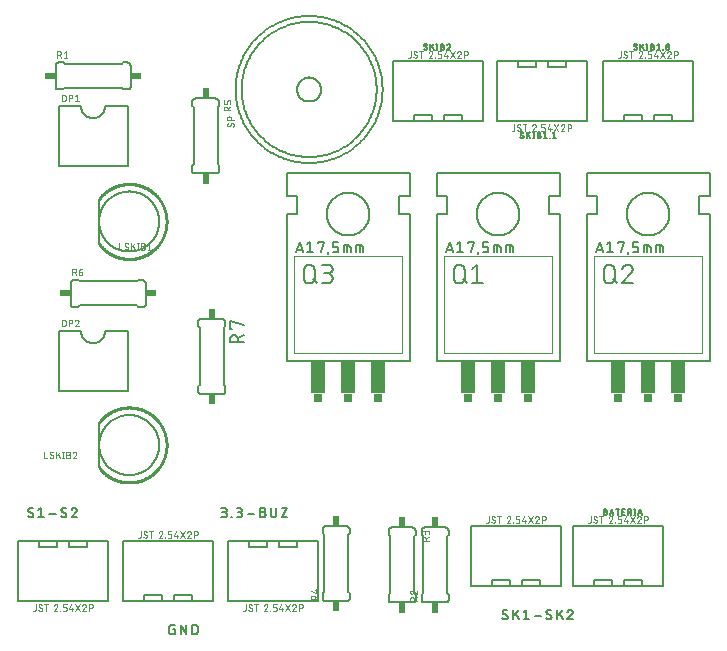
<source format=gbr>
G04 EAGLE Gerber RS-274X export*
G75*
%MOMM*%
%FSLAX34Y34*%
%LPD*%
%INSilkscreen Top*%
%IPPOS*%
%AMOC8*
5,1,8,0,0,1.08239X$1,22.5*%
G01*
%ADD10C,0.203200*%
%ADD11C,0.254000*%
%ADD12C,0.152400*%
%ADD13C,0.050800*%
%ADD14C,0.127000*%
%ADD15R,0.762000X0.635000*%
%ADD16R,1.270000X2.794000*%
%ADD17C,0.177800*%
%ADD18R,0.863600X0.609600*%
%ADD19R,0.609600X0.863600*%


D10*
X132080Y391160D02*
X132080Y353060D01*
D11*
X132554Y352444D01*
X133043Y351839D01*
X133547Y351247D01*
X134065Y350667D01*
X134597Y350100D01*
X135143Y349546D01*
X135702Y349006D01*
X136275Y348480D01*
X136860Y347967D01*
X137457Y347470D01*
X138066Y346987D01*
X138687Y346519D01*
X139320Y346066D01*
X139963Y345629D01*
X140617Y345208D01*
X141281Y344804D01*
X141954Y344415D01*
X142637Y344043D01*
X143329Y343688D01*
X144029Y343350D01*
X144737Y343029D01*
X145453Y342726D01*
X146177Y342440D01*
X146906Y342172D01*
X147643Y341922D01*
X148385Y341691D01*
X149133Y341477D01*
X149885Y341282D01*
X150643Y341105D01*
X151404Y340947D01*
X152169Y340807D01*
X152937Y340687D01*
X153708Y340585D01*
X154481Y340502D01*
X155256Y340438D01*
X156032Y340393D01*
X156809Y340367D01*
X157587Y340360D01*
X158364Y340372D01*
X159141Y340403D01*
X159917Y340454D01*
X160692Y340523D01*
X161464Y340611D01*
X162234Y340718D01*
X163002Y340844D01*
X163766Y340988D01*
X164526Y341152D01*
X165282Y341334D01*
X166033Y341534D01*
X166780Y341752D01*
X167520Y341989D01*
X168255Y342244D01*
X168983Y342517D01*
X169704Y342808D01*
X170418Y343116D01*
X171124Y343441D01*
X171822Y343784D01*
X172512Y344144D01*
X173192Y344520D01*
X173863Y344913D01*
X174524Y345323D01*
X175175Y345748D01*
X175815Y346189D01*
X176444Y346646D01*
X177062Y347118D01*
X177668Y347605D01*
X178262Y348107D01*
X178844Y348623D01*
X179413Y349153D01*
X179968Y349697D01*
X180511Y350255D01*
X181039Y350825D01*
X181553Y351408D01*
X182053Y352004D01*
X182538Y352612D01*
X183008Y353231D01*
X183462Y353862D01*
X183901Y354504D01*
X184325Y355156D01*
X184732Y355819D01*
X185123Y356491D01*
X185497Y357173D01*
X185854Y357863D01*
X186194Y358562D01*
X186518Y359270D01*
X186823Y359984D01*
X187112Y360707D01*
X187382Y361436D01*
X187634Y362171D01*
X187869Y362913D01*
X188085Y363660D01*
X188283Y364412D01*
X188462Y365168D01*
X188623Y365929D01*
X188765Y366693D01*
X188888Y367461D01*
X188992Y368232D01*
X189078Y369005D01*
X189144Y369779D01*
X189192Y370555D01*
X189220Y371332D01*
X189230Y372110D01*
X189220Y372888D01*
X189192Y373665D01*
X189144Y374441D01*
X189078Y375215D01*
X188992Y375988D01*
X188888Y376759D01*
X188765Y377527D01*
X188623Y378291D01*
X188462Y379052D01*
X188283Y379808D01*
X188085Y380560D01*
X187869Y381307D01*
X187634Y382049D01*
X187382Y382784D01*
X187112Y383513D01*
X186823Y384236D01*
X186518Y384950D01*
X186194Y385658D01*
X185854Y386357D01*
X185497Y387047D01*
X185123Y387729D01*
X184732Y388401D01*
X184325Y389064D01*
X183901Y389716D01*
X183462Y390358D01*
X183008Y390989D01*
X182538Y391608D01*
X182053Y392216D01*
X181553Y392812D01*
X181039Y393395D01*
X180511Y393965D01*
X179968Y394523D01*
X179413Y395067D01*
X178844Y395597D01*
X178262Y396113D01*
X177668Y396615D01*
X177062Y397102D01*
X176444Y397574D01*
X175815Y398031D01*
X175175Y398472D01*
X174524Y398897D01*
X173863Y399307D01*
X173192Y399700D01*
X172512Y400076D01*
X171822Y400436D01*
X171124Y400779D01*
X170418Y401104D01*
X169704Y401412D01*
X168983Y401703D01*
X168255Y401976D01*
X167520Y402231D01*
X166780Y402468D01*
X166033Y402686D01*
X165282Y402886D01*
X164526Y403068D01*
X163766Y403232D01*
X163002Y403376D01*
X162234Y403502D01*
X161464Y403609D01*
X160692Y403697D01*
X159917Y403766D01*
X159141Y403817D01*
X158364Y403848D01*
X157587Y403860D01*
X156809Y403853D01*
X156032Y403827D01*
X155256Y403782D01*
X154481Y403718D01*
X153708Y403635D01*
X152937Y403533D01*
X152169Y403413D01*
X151404Y403273D01*
X150643Y403115D01*
X149885Y402938D01*
X149133Y402743D01*
X148385Y402529D01*
X147643Y402298D01*
X146906Y402048D01*
X146177Y401780D01*
X145453Y401494D01*
X144737Y401191D01*
X144029Y400870D01*
X143329Y400532D01*
X142637Y400177D01*
X141954Y399805D01*
X141281Y399416D01*
X140617Y399012D01*
X139963Y398591D01*
X139320Y398154D01*
X138687Y397701D01*
X138066Y397233D01*
X137457Y396750D01*
X136860Y396253D01*
X136275Y395740D01*
X135702Y395214D01*
X135143Y394674D01*
X134597Y394120D01*
X134065Y393553D01*
X133547Y392973D01*
X133043Y392381D01*
X132554Y391776D01*
X132080Y391160D01*
D12*
X132080Y372110D02*
X132088Y372733D01*
X132111Y373356D01*
X132149Y373979D01*
X132202Y374600D01*
X132271Y375219D01*
X132355Y375837D01*
X132454Y376452D01*
X132568Y377065D01*
X132697Y377675D01*
X132841Y378282D01*
X133000Y378885D01*
X133174Y379483D01*
X133362Y380078D01*
X133565Y380667D01*
X133782Y381251D01*
X134013Y381830D01*
X134259Y382403D01*
X134519Y382970D01*
X134792Y383530D01*
X135079Y384083D01*
X135380Y384630D01*
X135694Y385168D01*
X136021Y385699D01*
X136361Y386221D01*
X136713Y386736D01*
X137079Y387241D01*
X137456Y387737D01*
X137846Y388224D01*
X138247Y388701D01*
X138660Y389168D01*
X139084Y389624D01*
X139519Y390071D01*
X139966Y390506D01*
X140422Y390930D01*
X140889Y391343D01*
X141366Y391744D01*
X141853Y392134D01*
X142349Y392511D01*
X142854Y392877D01*
X143369Y393229D01*
X143891Y393569D01*
X144422Y393896D01*
X144960Y394210D01*
X145507Y394511D01*
X146060Y394798D01*
X146620Y395071D01*
X147187Y395331D01*
X147760Y395577D01*
X148339Y395808D01*
X148923Y396025D01*
X149512Y396228D01*
X150107Y396416D01*
X150705Y396590D01*
X151308Y396749D01*
X151915Y396893D01*
X152525Y397022D01*
X153138Y397136D01*
X153753Y397235D01*
X154371Y397319D01*
X154990Y397388D01*
X155611Y397441D01*
X156234Y397479D01*
X156857Y397502D01*
X157480Y397510D01*
X158103Y397502D01*
X158726Y397479D01*
X159349Y397441D01*
X159970Y397388D01*
X160589Y397319D01*
X161207Y397235D01*
X161822Y397136D01*
X162435Y397022D01*
X163045Y396893D01*
X163652Y396749D01*
X164255Y396590D01*
X164853Y396416D01*
X165448Y396228D01*
X166037Y396025D01*
X166621Y395808D01*
X167200Y395577D01*
X167773Y395331D01*
X168340Y395071D01*
X168900Y394798D01*
X169453Y394511D01*
X170000Y394210D01*
X170538Y393896D01*
X171069Y393569D01*
X171591Y393229D01*
X172106Y392877D01*
X172611Y392511D01*
X173107Y392134D01*
X173594Y391744D01*
X174071Y391343D01*
X174538Y390930D01*
X174994Y390506D01*
X175441Y390071D01*
X175876Y389624D01*
X176300Y389168D01*
X176713Y388701D01*
X177114Y388224D01*
X177504Y387737D01*
X177881Y387241D01*
X178247Y386736D01*
X178599Y386221D01*
X178939Y385699D01*
X179266Y385168D01*
X179580Y384630D01*
X179881Y384083D01*
X180168Y383530D01*
X180441Y382970D01*
X180701Y382403D01*
X180947Y381830D01*
X181178Y381251D01*
X181395Y380667D01*
X181598Y380078D01*
X181786Y379483D01*
X181960Y378885D01*
X182119Y378282D01*
X182263Y377675D01*
X182392Y377065D01*
X182506Y376452D01*
X182605Y375837D01*
X182689Y375219D01*
X182758Y374600D01*
X182811Y373979D01*
X182849Y373356D01*
X182872Y372733D01*
X182880Y372110D01*
X182872Y371487D01*
X182849Y370864D01*
X182811Y370241D01*
X182758Y369620D01*
X182689Y369001D01*
X182605Y368383D01*
X182506Y367768D01*
X182392Y367155D01*
X182263Y366545D01*
X182119Y365938D01*
X181960Y365335D01*
X181786Y364737D01*
X181598Y364142D01*
X181395Y363553D01*
X181178Y362969D01*
X180947Y362390D01*
X180701Y361817D01*
X180441Y361250D01*
X180168Y360690D01*
X179881Y360137D01*
X179580Y359590D01*
X179266Y359052D01*
X178939Y358521D01*
X178599Y357999D01*
X178247Y357484D01*
X177881Y356979D01*
X177504Y356483D01*
X177114Y355996D01*
X176713Y355519D01*
X176300Y355052D01*
X175876Y354596D01*
X175441Y354149D01*
X174994Y353714D01*
X174538Y353290D01*
X174071Y352877D01*
X173594Y352476D01*
X173107Y352086D01*
X172611Y351709D01*
X172106Y351343D01*
X171591Y350991D01*
X171069Y350651D01*
X170538Y350324D01*
X170000Y350010D01*
X169453Y349709D01*
X168900Y349422D01*
X168340Y349149D01*
X167773Y348889D01*
X167200Y348643D01*
X166621Y348412D01*
X166037Y348195D01*
X165448Y347992D01*
X164853Y347804D01*
X164255Y347630D01*
X163652Y347471D01*
X163045Y347327D01*
X162435Y347198D01*
X161822Y347084D01*
X161207Y346985D01*
X160589Y346901D01*
X159970Y346832D01*
X159349Y346779D01*
X158726Y346741D01*
X158103Y346718D01*
X157480Y346710D01*
X156857Y346718D01*
X156234Y346741D01*
X155611Y346779D01*
X154990Y346832D01*
X154371Y346901D01*
X153753Y346985D01*
X153138Y347084D01*
X152525Y347198D01*
X151915Y347327D01*
X151308Y347471D01*
X150705Y347630D01*
X150107Y347804D01*
X149512Y347992D01*
X148923Y348195D01*
X148339Y348412D01*
X147760Y348643D01*
X147187Y348889D01*
X146620Y349149D01*
X146060Y349422D01*
X145507Y349709D01*
X144960Y350010D01*
X144422Y350324D01*
X143891Y350651D01*
X143369Y350991D01*
X142854Y351343D01*
X142349Y351709D01*
X141853Y352086D01*
X141366Y352476D01*
X140889Y352877D01*
X140422Y353290D01*
X139966Y353714D01*
X139519Y354149D01*
X139084Y354596D01*
X138660Y355052D01*
X138247Y355519D01*
X137846Y355996D01*
X137456Y356483D01*
X137079Y356979D01*
X136713Y357484D01*
X136361Y357999D01*
X136021Y358521D01*
X135694Y359052D01*
X135380Y359590D01*
X135079Y360137D01*
X134792Y360690D01*
X134519Y361250D01*
X134259Y361817D01*
X134013Y362390D01*
X133782Y362969D01*
X133565Y363553D01*
X133362Y364142D01*
X133174Y364737D01*
X133000Y365335D01*
X132841Y365938D01*
X132697Y366545D01*
X132568Y367155D01*
X132454Y367768D01*
X132355Y368383D01*
X132271Y369001D01*
X132202Y369620D01*
X132149Y370241D01*
X132111Y370864D01*
X132088Y371487D01*
X132080Y372110D01*
D13*
X149226Y353822D02*
X149226Y348234D01*
X151709Y348234D01*
X155466Y348234D02*
X155536Y348236D01*
X155605Y348242D01*
X155674Y348252D01*
X155742Y348265D01*
X155810Y348283D01*
X155876Y348304D01*
X155941Y348329D01*
X156005Y348357D01*
X156067Y348389D01*
X156127Y348424D01*
X156185Y348463D01*
X156240Y348505D01*
X156294Y348550D01*
X156344Y348598D01*
X156392Y348648D01*
X156437Y348702D01*
X156479Y348757D01*
X156518Y348815D01*
X156553Y348875D01*
X156585Y348937D01*
X156613Y349001D01*
X156638Y349066D01*
X156659Y349132D01*
X156677Y349200D01*
X156690Y349268D01*
X156700Y349337D01*
X156706Y349406D01*
X156708Y349476D01*
X155466Y348234D02*
X155367Y348236D01*
X155269Y348241D01*
X155171Y348251D01*
X155073Y348264D01*
X154976Y348280D01*
X154879Y348300D01*
X154784Y348324D01*
X154689Y348352D01*
X154595Y348383D01*
X154503Y348417D01*
X154412Y348455D01*
X154322Y348496D01*
X154234Y348541D01*
X154148Y348589D01*
X154064Y348640D01*
X153982Y348694D01*
X153901Y348752D01*
X153823Y348812D01*
X153748Y348875D01*
X153674Y348941D01*
X153604Y349010D01*
X153759Y352580D02*
X153761Y352650D01*
X153767Y352719D01*
X153777Y352788D01*
X153790Y352856D01*
X153808Y352924D01*
X153829Y352990D01*
X153854Y353055D01*
X153882Y353119D01*
X153914Y353181D01*
X153949Y353241D01*
X153988Y353299D01*
X154030Y353354D01*
X154075Y353408D01*
X154123Y353458D01*
X154173Y353506D01*
X154227Y353551D01*
X154282Y353593D01*
X154340Y353632D01*
X154400Y353667D01*
X154462Y353699D01*
X154526Y353727D01*
X154591Y353752D01*
X154657Y353773D01*
X154725Y353791D01*
X154793Y353804D01*
X154862Y353814D01*
X154931Y353820D01*
X155001Y353822D01*
X155095Y353820D01*
X155188Y353814D01*
X155281Y353805D01*
X155374Y353792D01*
X155466Y353775D01*
X155557Y353755D01*
X155648Y353730D01*
X155737Y353703D01*
X155825Y353671D01*
X155912Y353636D01*
X155998Y353598D01*
X156081Y353556D01*
X156163Y353511D01*
X156244Y353463D01*
X156322Y353411D01*
X156398Y353356D01*
X154380Y351494D02*
X154321Y351530D01*
X154265Y351570D01*
X154211Y351613D01*
X154159Y351658D01*
X154110Y351707D01*
X154064Y351758D01*
X154021Y351811D01*
X153980Y351867D01*
X153943Y351925D01*
X153908Y351985D01*
X153878Y352046D01*
X153850Y352109D01*
X153826Y352174D01*
X153806Y352240D01*
X153789Y352307D01*
X153776Y352374D01*
X153767Y352442D01*
X153761Y352511D01*
X153759Y352580D01*
X156087Y350562D02*
X156146Y350526D01*
X156202Y350486D01*
X156256Y350443D01*
X156308Y350398D01*
X156357Y350349D01*
X156403Y350298D01*
X156446Y350245D01*
X156487Y350189D01*
X156524Y350131D01*
X156559Y350071D01*
X156589Y350010D01*
X156617Y349947D01*
X156641Y349882D01*
X156661Y349816D01*
X156678Y349749D01*
X156691Y349682D01*
X156700Y349614D01*
X156706Y349545D01*
X156708Y349476D01*
X156087Y350562D02*
X154380Y351494D01*
X159173Y353822D02*
X159173Y348234D01*
X159173Y350407D02*
X162277Y353822D01*
X160415Y351649D02*
X162277Y348234D01*
X164848Y348234D02*
X164848Y353822D01*
X164227Y348234D02*
X165469Y348234D01*
X165469Y353822D02*
X164227Y353822D01*
X167951Y351338D02*
X169503Y351338D01*
X169580Y351336D01*
X169658Y351330D01*
X169734Y351321D01*
X169811Y351307D01*
X169886Y351290D01*
X169960Y351269D01*
X170034Y351244D01*
X170106Y351216D01*
X170176Y351184D01*
X170245Y351149D01*
X170312Y351110D01*
X170377Y351068D01*
X170440Y351023D01*
X170501Y350975D01*
X170559Y350924D01*
X170614Y350870D01*
X170667Y350813D01*
X170716Y350754D01*
X170763Y350692D01*
X170807Y350628D01*
X170847Y350562D01*
X170884Y350494D01*
X170918Y350424D01*
X170948Y350353D01*
X170974Y350280D01*
X170997Y350206D01*
X171016Y350131D01*
X171031Y350056D01*
X171043Y349979D01*
X171051Y349902D01*
X171055Y349825D01*
X171055Y349747D01*
X171051Y349670D01*
X171043Y349593D01*
X171031Y349516D01*
X171016Y349441D01*
X170997Y349366D01*
X170974Y349292D01*
X170948Y349219D01*
X170918Y349148D01*
X170884Y349078D01*
X170847Y349010D01*
X170807Y348944D01*
X170763Y348880D01*
X170716Y348818D01*
X170667Y348759D01*
X170614Y348702D01*
X170559Y348648D01*
X170501Y348597D01*
X170440Y348549D01*
X170377Y348504D01*
X170312Y348462D01*
X170245Y348423D01*
X170176Y348388D01*
X170106Y348356D01*
X170034Y348328D01*
X169960Y348303D01*
X169886Y348282D01*
X169811Y348265D01*
X169734Y348251D01*
X169658Y348242D01*
X169580Y348236D01*
X169503Y348234D01*
X167951Y348234D01*
X167951Y353822D01*
X169503Y353822D01*
X169573Y353820D01*
X169642Y353814D01*
X169711Y353804D01*
X169779Y353791D01*
X169847Y353773D01*
X169913Y353752D01*
X169978Y353727D01*
X170042Y353699D01*
X170104Y353667D01*
X170164Y353632D01*
X170222Y353593D01*
X170277Y353551D01*
X170331Y353506D01*
X170381Y353458D01*
X170429Y353408D01*
X170474Y353354D01*
X170516Y353299D01*
X170555Y353241D01*
X170590Y353181D01*
X170622Y353119D01*
X170650Y353055D01*
X170675Y352990D01*
X170696Y352924D01*
X170714Y352856D01*
X170727Y352788D01*
X170737Y352719D01*
X170743Y352650D01*
X170745Y352580D01*
X170743Y352510D01*
X170737Y352441D01*
X170727Y352372D01*
X170714Y352304D01*
X170696Y352236D01*
X170675Y352170D01*
X170650Y352105D01*
X170622Y352041D01*
X170590Y351979D01*
X170555Y351919D01*
X170516Y351861D01*
X170474Y351806D01*
X170429Y351752D01*
X170381Y351702D01*
X170331Y351654D01*
X170277Y351609D01*
X170222Y351567D01*
X170164Y351528D01*
X170104Y351493D01*
X170042Y351461D01*
X169978Y351433D01*
X169913Y351408D01*
X169847Y351387D01*
X169779Y351369D01*
X169711Y351356D01*
X169642Y351346D01*
X169573Y351340D01*
X169503Y351338D01*
X173172Y352580D02*
X174724Y353822D01*
X174724Y348234D01*
X173172Y348234D02*
X176276Y348234D01*
D10*
X132080Y201930D02*
X132080Y163830D01*
D11*
X132554Y163214D01*
X133043Y162609D01*
X133547Y162017D01*
X134065Y161437D01*
X134597Y160870D01*
X135143Y160316D01*
X135702Y159776D01*
X136275Y159250D01*
X136860Y158737D01*
X137457Y158240D01*
X138066Y157757D01*
X138687Y157289D01*
X139320Y156836D01*
X139963Y156399D01*
X140617Y155978D01*
X141281Y155574D01*
X141954Y155185D01*
X142637Y154813D01*
X143329Y154458D01*
X144029Y154120D01*
X144737Y153799D01*
X145453Y153496D01*
X146177Y153210D01*
X146906Y152942D01*
X147643Y152692D01*
X148385Y152461D01*
X149133Y152247D01*
X149885Y152052D01*
X150643Y151875D01*
X151404Y151717D01*
X152169Y151577D01*
X152937Y151457D01*
X153708Y151355D01*
X154481Y151272D01*
X155256Y151208D01*
X156032Y151163D01*
X156809Y151137D01*
X157587Y151130D01*
X158364Y151142D01*
X159141Y151173D01*
X159917Y151224D01*
X160692Y151293D01*
X161464Y151381D01*
X162234Y151488D01*
X163002Y151614D01*
X163766Y151758D01*
X164526Y151922D01*
X165282Y152104D01*
X166033Y152304D01*
X166780Y152522D01*
X167520Y152759D01*
X168255Y153014D01*
X168983Y153287D01*
X169704Y153578D01*
X170418Y153886D01*
X171124Y154211D01*
X171822Y154554D01*
X172512Y154914D01*
X173192Y155290D01*
X173863Y155683D01*
X174524Y156093D01*
X175175Y156518D01*
X175815Y156959D01*
X176444Y157416D01*
X177062Y157888D01*
X177668Y158375D01*
X178262Y158877D01*
X178844Y159393D01*
X179413Y159923D01*
X179968Y160467D01*
X180511Y161025D01*
X181039Y161595D01*
X181553Y162178D01*
X182053Y162774D01*
X182538Y163382D01*
X183008Y164001D01*
X183462Y164632D01*
X183901Y165274D01*
X184325Y165926D01*
X184732Y166589D01*
X185123Y167261D01*
X185497Y167943D01*
X185854Y168633D01*
X186194Y169332D01*
X186518Y170040D01*
X186823Y170754D01*
X187112Y171477D01*
X187382Y172206D01*
X187634Y172941D01*
X187869Y173683D01*
X188085Y174430D01*
X188283Y175182D01*
X188462Y175938D01*
X188623Y176699D01*
X188765Y177463D01*
X188888Y178231D01*
X188992Y179002D01*
X189078Y179775D01*
X189144Y180549D01*
X189192Y181325D01*
X189220Y182102D01*
X189230Y182880D01*
X189220Y183658D01*
X189192Y184435D01*
X189144Y185211D01*
X189078Y185985D01*
X188992Y186758D01*
X188888Y187529D01*
X188765Y188297D01*
X188623Y189061D01*
X188462Y189822D01*
X188283Y190578D01*
X188085Y191330D01*
X187869Y192077D01*
X187634Y192819D01*
X187382Y193554D01*
X187112Y194283D01*
X186823Y195006D01*
X186518Y195720D01*
X186194Y196428D01*
X185854Y197127D01*
X185497Y197817D01*
X185123Y198499D01*
X184732Y199171D01*
X184325Y199834D01*
X183901Y200486D01*
X183462Y201128D01*
X183008Y201759D01*
X182538Y202378D01*
X182053Y202986D01*
X181553Y203582D01*
X181039Y204165D01*
X180511Y204735D01*
X179968Y205293D01*
X179413Y205837D01*
X178844Y206367D01*
X178262Y206883D01*
X177668Y207385D01*
X177062Y207872D01*
X176444Y208344D01*
X175815Y208801D01*
X175175Y209242D01*
X174524Y209667D01*
X173863Y210077D01*
X173192Y210470D01*
X172512Y210846D01*
X171822Y211206D01*
X171124Y211549D01*
X170418Y211874D01*
X169704Y212182D01*
X168983Y212473D01*
X168255Y212746D01*
X167520Y213001D01*
X166780Y213238D01*
X166033Y213456D01*
X165282Y213656D01*
X164526Y213838D01*
X163766Y214002D01*
X163002Y214146D01*
X162234Y214272D01*
X161464Y214379D01*
X160692Y214467D01*
X159917Y214536D01*
X159141Y214587D01*
X158364Y214618D01*
X157587Y214630D01*
X156809Y214623D01*
X156032Y214597D01*
X155256Y214552D01*
X154481Y214488D01*
X153708Y214405D01*
X152937Y214303D01*
X152169Y214183D01*
X151404Y214043D01*
X150643Y213885D01*
X149885Y213708D01*
X149133Y213513D01*
X148385Y213299D01*
X147643Y213068D01*
X146906Y212818D01*
X146177Y212550D01*
X145453Y212264D01*
X144737Y211961D01*
X144029Y211640D01*
X143329Y211302D01*
X142637Y210947D01*
X141954Y210575D01*
X141281Y210186D01*
X140617Y209782D01*
X139963Y209361D01*
X139320Y208924D01*
X138687Y208471D01*
X138066Y208003D01*
X137457Y207520D01*
X136860Y207023D01*
X136275Y206510D01*
X135702Y205984D01*
X135143Y205444D01*
X134597Y204890D01*
X134065Y204323D01*
X133547Y203743D01*
X133043Y203151D01*
X132554Y202546D01*
X132080Y201930D01*
D12*
X132080Y182880D02*
X132088Y183503D01*
X132111Y184126D01*
X132149Y184749D01*
X132202Y185370D01*
X132271Y185989D01*
X132355Y186607D01*
X132454Y187222D01*
X132568Y187835D01*
X132697Y188445D01*
X132841Y189052D01*
X133000Y189655D01*
X133174Y190253D01*
X133362Y190848D01*
X133565Y191437D01*
X133782Y192021D01*
X134013Y192600D01*
X134259Y193173D01*
X134519Y193740D01*
X134792Y194300D01*
X135079Y194853D01*
X135380Y195400D01*
X135694Y195938D01*
X136021Y196469D01*
X136361Y196991D01*
X136713Y197506D01*
X137079Y198011D01*
X137456Y198507D01*
X137846Y198994D01*
X138247Y199471D01*
X138660Y199938D01*
X139084Y200394D01*
X139519Y200841D01*
X139966Y201276D01*
X140422Y201700D01*
X140889Y202113D01*
X141366Y202514D01*
X141853Y202904D01*
X142349Y203281D01*
X142854Y203647D01*
X143369Y203999D01*
X143891Y204339D01*
X144422Y204666D01*
X144960Y204980D01*
X145507Y205281D01*
X146060Y205568D01*
X146620Y205841D01*
X147187Y206101D01*
X147760Y206347D01*
X148339Y206578D01*
X148923Y206795D01*
X149512Y206998D01*
X150107Y207186D01*
X150705Y207360D01*
X151308Y207519D01*
X151915Y207663D01*
X152525Y207792D01*
X153138Y207906D01*
X153753Y208005D01*
X154371Y208089D01*
X154990Y208158D01*
X155611Y208211D01*
X156234Y208249D01*
X156857Y208272D01*
X157480Y208280D01*
X158103Y208272D01*
X158726Y208249D01*
X159349Y208211D01*
X159970Y208158D01*
X160589Y208089D01*
X161207Y208005D01*
X161822Y207906D01*
X162435Y207792D01*
X163045Y207663D01*
X163652Y207519D01*
X164255Y207360D01*
X164853Y207186D01*
X165448Y206998D01*
X166037Y206795D01*
X166621Y206578D01*
X167200Y206347D01*
X167773Y206101D01*
X168340Y205841D01*
X168900Y205568D01*
X169453Y205281D01*
X170000Y204980D01*
X170538Y204666D01*
X171069Y204339D01*
X171591Y203999D01*
X172106Y203647D01*
X172611Y203281D01*
X173107Y202904D01*
X173594Y202514D01*
X174071Y202113D01*
X174538Y201700D01*
X174994Y201276D01*
X175441Y200841D01*
X175876Y200394D01*
X176300Y199938D01*
X176713Y199471D01*
X177114Y198994D01*
X177504Y198507D01*
X177881Y198011D01*
X178247Y197506D01*
X178599Y196991D01*
X178939Y196469D01*
X179266Y195938D01*
X179580Y195400D01*
X179881Y194853D01*
X180168Y194300D01*
X180441Y193740D01*
X180701Y193173D01*
X180947Y192600D01*
X181178Y192021D01*
X181395Y191437D01*
X181598Y190848D01*
X181786Y190253D01*
X181960Y189655D01*
X182119Y189052D01*
X182263Y188445D01*
X182392Y187835D01*
X182506Y187222D01*
X182605Y186607D01*
X182689Y185989D01*
X182758Y185370D01*
X182811Y184749D01*
X182849Y184126D01*
X182872Y183503D01*
X182880Y182880D01*
X182872Y182257D01*
X182849Y181634D01*
X182811Y181011D01*
X182758Y180390D01*
X182689Y179771D01*
X182605Y179153D01*
X182506Y178538D01*
X182392Y177925D01*
X182263Y177315D01*
X182119Y176708D01*
X181960Y176105D01*
X181786Y175507D01*
X181598Y174912D01*
X181395Y174323D01*
X181178Y173739D01*
X180947Y173160D01*
X180701Y172587D01*
X180441Y172020D01*
X180168Y171460D01*
X179881Y170907D01*
X179580Y170360D01*
X179266Y169822D01*
X178939Y169291D01*
X178599Y168769D01*
X178247Y168254D01*
X177881Y167749D01*
X177504Y167253D01*
X177114Y166766D01*
X176713Y166289D01*
X176300Y165822D01*
X175876Y165366D01*
X175441Y164919D01*
X174994Y164484D01*
X174538Y164060D01*
X174071Y163647D01*
X173594Y163246D01*
X173107Y162856D01*
X172611Y162479D01*
X172106Y162113D01*
X171591Y161761D01*
X171069Y161421D01*
X170538Y161094D01*
X170000Y160780D01*
X169453Y160479D01*
X168900Y160192D01*
X168340Y159919D01*
X167773Y159659D01*
X167200Y159413D01*
X166621Y159182D01*
X166037Y158965D01*
X165448Y158762D01*
X164853Y158574D01*
X164255Y158400D01*
X163652Y158241D01*
X163045Y158097D01*
X162435Y157968D01*
X161822Y157854D01*
X161207Y157755D01*
X160589Y157671D01*
X159970Y157602D01*
X159349Y157549D01*
X158726Y157511D01*
X158103Y157488D01*
X157480Y157480D01*
X156857Y157488D01*
X156234Y157511D01*
X155611Y157549D01*
X154990Y157602D01*
X154371Y157671D01*
X153753Y157755D01*
X153138Y157854D01*
X152525Y157968D01*
X151915Y158097D01*
X151308Y158241D01*
X150705Y158400D01*
X150107Y158574D01*
X149512Y158762D01*
X148923Y158965D01*
X148339Y159182D01*
X147760Y159413D01*
X147187Y159659D01*
X146620Y159919D01*
X146060Y160192D01*
X145507Y160479D01*
X144960Y160780D01*
X144422Y161094D01*
X143891Y161421D01*
X143369Y161761D01*
X142854Y162113D01*
X142349Y162479D01*
X141853Y162856D01*
X141366Y163246D01*
X140889Y163647D01*
X140422Y164060D01*
X139966Y164484D01*
X139519Y164919D01*
X139084Y165366D01*
X138660Y165822D01*
X138247Y166289D01*
X137846Y166766D01*
X137456Y167253D01*
X137079Y167749D01*
X136713Y168254D01*
X136361Y168769D01*
X136021Y169291D01*
X135694Y169822D01*
X135380Y170360D01*
X135079Y170907D01*
X134792Y171460D01*
X134519Y172020D01*
X134259Y172587D01*
X134013Y173160D01*
X133782Y173739D01*
X133565Y174323D01*
X133362Y174912D01*
X133174Y175507D01*
X133000Y176105D01*
X132841Y176708D01*
X132697Y177315D01*
X132568Y177925D01*
X132454Y178538D01*
X132355Y179153D01*
X132271Y179771D01*
X132202Y180390D01*
X132149Y181011D01*
X132111Y181634D01*
X132088Y182257D01*
X132080Y182880D01*
D13*
X85726Y177292D02*
X85726Y171704D01*
X88209Y171704D01*
X91966Y171704D02*
X92036Y171706D01*
X92105Y171712D01*
X92174Y171722D01*
X92242Y171735D01*
X92310Y171753D01*
X92376Y171774D01*
X92441Y171799D01*
X92505Y171827D01*
X92567Y171859D01*
X92627Y171894D01*
X92685Y171933D01*
X92740Y171975D01*
X92794Y172020D01*
X92844Y172068D01*
X92892Y172118D01*
X92937Y172172D01*
X92979Y172227D01*
X93018Y172285D01*
X93053Y172345D01*
X93085Y172407D01*
X93113Y172471D01*
X93138Y172536D01*
X93159Y172602D01*
X93177Y172670D01*
X93190Y172738D01*
X93200Y172807D01*
X93206Y172876D01*
X93208Y172946D01*
X91966Y171704D02*
X91867Y171706D01*
X91769Y171711D01*
X91671Y171721D01*
X91573Y171734D01*
X91476Y171750D01*
X91379Y171770D01*
X91284Y171794D01*
X91189Y171822D01*
X91095Y171853D01*
X91003Y171887D01*
X90912Y171925D01*
X90822Y171966D01*
X90734Y172011D01*
X90648Y172059D01*
X90564Y172110D01*
X90482Y172164D01*
X90401Y172222D01*
X90323Y172282D01*
X90248Y172345D01*
X90174Y172411D01*
X90104Y172480D01*
X90259Y176050D02*
X90261Y176120D01*
X90267Y176189D01*
X90277Y176258D01*
X90290Y176326D01*
X90308Y176394D01*
X90329Y176460D01*
X90354Y176525D01*
X90382Y176589D01*
X90414Y176651D01*
X90449Y176711D01*
X90488Y176769D01*
X90530Y176824D01*
X90575Y176878D01*
X90623Y176928D01*
X90673Y176976D01*
X90727Y177021D01*
X90782Y177063D01*
X90840Y177102D01*
X90900Y177137D01*
X90962Y177169D01*
X91026Y177197D01*
X91091Y177222D01*
X91157Y177243D01*
X91225Y177261D01*
X91293Y177274D01*
X91362Y177284D01*
X91431Y177290D01*
X91501Y177292D01*
X91595Y177290D01*
X91688Y177284D01*
X91781Y177275D01*
X91874Y177262D01*
X91966Y177245D01*
X92057Y177225D01*
X92148Y177200D01*
X92237Y177173D01*
X92325Y177141D01*
X92412Y177106D01*
X92498Y177068D01*
X92581Y177026D01*
X92663Y176981D01*
X92744Y176933D01*
X92822Y176881D01*
X92898Y176826D01*
X90880Y174964D02*
X90821Y175000D01*
X90765Y175040D01*
X90711Y175083D01*
X90659Y175128D01*
X90610Y175177D01*
X90564Y175228D01*
X90521Y175281D01*
X90480Y175337D01*
X90443Y175395D01*
X90408Y175455D01*
X90378Y175516D01*
X90350Y175579D01*
X90326Y175644D01*
X90306Y175710D01*
X90289Y175777D01*
X90276Y175844D01*
X90267Y175912D01*
X90261Y175981D01*
X90259Y176050D01*
X92587Y174032D02*
X92646Y173996D01*
X92702Y173956D01*
X92756Y173913D01*
X92808Y173868D01*
X92857Y173819D01*
X92903Y173768D01*
X92946Y173715D01*
X92987Y173659D01*
X93024Y173601D01*
X93059Y173541D01*
X93089Y173480D01*
X93117Y173417D01*
X93141Y173352D01*
X93161Y173286D01*
X93178Y173219D01*
X93191Y173152D01*
X93200Y173084D01*
X93206Y173015D01*
X93208Y172946D01*
X92587Y174032D02*
X90880Y174964D01*
X95673Y177292D02*
X95673Y171704D01*
X95673Y173877D02*
X98777Y177292D01*
X96915Y175119D02*
X98777Y171704D01*
X101348Y171704D02*
X101348Y177292D01*
X100727Y171704D02*
X101969Y171704D01*
X101969Y177292D02*
X100727Y177292D01*
X104451Y174808D02*
X106003Y174808D01*
X106080Y174806D01*
X106158Y174800D01*
X106234Y174791D01*
X106311Y174777D01*
X106386Y174760D01*
X106460Y174739D01*
X106534Y174714D01*
X106606Y174686D01*
X106676Y174654D01*
X106745Y174619D01*
X106812Y174580D01*
X106877Y174538D01*
X106940Y174493D01*
X107001Y174445D01*
X107059Y174394D01*
X107114Y174340D01*
X107167Y174283D01*
X107216Y174224D01*
X107263Y174162D01*
X107307Y174098D01*
X107347Y174032D01*
X107384Y173964D01*
X107418Y173894D01*
X107448Y173823D01*
X107474Y173750D01*
X107497Y173676D01*
X107516Y173601D01*
X107531Y173526D01*
X107543Y173449D01*
X107551Y173372D01*
X107555Y173295D01*
X107555Y173217D01*
X107551Y173140D01*
X107543Y173063D01*
X107531Y172986D01*
X107516Y172911D01*
X107497Y172836D01*
X107474Y172762D01*
X107448Y172689D01*
X107418Y172618D01*
X107384Y172548D01*
X107347Y172480D01*
X107307Y172414D01*
X107263Y172350D01*
X107216Y172288D01*
X107167Y172229D01*
X107114Y172172D01*
X107059Y172118D01*
X107001Y172067D01*
X106940Y172019D01*
X106877Y171974D01*
X106812Y171932D01*
X106745Y171893D01*
X106676Y171858D01*
X106606Y171826D01*
X106534Y171798D01*
X106460Y171773D01*
X106386Y171752D01*
X106311Y171735D01*
X106234Y171721D01*
X106158Y171712D01*
X106080Y171706D01*
X106003Y171704D01*
X104451Y171704D01*
X104451Y177292D01*
X106003Y177292D01*
X106073Y177290D01*
X106142Y177284D01*
X106211Y177274D01*
X106279Y177261D01*
X106347Y177243D01*
X106413Y177222D01*
X106478Y177197D01*
X106542Y177169D01*
X106604Y177137D01*
X106664Y177102D01*
X106722Y177063D01*
X106777Y177021D01*
X106831Y176976D01*
X106881Y176928D01*
X106929Y176878D01*
X106974Y176824D01*
X107016Y176769D01*
X107055Y176711D01*
X107090Y176651D01*
X107122Y176589D01*
X107150Y176525D01*
X107175Y176460D01*
X107196Y176394D01*
X107214Y176326D01*
X107227Y176258D01*
X107237Y176189D01*
X107243Y176120D01*
X107245Y176050D01*
X107243Y175980D01*
X107237Y175911D01*
X107227Y175842D01*
X107214Y175774D01*
X107196Y175706D01*
X107175Y175640D01*
X107150Y175575D01*
X107122Y175511D01*
X107090Y175449D01*
X107055Y175389D01*
X107016Y175331D01*
X106974Y175276D01*
X106929Y175222D01*
X106881Y175172D01*
X106831Y175124D01*
X106777Y175079D01*
X106722Y175037D01*
X106664Y174998D01*
X106604Y174963D01*
X106542Y174931D01*
X106478Y174903D01*
X106413Y174878D01*
X106347Y174857D01*
X106279Y174839D01*
X106211Y174826D01*
X106142Y174816D01*
X106073Y174810D01*
X106003Y174808D01*
X111379Y177292D02*
X111452Y177290D01*
X111525Y177284D01*
X111598Y177275D01*
X111669Y177261D01*
X111741Y177244D01*
X111811Y177224D01*
X111880Y177199D01*
X111947Y177171D01*
X112013Y177140D01*
X112078Y177105D01*
X112140Y177067D01*
X112200Y177025D01*
X112258Y176981D01*
X112314Y176933D01*
X112367Y176883D01*
X112417Y176830D01*
X112465Y176774D01*
X112509Y176716D01*
X112551Y176656D01*
X112589Y176594D01*
X112624Y176529D01*
X112655Y176463D01*
X112683Y176396D01*
X112708Y176327D01*
X112728Y176257D01*
X112745Y176185D01*
X112759Y176114D01*
X112768Y176041D01*
X112774Y175968D01*
X112776Y175895D01*
X111379Y177292D02*
X111295Y177290D01*
X111212Y177284D01*
X111129Y177275D01*
X111047Y177261D01*
X110965Y177244D01*
X110884Y177222D01*
X110804Y177197D01*
X110726Y177169D01*
X110648Y177137D01*
X110573Y177101D01*
X110499Y177062D01*
X110427Y177019D01*
X110357Y176973D01*
X110290Y176924D01*
X110224Y176871D01*
X110162Y176816D01*
X110102Y176758D01*
X110044Y176697D01*
X109990Y176634D01*
X109938Y176568D01*
X109890Y176500D01*
X109845Y176429D01*
X109803Y176357D01*
X109765Y176282D01*
X109730Y176206D01*
X109699Y176129D01*
X109671Y176050D01*
X112310Y174809D02*
X112364Y174862D01*
X112415Y174919D01*
X112463Y174978D01*
X112508Y175039D01*
X112549Y175102D01*
X112588Y175168D01*
X112623Y175235D01*
X112655Y175304D01*
X112683Y175375D01*
X112707Y175446D01*
X112728Y175519D01*
X112745Y175593D01*
X112759Y175668D01*
X112768Y175743D01*
X112774Y175819D01*
X112776Y175895D01*
X112310Y174808D02*
X109672Y171704D01*
X112776Y171704D01*
D12*
X156210Y419100D02*
X156210Y469900D01*
X97790Y469900D02*
X97790Y419100D01*
X156210Y419100D01*
X156210Y469900D02*
X137160Y469900D01*
X116840Y469900D02*
X97790Y469900D01*
X116840Y469900D02*
X116843Y469653D01*
X116852Y469405D01*
X116867Y469158D01*
X116888Y468912D01*
X116915Y468666D01*
X116948Y468421D01*
X116987Y468176D01*
X117032Y467933D01*
X117083Y467691D01*
X117140Y467450D01*
X117202Y467211D01*
X117271Y466973D01*
X117345Y466737D01*
X117425Y466503D01*
X117510Y466271D01*
X117602Y466041D01*
X117698Y465813D01*
X117801Y465588D01*
X117908Y465365D01*
X118022Y465145D01*
X118140Y464928D01*
X118264Y464713D01*
X118393Y464502D01*
X118527Y464294D01*
X118666Y464089D01*
X118810Y463888D01*
X118958Y463690D01*
X119112Y463496D01*
X119270Y463306D01*
X119433Y463120D01*
X119600Y462938D01*
X119772Y462760D01*
X119948Y462586D01*
X120128Y462416D01*
X120313Y462251D01*
X120501Y462091D01*
X120693Y461935D01*
X120889Y461783D01*
X121088Y461637D01*
X121291Y461495D01*
X121498Y461359D01*
X121707Y461227D01*
X121920Y461101D01*
X122136Y460980D01*
X122354Y460864D01*
X122576Y460754D01*
X122800Y460649D01*
X123026Y460549D01*
X123255Y460455D01*
X123486Y460367D01*
X123720Y460284D01*
X123955Y460207D01*
X124192Y460136D01*
X124430Y460070D01*
X124670Y460011D01*
X124912Y459957D01*
X125155Y459909D01*
X125398Y459867D01*
X125643Y459831D01*
X125889Y459801D01*
X126135Y459777D01*
X126382Y459759D01*
X126629Y459747D01*
X126876Y459741D01*
X127124Y459741D01*
X127371Y459747D01*
X127618Y459759D01*
X127865Y459777D01*
X128111Y459801D01*
X128357Y459831D01*
X128602Y459867D01*
X128845Y459909D01*
X129088Y459957D01*
X129330Y460011D01*
X129570Y460070D01*
X129808Y460136D01*
X130045Y460207D01*
X130280Y460284D01*
X130514Y460367D01*
X130745Y460455D01*
X130974Y460549D01*
X131200Y460649D01*
X131424Y460754D01*
X131646Y460864D01*
X131864Y460980D01*
X132080Y461101D01*
X132293Y461227D01*
X132502Y461359D01*
X132709Y461495D01*
X132912Y461637D01*
X133111Y461783D01*
X133307Y461935D01*
X133499Y462091D01*
X133687Y462251D01*
X133872Y462416D01*
X134052Y462586D01*
X134228Y462760D01*
X134400Y462938D01*
X134567Y463120D01*
X134730Y463306D01*
X134888Y463496D01*
X135042Y463690D01*
X135190Y463888D01*
X135334Y464089D01*
X135473Y464294D01*
X135607Y464502D01*
X135736Y464713D01*
X135860Y464928D01*
X135978Y465145D01*
X136092Y465365D01*
X136199Y465588D01*
X136302Y465813D01*
X136398Y466041D01*
X136490Y466271D01*
X136575Y466503D01*
X136655Y466737D01*
X136729Y466973D01*
X136798Y467211D01*
X136860Y467450D01*
X136917Y467691D01*
X136968Y467933D01*
X137013Y468176D01*
X137052Y468421D01*
X137085Y468666D01*
X137112Y468912D01*
X137133Y469158D01*
X137148Y469405D01*
X137157Y469653D01*
X137160Y469900D01*
D13*
X100584Y475516D02*
X100584Y478000D01*
X100586Y478077D01*
X100592Y478155D01*
X100601Y478231D01*
X100615Y478308D01*
X100632Y478383D01*
X100653Y478457D01*
X100678Y478531D01*
X100706Y478603D01*
X100738Y478673D01*
X100773Y478742D01*
X100812Y478809D01*
X100854Y478874D01*
X100899Y478937D01*
X100947Y478998D01*
X100998Y479056D01*
X101052Y479111D01*
X101109Y479164D01*
X101168Y479213D01*
X101230Y479260D01*
X101294Y479304D01*
X101360Y479344D01*
X101428Y479381D01*
X101498Y479415D01*
X101569Y479445D01*
X101642Y479471D01*
X101716Y479494D01*
X101791Y479513D01*
X101866Y479528D01*
X101943Y479540D01*
X102020Y479548D01*
X102097Y479552D01*
X102175Y479552D01*
X102252Y479548D01*
X102329Y479540D01*
X102406Y479528D01*
X102481Y479513D01*
X102556Y479494D01*
X102630Y479471D01*
X102703Y479445D01*
X102774Y479415D01*
X102844Y479381D01*
X102912Y479344D01*
X102978Y479304D01*
X103042Y479260D01*
X103104Y479213D01*
X103163Y479164D01*
X103220Y479111D01*
X103274Y479056D01*
X103325Y478998D01*
X103373Y478937D01*
X103418Y478874D01*
X103460Y478809D01*
X103499Y478742D01*
X103534Y478673D01*
X103566Y478603D01*
X103594Y478531D01*
X103619Y478457D01*
X103640Y478383D01*
X103657Y478308D01*
X103671Y478231D01*
X103680Y478155D01*
X103686Y478077D01*
X103688Y478000D01*
X103688Y475516D01*
X103686Y475439D01*
X103680Y475361D01*
X103671Y475285D01*
X103657Y475208D01*
X103640Y475133D01*
X103619Y475059D01*
X103594Y474985D01*
X103566Y474913D01*
X103534Y474843D01*
X103499Y474774D01*
X103460Y474707D01*
X103418Y474642D01*
X103373Y474579D01*
X103325Y474518D01*
X103274Y474460D01*
X103220Y474405D01*
X103163Y474352D01*
X103104Y474303D01*
X103042Y474256D01*
X102978Y474212D01*
X102912Y474172D01*
X102844Y474135D01*
X102774Y474101D01*
X102703Y474071D01*
X102630Y474045D01*
X102556Y474022D01*
X102481Y474003D01*
X102406Y473988D01*
X102329Y473976D01*
X102252Y473968D01*
X102175Y473964D01*
X102097Y473964D01*
X102020Y473968D01*
X101943Y473976D01*
X101866Y473988D01*
X101791Y474003D01*
X101716Y474022D01*
X101642Y474045D01*
X101569Y474071D01*
X101498Y474101D01*
X101428Y474135D01*
X101360Y474172D01*
X101294Y474212D01*
X101230Y474256D01*
X101168Y474303D01*
X101109Y474352D01*
X101052Y474405D01*
X100998Y474460D01*
X100947Y474518D01*
X100899Y474579D01*
X100854Y474642D01*
X100812Y474707D01*
X100773Y474774D01*
X100738Y474843D01*
X100706Y474913D01*
X100678Y474985D01*
X100653Y475059D01*
X100632Y475133D01*
X100615Y475208D01*
X100601Y475285D01*
X100592Y475361D01*
X100586Y475439D01*
X100584Y475516D01*
X106336Y473964D02*
X106336Y479552D01*
X107888Y479552D01*
X107965Y479550D01*
X108043Y479544D01*
X108119Y479535D01*
X108196Y479521D01*
X108271Y479504D01*
X108345Y479483D01*
X108419Y479458D01*
X108491Y479430D01*
X108561Y479398D01*
X108630Y479363D01*
X108697Y479324D01*
X108762Y479282D01*
X108825Y479237D01*
X108886Y479189D01*
X108944Y479138D01*
X108999Y479084D01*
X109052Y479027D01*
X109101Y478968D01*
X109148Y478906D01*
X109192Y478842D01*
X109232Y478776D01*
X109269Y478708D01*
X109303Y478638D01*
X109333Y478567D01*
X109359Y478494D01*
X109382Y478420D01*
X109401Y478345D01*
X109416Y478270D01*
X109428Y478193D01*
X109436Y478116D01*
X109440Y478039D01*
X109440Y477961D01*
X109436Y477884D01*
X109428Y477807D01*
X109416Y477730D01*
X109401Y477655D01*
X109382Y477580D01*
X109359Y477506D01*
X109333Y477433D01*
X109303Y477362D01*
X109269Y477292D01*
X109232Y477224D01*
X109192Y477158D01*
X109148Y477094D01*
X109101Y477032D01*
X109052Y476973D01*
X108999Y476916D01*
X108944Y476862D01*
X108886Y476811D01*
X108825Y476763D01*
X108762Y476718D01*
X108697Y476676D01*
X108630Y476637D01*
X108561Y476602D01*
X108491Y476570D01*
X108419Y476542D01*
X108345Y476517D01*
X108271Y476496D01*
X108196Y476479D01*
X108119Y476465D01*
X108043Y476456D01*
X107965Y476450D01*
X107888Y476448D01*
X106336Y476448D01*
X111557Y478310D02*
X113109Y479552D01*
X113109Y473964D01*
X111557Y473964D02*
X114661Y473964D01*
D12*
X156210Y279400D02*
X156210Y228600D01*
X97790Y228600D02*
X97790Y279400D01*
X97790Y228600D02*
X156210Y228600D01*
X156210Y279400D02*
X137160Y279400D01*
X116840Y279400D02*
X97790Y279400D01*
X116840Y279400D02*
X116843Y279153D01*
X116852Y278905D01*
X116867Y278658D01*
X116888Y278412D01*
X116915Y278166D01*
X116948Y277921D01*
X116987Y277676D01*
X117032Y277433D01*
X117083Y277191D01*
X117140Y276950D01*
X117202Y276711D01*
X117271Y276473D01*
X117345Y276237D01*
X117425Y276003D01*
X117510Y275771D01*
X117602Y275541D01*
X117698Y275313D01*
X117801Y275088D01*
X117908Y274865D01*
X118022Y274645D01*
X118140Y274428D01*
X118264Y274213D01*
X118393Y274002D01*
X118527Y273794D01*
X118666Y273589D01*
X118810Y273388D01*
X118958Y273190D01*
X119112Y272996D01*
X119270Y272806D01*
X119433Y272620D01*
X119600Y272438D01*
X119772Y272260D01*
X119948Y272086D01*
X120128Y271916D01*
X120313Y271751D01*
X120501Y271591D01*
X120693Y271435D01*
X120889Y271283D01*
X121088Y271137D01*
X121291Y270995D01*
X121498Y270859D01*
X121707Y270727D01*
X121920Y270601D01*
X122136Y270480D01*
X122354Y270364D01*
X122576Y270254D01*
X122800Y270149D01*
X123026Y270049D01*
X123255Y269955D01*
X123486Y269867D01*
X123720Y269784D01*
X123955Y269707D01*
X124192Y269636D01*
X124430Y269570D01*
X124670Y269511D01*
X124912Y269457D01*
X125155Y269409D01*
X125398Y269367D01*
X125643Y269331D01*
X125889Y269301D01*
X126135Y269277D01*
X126382Y269259D01*
X126629Y269247D01*
X126876Y269241D01*
X127124Y269241D01*
X127371Y269247D01*
X127618Y269259D01*
X127865Y269277D01*
X128111Y269301D01*
X128357Y269331D01*
X128602Y269367D01*
X128845Y269409D01*
X129088Y269457D01*
X129330Y269511D01*
X129570Y269570D01*
X129808Y269636D01*
X130045Y269707D01*
X130280Y269784D01*
X130514Y269867D01*
X130745Y269955D01*
X130974Y270049D01*
X131200Y270149D01*
X131424Y270254D01*
X131646Y270364D01*
X131864Y270480D01*
X132080Y270601D01*
X132293Y270727D01*
X132502Y270859D01*
X132709Y270995D01*
X132912Y271137D01*
X133111Y271283D01*
X133307Y271435D01*
X133499Y271591D01*
X133687Y271751D01*
X133872Y271916D01*
X134052Y272086D01*
X134228Y272260D01*
X134400Y272438D01*
X134567Y272620D01*
X134730Y272806D01*
X134888Y272996D01*
X135042Y273190D01*
X135190Y273388D01*
X135334Y273589D01*
X135473Y273794D01*
X135607Y274002D01*
X135736Y274213D01*
X135860Y274428D01*
X135978Y274645D01*
X136092Y274865D01*
X136199Y275088D01*
X136302Y275313D01*
X136398Y275541D01*
X136490Y275771D01*
X136575Y276003D01*
X136655Y276237D01*
X136729Y276473D01*
X136798Y276711D01*
X136860Y276950D01*
X136917Y277191D01*
X136968Y277433D01*
X137013Y277676D01*
X137052Y277921D01*
X137085Y278166D01*
X137112Y278412D01*
X137133Y278658D01*
X137148Y278905D01*
X137157Y279153D01*
X137160Y279400D01*
D13*
X100584Y285016D02*
X100584Y287500D01*
X100586Y287577D01*
X100592Y287655D01*
X100601Y287731D01*
X100615Y287808D01*
X100632Y287883D01*
X100653Y287957D01*
X100678Y288031D01*
X100706Y288103D01*
X100738Y288173D01*
X100773Y288242D01*
X100812Y288309D01*
X100854Y288374D01*
X100899Y288437D01*
X100947Y288498D01*
X100998Y288556D01*
X101052Y288611D01*
X101109Y288664D01*
X101168Y288713D01*
X101230Y288760D01*
X101294Y288804D01*
X101360Y288844D01*
X101428Y288881D01*
X101498Y288915D01*
X101569Y288945D01*
X101642Y288971D01*
X101716Y288994D01*
X101791Y289013D01*
X101866Y289028D01*
X101943Y289040D01*
X102020Y289048D01*
X102097Y289052D01*
X102175Y289052D01*
X102252Y289048D01*
X102329Y289040D01*
X102406Y289028D01*
X102481Y289013D01*
X102556Y288994D01*
X102630Y288971D01*
X102703Y288945D01*
X102774Y288915D01*
X102844Y288881D01*
X102912Y288844D01*
X102978Y288804D01*
X103042Y288760D01*
X103104Y288713D01*
X103163Y288664D01*
X103220Y288611D01*
X103274Y288556D01*
X103325Y288498D01*
X103373Y288437D01*
X103418Y288374D01*
X103460Y288309D01*
X103499Y288242D01*
X103534Y288173D01*
X103566Y288103D01*
X103594Y288031D01*
X103619Y287957D01*
X103640Y287883D01*
X103657Y287808D01*
X103671Y287731D01*
X103680Y287655D01*
X103686Y287577D01*
X103688Y287500D01*
X103688Y285016D01*
X103686Y284939D01*
X103680Y284861D01*
X103671Y284785D01*
X103657Y284708D01*
X103640Y284633D01*
X103619Y284559D01*
X103594Y284485D01*
X103566Y284413D01*
X103534Y284343D01*
X103499Y284274D01*
X103460Y284207D01*
X103418Y284142D01*
X103373Y284079D01*
X103325Y284018D01*
X103274Y283960D01*
X103220Y283905D01*
X103163Y283852D01*
X103104Y283803D01*
X103042Y283756D01*
X102978Y283712D01*
X102912Y283672D01*
X102844Y283635D01*
X102774Y283601D01*
X102703Y283571D01*
X102630Y283545D01*
X102556Y283522D01*
X102481Y283503D01*
X102406Y283488D01*
X102329Y283476D01*
X102252Y283468D01*
X102175Y283464D01*
X102097Y283464D01*
X102020Y283468D01*
X101943Y283476D01*
X101866Y283488D01*
X101791Y283503D01*
X101716Y283522D01*
X101642Y283545D01*
X101569Y283571D01*
X101498Y283601D01*
X101428Y283635D01*
X101360Y283672D01*
X101294Y283712D01*
X101230Y283756D01*
X101168Y283803D01*
X101109Y283852D01*
X101052Y283905D01*
X100998Y283960D01*
X100947Y284018D01*
X100899Y284079D01*
X100854Y284142D01*
X100812Y284207D01*
X100773Y284274D01*
X100738Y284343D01*
X100706Y284413D01*
X100678Y284485D01*
X100653Y284559D01*
X100632Y284633D01*
X100615Y284708D01*
X100601Y284785D01*
X100592Y284861D01*
X100586Y284939D01*
X100584Y285016D01*
X106336Y283464D02*
X106336Y289052D01*
X107888Y289052D01*
X107965Y289050D01*
X108043Y289044D01*
X108119Y289035D01*
X108196Y289021D01*
X108271Y289004D01*
X108345Y288983D01*
X108419Y288958D01*
X108491Y288930D01*
X108561Y288898D01*
X108630Y288863D01*
X108697Y288824D01*
X108762Y288782D01*
X108825Y288737D01*
X108886Y288689D01*
X108944Y288638D01*
X108999Y288584D01*
X109052Y288527D01*
X109101Y288468D01*
X109148Y288406D01*
X109192Y288342D01*
X109232Y288276D01*
X109269Y288208D01*
X109303Y288138D01*
X109333Y288067D01*
X109359Y287994D01*
X109382Y287920D01*
X109401Y287845D01*
X109416Y287770D01*
X109428Y287693D01*
X109436Y287616D01*
X109440Y287539D01*
X109440Y287461D01*
X109436Y287384D01*
X109428Y287307D01*
X109416Y287230D01*
X109401Y287155D01*
X109382Y287080D01*
X109359Y287006D01*
X109333Y286933D01*
X109303Y286862D01*
X109269Y286792D01*
X109232Y286724D01*
X109192Y286658D01*
X109148Y286594D01*
X109101Y286532D01*
X109052Y286473D01*
X108999Y286416D01*
X108944Y286362D01*
X108886Y286311D01*
X108825Y286263D01*
X108762Y286218D01*
X108697Y286176D01*
X108630Y286137D01*
X108561Y286102D01*
X108491Y286070D01*
X108419Y286042D01*
X108345Y286017D01*
X108271Y285996D01*
X108196Y285979D01*
X108119Y285965D01*
X108043Y285956D01*
X107965Y285950D01*
X107888Y285948D01*
X106336Y285948D01*
X113264Y289052D02*
X113337Y289050D01*
X113410Y289044D01*
X113483Y289035D01*
X113554Y289021D01*
X113626Y289004D01*
X113696Y288984D01*
X113765Y288959D01*
X113832Y288931D01*
X113898Y288900D01*
X113963Y288865D01*
X114025Y288827D01*
X114085Y288785D01*
X114143Y288741D01*
X114199Y288693D01*
X114252Y288643D01*
X114302Y288590D01*
X114350Y288534D01*
X114394Y288476D01*
X114436Y288416D01*
X114474Y288354D01*
X114509Y288289D01*
X114540Y288223D01*
X114568Y288156D01*
X114593Y288087D01*
X114613Y288017D01*
X114630Y287945D01*
X114644Y287874D01*
X114653Y287801D01*
X114659Y287728D01*
X114661Y287655D01*
X113264Y289052D02*
X113180Y289050D01*
X113097Y289044D01*
X113014Y289035D01*
X112932Y289021D01*
X112850Y289004D01*
X112769Y288982D01*
X112689Y288957D01*
X112611Y288929D01*
X112533Y288897D01*
X112458Y288861D01*
X112384Y288822D01*
X112312Y288779D01*
X112242Y288733D01*
X112175Y288684D01*
X112109Y288631D01*
X112047Y288576D01*
X111987Y288518D01*
X111929Y288457D01*
X111875Y288394D01*
X111823Y288328D01*
X111775Y288260D01*
X111730Y288189D01*
X111688Y288117D01*
X111650Y288042D01*
X111615Y287966D01*
X111584Y287889D01*
X111556Y287810D01*
X114195Y286569D02*
X114249Y286622D01*
X114300Y286679D01*
X114348Y286738D01*
X114393Y286799D01*
X114434Y286862D01*
X114473Y286928D01*
X114508Y286995D01*
X114540Y287064D01*
X114568Y287135D01*
X114592Y287206D01*
X114613Y287279D01*
X114630Y287353D01*
X114644Y287428D01*
X114653Y287503D01*
X114659Y287579D01*
X114661Y287655D01*
X114195Y286568D02*
X111557Y283464D01*
X114661Y283464D01*
D14*
X417830Y254000D02*
X521970Y254000D01*
X521970Y412750D02*
X417830Y412750D01*
X521970Y378460D02*
X521970Y254000D01*
X521970Y378460D02*
X513080Y378460D01*
X513080Y393700D01*
X521970Y393700D01*
X521970Y412750D01*
X417830Y378460D02*
X417830Y254000D01*
X417830Y378460D02*
X426720Y378460D01*
X426720Y393700D01*
X417830Y393700D01*
X417830Y412750D01*
D13*
X424180Y260350D02*
X515620Y260350D01*
X515620Y342900D01*
X424180Y342900D01*
X424180Y260350D01*
D14*
X451866Y378460D02*
X451871Y378903D01*
X451888Y379345D01*
X451915Y379787D01*
X451953Y380228D01*
X452002Y380668D01*
X452061Y381106D01*
X452132Y381543D01*
X452213Y381978D01*
X452304Y382411D01*
X452406Y382842D01*
X452519Y383270D01*
X452643Y383695D01*
X452776Y384117D01*
X452920Y384535D01*
X453074Y384950D01*
X453239Y385361D01*
X453413Y385768D01*
X453597Y386171D01*
X453792Y386568D01*
X453995Y386961D01*
X454209Y387349D01*
X454432Y387731D01*
X454664Y388108D01*
X454905Y388479D01*
X455156Y388844D01*
X455415Y389203D01*
X455683Y389555D01*
X455960Y389901D01*
X456244Y390239D01*
X456538Y390571D01*
X456839Y390895D01*
X457148Y391212D01*
X457465Y391521D01*
X457789Y391822D01*
X458121Y392116D01*
X458459Y392400D01*
X458805Y392677D01*
X459157Y392945D01*
X459516Y393204D01*
X459881Y393455D01*
X460252Y393696D01*
X460629Y393928D01*
X461011Y394151D01*
X461399Y394365D01*
X461792Y394568D01*
X462189Y394763D01*
X462592Y394947D01*
X462999Y395121D01*
X463410Y395286D01*
X463825Y395440D01*
X464243Y395584D01*
X464665Y395717D01*
X465090Y395841D01*
X465518Y395954D01*
X465949Y396056D01*
X466382Y396147D01*
X466817Y396228D01*
X467254Y396299D01*
X467692Y396358D01*
X468132Y396407D01*
X468573Y396445D01*
X469015Y396472D01*
X469457Y396489D01*
X469900Y396494D01*
X470343Y396489D01*
X470785Y396472D01*
X471227Y396445D01*
X471668Y396407D01*
X472108Y396358D01*
X472546Y396299D01*
X472983Y396228D01*
X473418Y396147D01*
X473851Y396056D01*
X474282Y395954D01*
X474710Y395841D01*
X475135Y395717D01*
X475557Y395584D01*
X475975Y395440D01*
X476390Y395286D01*
X476801Y395121D01*
X477208Y394947D01*
X477611Y394763D01*
X478008Y394568D01*
X478401Y394365D01*
X478789Y394151D01*
X479171Y393928D01*
X479548Y393696D01*
X479919Y393455D01*
X480284Y393204D01*
X480643Y392945D01*
X480995Y392677D01*
X481341Y392400D01*
X481679Y392116D01*
X482011Y391822D01*
X482335Y391521D01*
X482652Y391212D01*
X482961Y390895D01*
X483262Y390571D01*
X483556Y390239D01*
X483840Y389901D01*
X484117Y389555D01*
X484385Y389203D01*
X484644Y388844D01*
X484895Y388479D01*
X485136Y388108D01*
X485368Y387731D01*
X485591Y387349D01*
X485805Y386961D01*
X486008Y386568D01*
X486203Y386171D01*
X486387Y385768D01*
X486561Y385361D01*
X486726Y384950D01*
X486880Y384535D01*
X487024Y384117D01*
X487157Y383695D01*
X487281Y383270D01*
X487394Y382842D01*
X487496Y382411D01*
X487587Y381978D01*
X487668Y381543D01*
X487739Y381106D01*
X487798Y380668D01*
X487847Y380228D01*
X487885Y379787D01*
X487912Y379345D01*
X487929Y378903D01*
X487934Y378460D01*
X487929Y378017D01*
X487912Y377575D01*
X487885Y377133D01*
X487847Y376692D01*
X487798Y376252D01*
X487739Y375814D01*
X487668Y375377D01*
X487587Y374942D01*
X487496Y374509D01*
X487394Y374078D01*
X487281Y373650D01*
X487157Y373225D01*
X487024Y372803D01*
X486880Y372385D01*
X486726Y371970D01*
X486561Y371559D01*
X486387Y371152D01*
X486203Y370749D01*
X486008Y370352D01*
X485805Y369959D01*
X485591Y369571D01*
X485368Y369189D01*
X485136Y368812D01*
X484895Y368441D01*
X484644Y368076D01*
X484385Y367717D01*
X484117Y367365D01*
X483840Y367019D01*
X483556Y366681D01*
X483262Y366349D01*
X482961Y366025D01*
X482652Y365708D01*
X482335Y365399D01*
X482011Y365098D01*
X481679Y364804D01*
X481341Y364520D01*
X480995Y364243D01*
X480643Y363975D01*
X480284Y363716D01*
X479919Y363465D01*
X479548Y363224D01*
X479171Y362992D01*
X478789Y362769D01*
X478401Y362555D01*
X478008Y362352D01*
X477611Y362157D01*
X477208Y361973D01*
X476801Y361799D01*
X476390Y361634D01*
X475975Y361480D01*
X475557Y361336D01*
X475135Y361203D01*
X474710Y361079D01*
X474282Y360966D01*
X473851Y360864D01*
X473418Y360773D01*
X472983Y360692D01*
X472546Y360621D01*
X472108Y360562D01*
X471668Y360513D01*
X471227Y360475D01*
X470785Y360448D01*
X470343Y360431D01*
X469900Y360426D01*
X469457Y360431D01*
X469015Y360448D01*
X468573Y360475D01*
X468132Y360513D01*
X467692Y360562D01*
X467254Y360621D01*
X466817Y360692D01*
X466382Y360773D01*
X465949Y360864D01*
X465518Y360966D01*
X465090Y361079D01*
X464665Y361203D01*
X464243Y361336D01*
X463825Y361480D01*
X463410Y361634D01*
X462999Y361799D01*
X462592Y361973D01*
X462189Y362157D01*
X461792Y362352D01*
X461399Y362555D01*
X461011Y362769D01*
X460629Y362992D01*
X460252Y363224D01*
X459881Y363465D01*
X459516Y363716D01*
X459157Y363975D01*
X458805Y364243D01*
X458459Y364520D01*
X458121Y364804D01*
X457789Y365098D01*
X457465Y365399D01*
X457148Y365708D01*
X456839Y366025D01*
X456538Y366349D01*
X456244Y366681D01*
X455960Y367019D01*
X455683Y367365D01*
X455415Y367717D01*
X455156Y368076D01*
X454905Y368441D01*
X454664Y368812D01*
X454432Y369189D01*
X454209Y369571D01*
X453995Y369959D01*
X453792Y370352D01*
X453597Y370749D01*
X453413Y371152D01*
X453239Y371559D01*
X453074Y371970D01*
X452920Y372385D01*
X452776Y372803D01*
X452643Y373225D01*
X452519Y373650D01*
X452406Y374078D01*
X452304Y374509D01*
X452213Y374942D01*
X452132Y375377D01*
X452061Y375814D01*
X452002Y376252D01*
X451953Y376692D01*
X451915Y377133D01*
X451888Y377575D01*
X451871Y378017D01*
X451866Y378460D01*
X428964Y354711D02*
X426085Y346075D01*
X431842Y346075D02*
X428964Y354711D01*
X431123Y348234D02*
X426805Y348234D01*
X435480Y352792D02*
X437879Y354711D01*
X437879Y346075D01*
X435480Y346075D02*
X440278Y346075D01*
X444396Y353751D02*
X444396Y354711D01*
X449193Y354711D01*
X446794Y346075D01*
X452751Y346075D02*
X453231Y346075D01*
X452751Y346075D02*
X452751Y346555D01*
X453231Y346555D01*
X453231Y346075D01*
X452512Y344156D01*
X456877Y346075D02*
X459756Y346075D01*
X459842Y346077D01*
X459928Y346083D01*
X460014Y346092D01*
X460099Y346106D01*
X460183Y346123D01*
X460267Y346144D01*
X460349Y346169D01*
X460430Y346197D01*
X460510Y346229D01*
X460589Y346265D01*
X460665Y346304D01*
X460740Y346347D01*
X460813Y346392D01*
X460884Y346442D01*
X460952Y346494D01*
X461019Y346549D01*
X461082Y346607D01*
X461143Y346668D01*
X461201Y346731D01*
X461256Y346798D01*
X461309Y346866D01*
X461358Y346937D01*
X461403Y347010D01*
X461446Y347085D01*
X461485Y347161D01*
X461521Y347240D01*
X461553Y347320D01*
X461581Y347401D01*
X461606Y347484D01*
X461627Y347567D01*
X461644Y347651D01*
X461658Y347736D01*
X461667Y347822D01*
X461673Y347908D01*
X461675Y347994D01*
X461675Y348954D01*
X461673Y349040D01*
X461667Y349126D01*
X461658Y349212D01*
X461644Y349297D01*
X461627Y349381D01*
X461606Y349465D01*
X461581Y349547D01*
X461553Y349628D01*
X461521Y349708D01*
X461485Y349787D01*
X461446Y349863D01*
X461403Y349938D01*
X461358Y350011D01*
X461309Y350082D01*
X461256Y350150D01*
X461201Y350217D01*
X461143Y350280D01*
X461082Y350341D01*
X461019Y350399D01*
X460952Y350454D01*
X460884Y350507D01*
X460813Y350556D01*
X460740Y350601D01*
X460665Y350644D01*
X460589Y350683D01*
X460510Y350719D01*
X460430Y350751D01*
X460349Y350779D01*
X460267Y350804D01*
X460183Y350825D01*
X460099Y350842D01*
X460014Y350856D01*
X459928Y350865D01*
X459842Y350871D01*
X459756Y350873D01*
X456877Y350873D01*
X456877Y354711D01*
X461675Y354711D01*
X466204Y351832D02*
X466204Y346075D01*
X466204Y351832D02*
X470522Y351832D01*
X470597Y351830D01*
X470672Y351824D01*
X470747Y351814D01*
X470821Y351801D01*
X470894Y351783D01*
X470967Y351762D01*
X471038Y351736D01*
X471107Y351708D01*
X471175Y351675D01*
X471242Y351639D01*
X471306Y351600D01*
X471368Y351557D01*
X471428Y351511D01*
X471485Y351462D01*
X471540Y351411D01*
X471591Y351356D01*
X471640Y351299D01*
X471686Y351239D01*
X471729Y351177D01*
X471768Y351113D01*
X471804Y351046D01*
X471837Y350978D01*
X471865Y350909D01*
X471891Y350838D01*
X471912Y350765D01*
X471930Y350692D01*
X471943Y350618D01*
X471953Y350543D01*
X471959Y350468D01*
X471961Y350393D01*
X471961Y346075D01*
X469083Y346075D02*
X469083Y351832D01*
X476903Y351832D02*
X476903Y346075D01*
X476903Y351832D02*
X481221Y351832D01*
X481296Y351830D01*
X481371Y351824D01*
X481446Y351814D01*
X481520Y351801D01*
X481593Y351783D01*
X481666Y351762D01*
X481737Y351736D01*
X481806Y351708D01*
X481874Y351675D01*
X481941Y351639D01*
X482005Y351600D01*
X482067Y351557D01*
X482127Y351511D01*
X482184Y351462D01*
X482239Y351411D01*
X482290Y351356D01*
X482339Y351299D01*
X482385Y351239D01*
X482428Y351177D01*
X482467Y351113D01*
X482503Y351046D01*
X482536Y350978D01*
X482564Y350909D01*
X482590Y350838D01*
X482611Y350765D01*
X482629Y350692D01*
X482642Y350618D01*
X482652Y350543D01*
X482658Y350468D01*
X482660Y350393D01*
X482660Y346075D01*
X479781Y346075D02*
X479781Y351832D01*
D15*
X495300Y222885D03*
X469900Y222885D03*
X444500Y222885D03*
D16*
X444500Y240030D03*
X469900Y240030D03*
X495300Y240030D03*
D17*
X432689Y324104D02*
X432689Y331216D01*
X432691Y331348D01*
X432697Y331479D01*
X432707Y331611D01*
X432720Y331742D01*
X432738Y331872D01*
X432759Y332002D01*
X432784Y332132D01*
X432813Y332260D01*
X432846Y332388D01*
X432883Y332514D01*
X432923Y332640D01*
X432967Y332764D01*
X433015Y332887D01*
X433066Y333008D01*
X433121Y333128D01*
X433179Y333246D01*
X433241Y333362D01*
X433307Y333476D01*
X433375Y333589D01*
X433447Y333699D01*
X433522Y333807D01*
X433601Y333913D01*
X433682Y334017D01*
X433767Y334118D01*
X433854Y334216D01*
X433945Y334312D01*
X434038Y334405D01*
X434134Y334496D01*
X434232Y334583D01*
X434333Y334668D01*
X434437Y334749D01*
X434543Y334828D01*
X434651Y334903D01*
X434761Y334975D01*
X434874Y335043D01*
X434988Y335109D01*
X435104Y335171D01*
X435222Y335229D01*
X435342Y335284D01*
X435463Y335335D01*
X435586Y335383D01*
X435710Y335427D01*
X435836Y335467D01*
X435962Y335504D01*
X436090Y335537D01*
X436218Y335566D01*
X436348Y335591D01*
X436478Y335612D01*
X436608Y335630D01*
X436739Y335643D01*
X436871Y335653D01*
X437002Y335659D01*
X437134Y335661D01*
X437266Y335659D01*
X437397Y335653D01*
X437529Y335643D01*
X437660Y335630D01*
X437790Y335612D01*
X437920Y335591D01*
X438050Y335566D01*
X438178Y335537D01*
X438306Y335504D01*
X438432Y335467D01*
X438558Y335427D01*
X438682Y335383D01*
X438805Y335335D01*
X438926Y335284D01*
X439046Y335229D01*
X439164Y335171D01*
X439280Y335109D01*
X439394Y335043D01*
X439507Y334975D01*
X439617Y334903D01*
X439725Y334828D01*
X439831Y334749D01*
X439935Y334668D01*
X440036Y334583D01*
X440134Y334496D01*
X440230Y334405D01*
X440323Y334312D01*
X440414Y334216D01*
X440501Y334118D01*
X440586Y334017D01*
X440667Y333913D01*
X440746Y333807D01*
X440821Y333699D01*
X440893Y333589D01*
X440961Y333476D01*
X441027Y333362D01*
X441089Y333246D01*
X441147Y333128D01*
X441202Y333008D01*
X441253Y332887D01*
X441301Y332764D01*
X441345Y332640D01*
X441385Y332514D01*
X441422Y332388D01*
X441455Y332260D01*
X441484Y332132D01*
X441509Y332002D01*
X441530Y331872D01*
X441548Y331742D01*
X441561Y331611D01*
X441571Y331479D01*
X441577Y331348D01*
X441579Y331216D01*
X441579Y324104D01*
X441577Y323972D01*
X441571Y323841D01*
X441561Y323709D01*
X441548Y323578D01*
X441530Y323448D01*
X441509Y323318D01*
X441484Y323188D01*
X441455Y323060D01*
X441422Y322932D01*
X441385Y322806D01*
X441345Y322680D01*
X441301Y322556D01*
X441253Y322433D01*
X441202Y322312D01*
X441147Y322192D01*
X441089Y322074D01*
X441027Y321958D01*
X440961Y321844D01*
X440893Y321731D01*
X440821Y321621D01*
X440746Y321513D01*
X440667Y321407D01*
X440586Y321303D01*
X440501Y321202D01*
X440414Y321104D01*
X440323Y321008D01*
X440230Y320915D01*
X440134Y320824D01*
X440036Y320737D01*
X439935Y320652D01*
X439831Y320571D01*
X439725Y320492D01*
X439617Y320417D01*
X439507Y320345D01*
X439394Y320277D01*
X439280Y320211D01*
X439164Y320149D01*
X439046Y320091D01*
X438926Y320036D01*
X438805Y319985D01*
X438682Y319937D01*
X438558Y319893D01*
X438432Y319853D01*
X438306Y319816D01*
X438178Y319783D01*
X438050Y319754D01*
X437920Y319729D01*
X437790Y319708D01*
X437660Y319690D01*
X437529Y319677D01*
X437397Y319667D01*
X437266Y319661D01*
X437134Y319659D01*
X437002Y319661D01*
X436871Y319667D01*
X436739Y319677D01*
X436608Y319690D01*
X436478Y319708D01*
X436348Y319729D01*
X436218Y319754D01*
X436090Y319783D01*
X435962Y319816D01*
X435836Y319853D01*
X435710Y319893D01*
X435586Y319937D01*
X435463Y319985D01*
X435342Y320036D01*
X435222Y320091D01*
X435104Y320149D01*
X434988Y320211D01*
X434874Y320277D01*
X434761Y320345D01*
X434651Y320417D01*
X434543Y320492D01*
X434437Y320571D01*
X434333Y320652D01*
X434232Y320737D01*
X434134Y320824D01*
X434038Y320915D01*
X433945Y321008D01*
X433854Y321104D01*
X433767Y321202D01*
X433682Y321303D01*
X433601Y321407D01*
X433522Y321513D01*
X433447Y321621D01*
X433375Y321731D01*
X433307Y321844D01*
X433241Y321958D01*
X433179Y322074D01*
X433121Y322192D01*
X433066Y322312D01*
X433015Y322433D01*
X432967Y322556D01*
X432923Y322680D01*
X432883Y322806D01*
X432846Y322932D01*
X432813Y323060D01*
X432784Y323188D01*
X432759Y323318D01*
X432738Y323448D01*
X432720Y323578D01*
X432707Y323709D01*
X432697Y323841D01*
X432691Y323972D01*
X432689Y324104D01*
X439801Y323215D02*
X443357Y319659D01*
X447920Y332105D02*
X452365Y335661D01*
X452365Y319659D01*
X447920Y319659D02*
X456810Y319659D01*
D14*
X544830Y254000D02*
X648970Y254000D01*
X648970Y412750D02*
X544830Y412750D01*
X648970Y378460D02*
X648970Y254000D01*
X648970Y378460D02*
X640080Y378460D01*
X640080Y393700D01*
X648970Y393700D01*
X648970Y412750D01*
X544830Y378460D02*
X544830Y254000D01*
X544830Y378460D02*
X553720Y378460D01*
X553720Y393700D01*
X544830Y393700D01*
X544830Y412750D01*
D13*
X551180Y260350D02*
X642620Y260350D01*
X642620Y342900D01*
X551180Y342900D01*
X551180Y260350D01*
D14*
X578866Y378460D02*
X578871Y378903D01*
X578888Y379345D01*
X578915Y379787D01*
X578953Y380228D01*
X579002Y380668D01*
X579061Y381106D01*
X579132Y381543D01*
X579213Y381978D01*
X579304Y382411D01*
X579406Y382842D01*
X579519Y383270D01*
X579643Y383695D01*
X579776Y384117D01*
X579920Y384535D01*
X580074Y384950D01*
X580239Y385361D01*
X580413Y385768D01*
X580597Y386171D01*
X580792Y386568D01*
X580995Y386961D01*
X581209Y387349D01*
X581432Y387731D01*
X581664Y388108D01*
X581905Y388479D01*
X582156Y388844D01*
X582415Y389203D01*
X582683Y389555D01*
X582960Y389901D01*
X583244Y390239D01*
X583538Y390571D01*
X583839Y390895D01*
X584148Y391212D01*
X584465Y391521D01*
X584789Y391822D01*
X585121Y392116D01*
X585459Y392400D01*
X585805Y392677D01*
X586157Y392945D01*
X586516Y393204D01*
X586881Y393455D01*
X587252Y393696D01*
X587629Y393928D01*
X588011Y394151D01*
X588399Y394365D01*
X588792Y394568D01*
X589189Y394763D01*
X589592Y394947D01*
X589999Y395121D01*
X590410Y395286D01*
X590825Y395440D01*
X591243Y395584D01*
X591665Y395717D01*
X592090Y395841D01*
X592518Y395954D01*
X592949Y396056D01*
X593382Y396147D01*
X593817Y396228D01*
X594254Y396299D01*
X594692Y396358D01*
X595132Y396407D01*
X595573Y396445D01*
X596015Y396472D01*
X596457Y396489D01*
X596900Y396494D01*
X597343Y396489D01*
X597785Y396472D01*
X598227Y396445D01*
X598668Y396407D01*
X599108Y396358D01*
X599546Y396299D01*
X599983Y396228D01*
X600418Y396147D01*
X600851Y396056D01*
X601282Y395954D01*
X601710Y395841D01*
X602135Y395717D01*
X602557Y395584D01*
X602975Y395440D01*
X603390Y395286D01*
X603801Y395121D01*
X604208Y394947D01*
X604611Y394763D01*
X605008Y394568D01*
X605401Y394365D01*
X605789Y394151D01*
X606171Y393928D01*
X606548Y393696D01*
X606919Y393455D01*
X607284Y393204D01*
X607643Y392945D01*
X607995Y392677D01*
X608341Y392400D01*
X608679Y392116D01*
X609011Y391822D01*
X609335Y391521D01*
X609652Y391212D01*
X609961Y390895D01*
X610262Y390571D01*
X610556Y390239D01*
X610840Y389901D01*
X611117Y389555D01*
X611385Y389203D01*
X611644Y388844D01*
X611895Y388479D01*
X612136Y388108D01*
X612368Y387731D01*
X612591Y387349D01*
X612805Y386961D01*
X613008Y386568D01*
X613203Y386171D01*
X613387Y385768D01*
X613561Y385361D01*
X613726Y384950D01*
X613880Y384535D01*
X614024Y384117D01*
X614157Y383695D01*
X614281Y383270D01*
X614394Y382842D01*
X614496Y382411D01*
X614587Y381978D01*
X614668Y381543D01*
X614739Y381106D01*
X614798Y380668D01*
X614847Y380228D01*
X614885Y379787D01*
X614912Y379345D01*
X614929Y378903D01*
X614934Y378460D01*
X614929Y378017D01*
X614912Y377575D01*
X614885Y377133D01*
X614847Y376692D01*
X614798Y376252D01*
X614739Y375814D01*
X614668Y375377D01*
X614587Y374942D01*
X614496Y374509D01*
X614394Y374078D01*
X614281Y373650D01*
X614157Y373225D01*
X614024Y372803D01*
X613880Y372385D01*
X613726Y371970D01*
X613561Y371559D01*
X613387Y371152D01*
X613203Y370749D01*
X613008Y370352D01*
X612805Y369959D01*
X612591Y369571D01*
X612368Y369189D01*
X612136Y368812D01*
X611895Y368441D01*
X611644Y368076D01*
X611385Y367717D01*
X611117Y367365D01*
X610840Y367019D01*
X610556Y366681D01*
X610262Y366349D01*
X609961Y366025D01*
X609652Y365708D01*
X609335Y365399D01*
X609011Y365098D01*
X608679Y364804D01*
X608341Y364520D01*
X607995Y364243D01*
X607643Y363975D01*
X607284Y363716D01*
X606919Y363465D01*
X606548Y363224D01*
X606171Y362992D01*
X605789Y362769D01*
X605401Y362555D01*
X605008Y362352D01*
X604611Y362157D01*
X604208Y361973D01*
X603801Y361799D01*
X603390Y361634D01*
X602975Y361480D01*
X602557Y361336D01*
X602135Y361203D01*
X601710Y361079D01*
X601282Y360966D01*
X600851Y360864D01*
X600418Y360773D01*
X599983Y360692D01*
X599546Y360621D01*
X599108Y360562D01*
X598668Y360513D01*
X598227Y360475D01*
X597785Y360448D01*
X597343Y360431D01*
X596900Y360426D01*
X596457Y360431D01*
X596015Y360448D01*
X595573Y360475D01*
X595132Y360513D01*
X594692Y360562D01*
X594254Y360621D01*
X593817Y360692D01*
X593382Y360773D01*
X592949Y360864D01*
X592518Y360966D01*
X592090Y361079D01*
X591665Y361203D01*
X591243Y361336D01*
X590825Y361480D01*
X590410Y361634D01*
X589999Y361799D01*
X589592Y361973D01*
X589189Y362157D01*
X588792Y362352D01*
X588399Y362555D01*
X588011Y362769D01*
X587629Y362992D01*
X587252Y363224D01*
X586881Y363465D01*
X586516Y363716D01*
X586157Y363975D01*
X585805Y364243D01*
X585459Y364520D01*
X585121Y364804D01*
X584789Y365098D01*
X584465Y365399D01*
X584148Y365708D01*
X583839Y366025D01*
X583538Y366349D01*
X583244Y366681D01*
X582960Y367019D01*
X582683Y367365D01*
X582415Y367717D01*
X582156Y368076D01*
X581905Y368441D01*
X581664Y368812D01*
X581432Y369189D01*
X581209Y369571D01*
X580995Y369959D01*
X580792Y370352D01*
X580597Y370749D01*
X580413Y371152D01*
X580239Y371559D01*
X580074Y371970D01*
X579920Y372385D01*
X579776Y372803D01*
X579643Y373225D01*
X579519Y373650D01*
X579406Y374078D01*
X579304Y374509D01*
X579213Y374942D01*
X579132Y375377D01*
X579061Y375814D01*
X579002Y376252D01*
X578953Y376692D01*
X578915Y377133D01*
X578888Y377575D01*
X578871Y378017D01*
X578866Y378460D01*
X555964Y354711D02*
X553085Y346075D01*
X558842Y346075D02*
X555964Y354711D01*
X558123Y348234D02*
X553805Y348234D01*
X562480Y352792D02*
X564879Y354711D01*
X564879Y346075D01*
X562480Y346075D02*
X567278Y346075D01*
X571396Y353751D02*
X571396Y354711D01*
X576193Y354711D01*
X573794Y346075D01*
X579751Y346075D02*
X580231Y346075D01*
X579751Y346075D02*
X579751Y346555D01*
X580231Y346555D01*
X580231Y346075D01*
X579512Y344156D01*
X583877Y346075D02*
X586756Y346075D01*
X586842Y346077D01*
X586928Y346083D01*
X587014Y346092D01*
X587099Y346106D01*
X587183Y346123D01*
X587267Y346144D01*
X587349Y346169D01*
X587430Y346197D01*
X587510Y346229D01*
X587589Y346265D01*
X587665Y346304D01*
X587740Y346347D01*
X587813Y346392D01*
X587884Y346442D01*
X587952Y346494D01*
X588019Y346549D01*
X588082Y346607D01*
X588143Y346668D01*
X588201Y346731D01*
X588256Y346798D01*
X588309Y346866D01*
X588358Y346937D01*
X588403Y347010D01*
X588446Y347085D01*
X588485Y347161D01*
X588521Y347240D01*
X588553Y347320D01*
X588581Y347401D01*
X588606Y347484D01*
X588627Y347567D01*
X588644Y347651D01*
X588658Y347736D01*
X588667Y347822D01*
X588673Y347908D01*
X588675Y347994D01*
X588675Y348954D01*
X588673Y349040D01*
X588667Y349126D01*
X588658Y349212D01*
X588644Y349297D01*
X588627Y349381D01*
X588606Y349465D01*
X588581Y349547D01*
X588553Y349628D01*
X588521Y349708D01*
X588485Y349787D01*
X588446Y349863D01*
X588403Y349938D01*
X588358Y350011D01*
X588309Y350082D01*
X588256Y350150D01*
X588201Y350217D01*
X588143Y350280D01*
X588082Y350341D01*
X588019Y350399D01*
X587952Y350454D01*
X587884Y350507D01*
X587813Y350556D01*
X587740Y350601D01*
X587665Y350644D01*
X587589Y350683D01*
X587510Y350719D01*
X587430Y350751D01*
X587349Y350779D01*
X587267Y350804D01*
X587183Y350825D01*
X587099Y350842D01*
X587014Y350856D01*
X586928Y350865D01*
X586842Y350871D01*
X586756Y350873D01*
X583877Y350873D01*
X583877Y354711D01*
X588675Y354711D01*
X593204Y351832D02*
X593204Y346075D01*
X593204Y351832D02*
X597522Y351832D01*
X597597Y351830D01*
X597672Y351824D01*
X597747Y351814D01*
X597821Y351801D01*
X597894Y351783D01*
X597967Y351762D01*
X598038Y351736D01*
X598107Y351708D01*
X598175Y351675D01*
X598242Y351639D01*
X598306Y351600D01*
X598368Y351557D01*
X598428Y351511D01*
X598485Y351462D01*
X598540Y351411D01*
X598591Y351356D01*
X598640Y351299D01*
X598686Y351239D01*
X598729Y351177D01*
X598768Y351113D01*
X598804Y351046D01*
X598837Y350978D01*
X598865Y350909D01*
X598891Y350838D01*
X598912Y350765D01*
X598930Y350692D01*
X598943Y350618D01*
X598953Y350543D01*
X598959Y350468D01*
X598961Y350393D01*
X598961Y346075D01*
X596083Y346075D02*
X596083Y351832D01*
X603903Y351832D02*
X603903Y346075D01*
X603903Y351832D02*
X608221Y351832D01*
X608296Y351830D01*
X608371Y351824D01*
X608446Y351814D01*
X608520Y351801D01*
X608593Y351783D01*
X608666Y351762D01*
X608737Y351736D01*
X608806Y351708D01*
X608874Y351675D01*
X608941Y351639D01*
X609005Y351600D01*
X609067Y351557D01*
X609127Y351511D01*
X609184Y351462D01*
X609239Y351411D01*
X609290Y351356D01*
X609339Y351299D01*
X609385Y351239D01*
X609428Y351177D01*
X609467Y351113D01*
X609503Y351046D01*
X609536Y350978D01*
X609564Y350909D01*
X609590Y350838D01*
X609611Y350765D01*
X609629Y350692D01*
X609642Y350618D01*
X609652Y350543D01*
X609658Y350468D01*
X609660Y350393D01*
X609660Y346075D01*
X606781Y346075D02*
X606781Y351832D01*
D15*
X622300Y222885D03*
X596900Y222885D03*
X571500Y222885D03*
D16*
X571500Y240030D03*
X596900Y240030D03*
X622300Y240030D03*
D17*
X559689Y324104D02*
X559689Y331216D01*
X559691Y331348D01*
X559697Y331479D01*
X559707Y331611D01*
X559720Y331742D01*
X559738Y331872D01*
X559759Y332002D01*
X559784Y332132D01*
X559813Y332260D01*
X559846Y332388D01*
X559883Y332514D01*
X559923Y332640D01*
X559967Y332764D01*
X560015Y332887D01*
X560066Y333008D01*
X560121Y333128D01*
X560179Y333246D01*
X560241Y333362D01*
X560307Y333476D01*
X560375Y333589D01*
X560447Y333699D01*
X560522Y333807D01*
X560601Y333913D01*
X560682Y334017D01*
X560767Y334118D01*
X560854Y334216D01*
X560945Y334312D01*
X561038Y334405D01*
X561134Y334496D01*
X561232Y334583D01*
X561333Y334668D01*
X561437Y334749D01*
X561543Y334828D01*
X561651Y334903D01*
X561761Y334975D01*
X561874Y335043D01*
X561988Y335109D01*
X562104Y335171D01*
X562222Y335229D01*
X562342Y335284D01*
X562463Y335335D01*
X562586Y335383D01*
X562710Y335427D01*
X562836Y335467D01*
X562962Y335504D01*
X563090Y335537D01*
X563218Y335566D01*
X563348Y335591D01*
X563478Y335612D01*
X563608Y335630D01*
X563739Y335643D01*
X563871Y335653D01*
X564002Y335659D01*
X564134Y335661D01*
X564266Y335659D01*
X564397Y335653D01*
X564529Y335643D01*
X564660Y335630D01*
X564790Y335612D01*
X564920Y335591D01*
X565050Y335566D01*
X565178Y335537D01*
X565306Y335504D01*
X565432Y335467D01*
X565558Y335427D01*
X565682Y335383D01*
X565805Y335335D01*
X565926Y335284D01*
X566046Y335229D01*
X566164Y335171D01*
X566280Y335109D01*
X566394Y335043D01*
X566507Y334975D01*
X566617Y334903D01*
X566725Y334828D01*
X566831Y334749D01*
X566935Y334668D01*
X567036Y334583D01*
X567134Y334496D01*
X567230Y334405D01*
X567323Y334312D01*
X567414Y334216D01*
X567501Y334118D01*
X567586Y334017D01*
X567667Y333913D01*
X567746Y333807D01*
X567821Y333699D01*
X567893Y333589D01*
X567961Y333476D01*
X568027Y333362D01*
X568089Y333246D01*
X568147Y333128D01*
X568202Y333008D01*
X568253Y332887D01*
X568301Y332764D01*
X568345Y332640D01*
X568385Y332514D01*
X568422Y332388D01*
X568455Y332260D01*
X568484Y332132D01*
X568509Y332002D01*
X568530Y331872D01*
X568548Y331742D01*
X568561Y331611D01*
X568571Y331479D01*
X568577Y331348D01*
X568579Y331216D01*
X568579Y324104D01*
X568577Y323972D01*
X568571Y323841D01*
X568561Y323709D01*
X568548Y323578D01*
X568530Y323448D01*
X568509Y323318D01*
X568484Y323188D01*
X568455Y323060D01*
X568422Y322932D01*
X568385Y322806D01*
X568345Y322680D01*
X568301Y322556D01*
X568253Y322433D01*
X568202Y322312D01*
X568147Y322192D01*
X568089Y322074D01*
X568027Y321958D01*
X567961Y321844D01*
X567893Y321731D01*
X567821Y321621D01*
X567746Y321513D01*
X567667Y321407D01*
X567586Y321303D01*
X567501Y321202D01*
X567414Y321104D01*
X567323Y321008D01*
X567230Y320915D01*
X567134Y320824D01*
X567036Y320737D01*
X566935Y320652D01*
X566831Y320571D01*
X566725Y320492D01*
X566617Y320417D01*
X566507Y320345D01*
X566394Y320277D01*
X566280Y320211D01*
X566164Y320149D01*
X566046Y320091D01*
X565926Y320036D01*
X565805Y319985D01*
X565682Y319937D01*
X565558Y319893D01*
X565432Y319853D01*
X565306Y319816D01*
X565178Y319783D01*
X565050Y319754D01*
X564920Y319729D01*
X564790Y319708D01*
X564660Y319690D01*
X564529Y319677D01*
X564397Y319667D01*
X564266Y319661D01*
X564134Y319659D01*
X564002Y319661D01*
X563871Y319667D01*
X563739Y319677D01*
X563608Y319690D01*
X563478Y319708D01*
X563348Y319729D01*
X563218Y319754D01*
X563090Y319783D01*
X562962Y319816D01*
X562836Y319853D01*
X562710Y319893D01*
X562586Y319937D01*
X562463Y319985D01*
X562342Y320036D01*
X562222Y320091D01*
X562104Y320149D01*
X561988Y320211D01*
X561874Y320277D01*
X561761Y320345D01*
X561651Y320417D01*
X561543Y320492D01*
X561437Y320571D01*
X561333Y320652D01*
X561232Y320737D01*
X561134Y320824D01*
X561038Y320915D01*
X560945Y321008D01*
X560854Y321104D01*
X560767Y321202D01*
X560682Y321303D01*
X560601Y321407D01*
X560522Y321513D01*
X560447Y321621D01*
X560375Y321731D01*
X560307Y321844D01*
X560241Y321958D01*
X560179Y322074D01*
X560121Y322192D01*
X560066Y322312D01*
X560015Y322433D01*
X559967Y322556D01*
X559923Y322680D01*
X559883Y322806D01*
X559846Y322932D01*
X559813Y323060D01*
X559784Y323188D01*
X559759Y323318D01*
X559738Y323448D01*
X559720Y323578D01*
X559707Y323709D01*
X559697Y323841D01*
X559691Y323972D01*
X559689Y324104D01*
X566801Y323215D02*
X570357Y319659D01*
X583811Y331661D02*
X583809Y331787D01*
X583803Y331912D01*
X583793Y332038D01*
X583779Y332162D01*
X583762Y332287D01*
X583740Y332411D01*
X583715Y332534D01*
X583685Y332656D01*
X583652Y332777D01*
X583615Y332897D01*
X583574Y333016D01*
X583530Y333134D01*
X583482Y333250D01*
X583430Y333365D01*
X583375Y333477D01*
X583316Y333588D01*
X583254Y333698D01*
X583188Y333805D01*
X583119Y333910D01*
X583047Y334013D01*
X582971Y334113D01*
X582893Y334211D01*
X582811Y334307D01*
X582727Y334400D01*
X582639Y334490D01*
X582549Y334578D01*
X582456Y334662D01*
X582360Y334744D01*
X582262Y334822D01*
X582162Y334898D01*
X582059Y334970D01*
X581954Y335039D01*
X581847Y335105D01*
X581737Y335167D01*
X581626Y335226D01*
X581514Y335281D01*
X581399Y335333D01*
X581283Y335381D01*
X581165Y335425D01*
X581046Y335466D01*
X580926Y335503D01*
X580805Y335536D01*
X580683Y335566D01*
X580560Y335591D01*
X580436Y335613D01*
X580311Y335630D01*
X580187Y335644D01*
X580061Y335654D01*
X579936Y335660D01*
X579810Y335662D01*
X579810Y335661D02*
X579669Y335659D01*
X579529Y335653D01*
X579389Y335644D01*
X579249Y335630D01*
X579110Y335613D01*
X578971Y335592D01*
X578832Y335567D01*
X578695Y335539D01*
X578558Y335506D01*
X578422Y335470D01*
X578287Y335430D01*
X578154Y335387D01*
X578021Y335340D01*
X577890Y335289D01*
X577761Y335235D01*
X577633Y335177D01*
X577506Y335116D01*
X577381Y335051D01*
X577259Y334983D01*
X577138Y334912D01*
X577018Y334837D01*
X576902Y334759D01*
X576787Y334678D01*
X576674Y334594D01*
X576564Y334506D01*
X576456Y334416D01*
X576351Y334323D01*
X576249Y334227D01*
X576149Y334128D01*
X576051Y334027D01*
X575957Y333923D01*
X575865Y333816D01*
X575777Y333707D01*
X575691Y333596D01*
X575609Y333482D01*
X575529Y333366D01*
X575453Y333248D01*
X575380Y333128D01*
X575311Y333006D01*
X575244Y332882D01*
X575181Y332756D01*
X575122Y332629D01*
X575066Y332500D01*
X575014Y332370D01*
X574965Y332238D01*
X574920Y332105D01*
X582476Y328549D02*
X582568Y328640D01*
X582658Y328733D01*
X582744Y328828D01*
X582828Y328926D01*
X582908Y329027D01*
X582986Y329130D01*
X583060Y329235D01*
X583131Y329343D01*
X583199Y329452D01*
X583263Y329564D01*
X583325Y329677D01*
X583382Y329792D01*
X583437Y329909D01*
X583488Y330028D01*
X583535Y330148D01*
X583578Y330269D01*
X583618Y330391D01*
X583654Y330515D01*
X583687Y330640D01*
X583716Y330765D01*
X583741Y330892D01*
X583762Y331019D01*
X583779Y331147D01*
X583793Y331275D01*
X583802Y331403D01*
X583808Y331532D01*
X583810Y331661D01*
X582477Y328549D02*
X574920Y319659D01*
X583810Y319659D01*
D14*
X394970Y254000D02*
X290830Y254000D01*
X290830Y412750D02*
X394970Y412750D01*
X394970Y378460D02*
X394970Y254000D01*
X394970Y378460D02*
X386080Y378460D01*
X386080Y393700D01*
X394970Y393700D01*
X394970Y412750D01*
X290830Y378460D02*
X290830Y254000D01*
X290830Y378460D02*
X299720Y378460D01*
X299720Y393700D01*
X290830Y393700D01*
X290830Y412750D01*
D13*
X297180Y260350D02*
X388620Y260350D01*
X388620Y342900D01*
X297180Y342900D01*
X297180Y260350D01*
D14*
X324866Y378460D02*
X324871Y378903D01*
X324888Y379345D01*
X324915Y379787D01*
X324953Y380228D01*
X325002Y380668D01*
X325061Y381106D01*
X325132Y381543D01*
X325213Y381978D01*
X325304Y382411D01*
X325406Y382842D01*
X325519Y383270D01*
X325643Y383695D01*
X325776Y384117D01*
X325920Y384535D01*
X326074Y384950D01*
X326239Y385361D01*
X326413Y385768D01*
X326597Y386171D01*
X326792Y386568D01*
X326995Y386961D01*
X327209Y387349D01*
X327432Y387731D01*
X327664Y388108D01*
X327905Y388479D01*
X328156Y388844D01*
X328415Y389203D01*
X328683Y389555D01*
X328960Y389901D01*
X329244Y390239D01*
X329538Y390571D01*
X329839Y390895D01*
X330148Y391212D01*
X330465Y391521D01*
X330789Y391822D01*
X331121Y392116D01*
X331459Y392400D01*
X331805Y392677D01*
X332157Y392945D01*
X332516Y393204D01*
X332881Y393455D01*
X333252Y393696D01*
X333629Y393928D01*
X334011Y394151D01*
X334399Y394365D01*
X334792Y394568D01*
X335189Y394763D01*
X335592Y394947D01*
X335999Y395121D01*
X336410Y395286D01*
X336825Y395440D01*
X337243Y395584D01*
X337665Y395717D01*
X338090Y395841D01*
X338518Y395954D01*
X338949Y396056D01*
X339382Y396147D01*
X339817Y396228D01*
X340254Y396299D01*
X340692Y396358D01*
X341132Y396407D01*
X341573Y396445D01*
X342015Y396472D01*
X342457Y396489D01*
X342900Y396494D01*
X343343Y396489D01*
X343785Y396472D01*
X344227Y396445D01*
X344668Y396407D01*
X345108Y396358D01*
X345546Y396299D01*
X345983Y396228D01*
X346418Y396147D01*
X346851Y396056D01*
X347282Y395954D01*
X347710Y395841D01*
X348135Y395717D01*
X348557Y395584D01*
X348975Y395440D01*
X349390Y395286D01*
X349801Y395121D01*
X350208Y394947D01*
X350611Y394763D01*
X351008Y394568D01*
X351401Y394365D01*
X351789Y394151D01*
X352171Y393928D01*
X352548Y393696D01*
X352919Y393455D01*
X353284Y393204D01*
X353643Y392945D01*
X353995Y392677D01*
X354341Y392400D01*
X354679Y392116D01*
X355011Y391822D01*
X355335Y391521D01*
X355652Y391212D01*
X355961Y390895D01*
X356262Y390571D01*
X356556Y390239D01*
X356840Y389901D01*
X357117Y389555D01*
X357385Y389203D01*
X357644Y388844D01*
X357895Y388479D01*
X358136Y388108D01*
X358368Y387731D01*
X358591Y387349D01*
X358805Y386961D01*
X359008Y386568D01*
X359203Y386171D01*
X359387Y385768D01*
X359561Y385361D01*
X359726Y384950D01*
X359880Y384535D01*
X360024Y384117D01*
X360157Y383695D01*
X360281Y383270D01*
X360394Y382842D01*
X360496Y382411D01*
X360587Y381978D01*
X360668Y381543D01*
X360739Y381106D01*
X360798Y380668D01*
X360847Y380228D01*
X360885Y379787D01*
X360912Y379345D01*
X360929Y378903D01*
X360934Y378460D01*
X360929Y378017D01*
X360912Y377575D01*
X360885Y377133D01*
X360847Y376692D01*
X360798Y376252D01*
X360739Y375814D01*
X360668Y375377D01*
X360587Y374942D01*
X360496Y374509D01*
X360394Y374078D01*
X360281Y373650D01*
X360157Y373225D01*
X360024Y372803D01*
X359880Y372385D01*
X359726Y371970D01*
X359561Y371559D01*
X359387Y371152D01*
X359203Y370749D01*
X359008Y370352D01*
X358805Y369959D01*
X358591Y369571D01*
X358368Y369189D01*
X358136Y368812D01*
X357895Y368441D01*
X357644Y368076D01*
X357385Y367717D01*
X357117Y367365D01*
X356840Y367019D01*
X356556Y366681D01*
X356262Y366349D01*
X355961Y366025D01*
X355652Y365708D01*
X355335Y365399D01*
X355011Y365098D01*
X354679Y364804D01*
X354341Y364520D01*
X353995Y364243D01*
X353643Y363975D01*
X353284Y363716D01*
X352919Y363465D01*
X352548Y363224D01*
X352171Y362992D01*
X351789Y362769D01*
X351401Y362555D01*
X351008Y362352D01*
X350611Y362157D01*
X350208Y361973D01*
X349801Y361799D01*
X349390Y361634D01*
X348975Y361480D01*
X348557Y361336D01*
X348135Y361203D01*
X347710Y361079D01*
X347282Y360966D01*
X346851Y360864D01*
X346418Y360773D01*
X345983Y360692D01*
X345546Y360621D01*
X345108Y360562D01*
X344668Y360513D01*
X344227Y360475D01*
X343785Y360448D01*
X343343Y360431D01*
X342900Y360426D01*
X342457Y360431D01*
X342015Y360448D01*
X341573Y360475D01*
X341132Y360513D01*
X340692Y360562D01*
X340254Y360621D01*
X339817Y360692D01*
X339382Y360773D01*
X338949Y360864D01*
X338518Y360966D01*
X338090Y361079D01*
X337665Y361203D01*
X337243Y361336D01*
X336825Y361480D01*
X336410Y361634D01*
X335999Y361799D01*
X335592Y361973D01*
X335189Y362157D01*
X334792Y362352D01*
X334399Y362555D01*
X334011Y362769D01*
X333629Y362992D01*
X333252Y363224D01*
X332881Y363465D01*
X332516Y363716D01*
X332157Y363975D01*
X331805Y364243D01*
X331459Y364520D01*
X331121Y364804D01*
X330789Y365098D01*
X330465Y365399D01*
X330148Y365708D01*
X329839Y366025D01*
X329538Y366349D01*
X329244Y366681D01*
X328960Y367019D01*
X328683Y367365D01*
X328415Y367717D01*
X328156Y368076D01*
X327905Y368441D01*
X327664Y368812D01*
X327432Y369189D01*
X327209Y369571D01*
X326995Y369959D01*
X326792Y370352D01*
X326597Y370749D01*
X326413Y371152D01*
X326239Y371559D01*
X326074Y371970D01*
X325920Y372385D01*
X325776Y372803D01*
X325643Y373225D01*
X325519Y373650D01*
X325406Y374078D01*
X325304Y374509D01*
X325213Y374942D01*
X325132Y375377D01*
X325061Y375814D01*
X325002Y376252D01*
X324953Y376692D01*
X324915Y377133D01*
X324888Y377575D01*
X324871Y378017D01*
X324866Y378460D01*
X301964Y354711D02*
X299085Y346075D01*
X304842Y346075D02*
X301964Y354711D01*
X304123Y348234D02*
X299805Y348234D01*
X308480Y352792D02*
X310879Y354711D01*
X310879Y346075D01*
X308480Y346075D02*
X313278Y346075D01*
X317396Y353751D02*
X317396Y354711D01*
X322193Y354711D01*
X319794Y346075D01*
X325751Y346075D02*
X326231Y346075D01*
X325751Y346075D02*
X325751Y346555D01*
X326231Y346555D01*
X326231Y346075D01*
X325512Y344156D01*
X329877Y346075D02*
X332756Y346075D01*
X332842Y346077D01*
X332928Y346083D01*
X333014Y346092D01*
X333099Y346106D01*
X333183Y346123D01*
X333267Y346144D01*
X333349Y346169D01*
X333430Y346197D01*
X333510Y346229D01*
X333589Y346265D01*
X333665Y346304D01*
X333740Y346347D01*
X333813Y346392D01*
X333884Y346442D01*
X333952Y346494D01*
X334019Y346549D01*
X334082Y346607D01*
X334143Y346668D01*
X334201Y346731D01*
X334256Y346798D01*
X334309Y346866D01*
X334358Y346937D01*
X334403Y347010D01*
X334446Y347085D01*
X334485Y347161D01*
X334521Y347240D01*
X334553Y347320D01*
X334581Y347401D01*
X334606Y347484D01*
X334627Y347567D01*
X334644Y347651D01*
X334658Y347736D01*
X334667Y347822D01*
X334673Y347908D01*
X334675Y347994D01*
X334675Y348954D01*
X334673Y349040D01*
X334667Y349126D01*
X334658Y349212D01*
X334644Y349297D01*
X334627Y349381D01*
X334606Y349465D01*
X334581Y349547D01*
X334553Y349628D01*
X334521Y349708D01*
X334485Y349787D01*
X334446Y349863D01*
X334403Y349938D01*
X334358Y350011D01*
X334309Y350082D01*
X334256Y350150D01*
X334201Y350217D01*
X334143Y350280D01*
X334082Y350341D01*
X334019Y350399D01*
X333952Y350454D01*
X333884Y350507D01*
X333813Y350556D01*
X333740Y350601D01*
X333665Y350644D01*
X333589Y350683D01*
X333510Y350719D01*
X333430Y350751D01*
X333349Y350779D01*
X333267Y350804D01*
X333183Y350825D01*
X333099Y350842D01*
X333014Y350856D01*
X332928Y350865D01*
X332842Y350871D01*
X332756Y350873D01*
X329877Y350873D01*
X329877Y354711D01*
X334675Y354711D01*
X339204Y351832D02*
X339204Y346075D01*
X339204Y351832D02*
X343522Y351832D01*
X343597Y351830D01*
X343672Y351824D01*
X343747Y351814D01*
X343821Y351801D01*
X343894Y351783D01*
X343967Y351762D01*
X344038Y351736D01*
X344107Y351708D01*
X344175Y351675D01*
X344242Y351639D01*
X344306Y351600D01*
X344368Y351557D01*
X344428Y351511D01*
X344485Y351462D01*
X344540Y351411D01*
X344591Y351356D01*
X344640Y351299D01*
X344686Y351239D01*
X344729Y351177D01*
X344768Y351113D01*
X344804Y351046D01*
X344837Y350978D01*
X344865Y350909D01*
X344891Y350838D01*
X344912Y350765D01*
X344930Y350692D01*
X344943Y350618D01*
X344953Y350543D01*
X344959Y350468D01*
X344961Y350393D01*
X344961Y346075D01*
X342083Y346075D02*
X342083Y351832D01*
X349903Y351832D02*
X349903Y346075D01*
X349903Y351832D02*
X354221Y351832D01*
X354296Y351830D01*
X354371Y351824D01*
X354446Y351814D01*
X354520Y351801D01*
X354593Y351783D01*
X354666Y351762D01*
X354737Y351736D01*
X354806Y351708D01*
X354874Y351675D01*
X354941Y351639D01*
X355005Y351600D01*
X355067Y351557D01*
X355127Y351511D01*
X355184Y351462D01*
X355239Y351411D01*
X355290Y351356D01*
X355339Y351299D01*
X355385Y351239D01*
X355428Y351177D01*
X355467Y351113D01*
X355503Y351046D01*
X355536Y350978D01*
X355564Y350909D01*
X355590Y350838D01*
X355611Y350765D01*
X355629Y350692D01*
X355642Y350618D01*
X355652Y350543D01*
X355658Y350468D01*
X355660Y350393D01*
X355660Y346075D01*
X352781Y346075D02*
X352781Y351832D01*
D15*
X368300Y222885D03*
X342900Y222885D03*
X317500Y222885D03*
D16*
X317500Y240030D03*
X342900Y240030D03*
X368300Y240030D03*
D17*
X305689Y324104D02*
X305689Y331216D01*
X305691Y331348D01*
X305697Y331479D01*
X305707Y331611D01*
X305720Y331742D01*
X305738Y331872D01*
X305759Y332002D01*
X305784Y332132D01*
X305813Y332260D01*
X305846Y332388D01*
X305883Y332514D01*
X305923Y332640D01*
X305967Y332764D01*
X306015Y332887D01*
X306066Y333008D01*
X306121Y333128D01*
X306179Y333246D01*
X306241Y333362D01*
X306307Y333476D01*
X306375Y333589D01*
X306447Y333699D01*
X306522Y333807D01*
X306601Y333913D01*
X306682Y334017D01*
X306767Y334118D01*
X306854Y334216D01*
X306945Y334312D01*
X307038Y334405D01*
X307134Y334496D01*
X307232Y334583D01*
X307333Y334668D01*
X307437Y334749D01*
X307543Y334828D01*
X307651Y334903D01*
X307761Y334975D01*
X307874Y335043D01*
X307988Y335109D01*
X308104Y335171D01*
X308222Y335229D01*
X308342Y335284D01*
X308463Y335335D01*
X308586Y335383D01*
X308710Y335427D01*
X308836Y335467D01*
X308962Y335504D01*
X309090Y335537D01*
X309218Y335566D01*
X309348Y335591D01*
X309478Y335612D01*
X309608Y335630D01*
X309739Y335643D01*
X309871Y335653D01*
X310002Y335659D01*
X310134Y335661D01*
X310266Y335659D01*
X310397Y335653D01*
X310529Y335643D01*
X310660Y335630D01*
X310790Y335612D01*
X310920Y335591D01*
X311050Y335566D01*
X311178Y335537D01*
X311306Y335504D01*
X311432Y335467D01*
X311558Y335427D01*
X311682Y335383D01*
X311805Y335335D01*
X311926Y335284D01*
X312046Y335229D01*
X312164Y335171D01*
X312280Y335109D01*
X312394Y335043D01*
X312507Y334975D01*
X312617Y334903D01*
X312725Y334828D01*
X312831Y334749D01*
X312935Y334668D01*
X313036Y334583D01*
X313134Y334496D01*
X313230Y334405D01*
X313323Y334312D01*
X313414Y334216D01*
X313501Y334118D01*
X313586Y334017D01*
X313667Y333913D01*
X313746Y333807D01*
X313821Y333699D01*
X313893Y333589D01*
X313961Y333476D01*
X314027Y333362D01*
X314089Y333246D01*
X314147Y333128D01*
X314202Y333008D01*
X314253Y332887D01*
X314301Y332764D01*
X314345Y332640D01*
X314385Y332514D01*
X314422Y332388D01*
X314455Y332260D01*
X314484Y332132D01*
X314509Y332002D01*
X314530Y331872D01*
X314548Y331742D01*
X314561Y331611D01*
X314571Y331479D01*
X314577Y331348D01*
X314579Y331216D01*
X314579Y324104D01*
X314577Y323972D01*
X314571Y323841D01*
X314561Y323709D01*
X314548Y323578D01*
X314530Y323448D01*
X314509Y323318D01*
X314484Y323188D01*
X314455Y323060D01*
X314422Y322932D01*
X314385Y322806D01*
X314345Y322680D01*
X314301Y322556D01*
X314253Y322433D01*
X314202Y322312D01*
X314147Y322192D01*
X314089Y322074D01*
X314027Y321958D01*
X313961Y321844D01*
X313893Y321731D01*
X313821Y321621D01*
X313746Y321513D01*
X313667Y321407D01*
X313586Y321303D01*
X313501Y321202D01*
X313414Y321104D01*
X313323Y321008D01*
X313230Y320915D01*
X313134Y320824D01*
X313036Y320737D01*
X312935Y320652D01*
X312831Y320571D01*
X312725Y320492D01*
X312617Y320417D01*
X312507Y320345D01*
X312394Y320277D01*
X312280Y320211D01*
X312164Y320149D01*
X312046Y320091D01*
X311926Y320036D01*
X311805Y319985D01*
X311682Y319937D01*
X311558Y319893D01*
X311432Y319853D01*
X311306Y319816D01*
X311178Y319783D01*
X311050Y319754D01*
X310920Y319729D01*
X310790Y319708D01*
X310660Y319690D01*
X310529Y319677D01*
X310397Y319667D01*
X310266Y319661D01*
X310134Y319659D01*
X310002Y319661D01*
X309871Y319667D01*
X309739Y319677D01*
X309608Y319690D01*
X309478Y319708D01*
X309348Y319729D01*
X309218Y319754D01*
X309090Y319783D01*
X308962Y319816D01*
X308836Y319853D01*
X308710Y319893D01*
X308586Y319937D01*
X308463Y319985D01*
X308342Y320036D01*
X308222Y320091D01*
X308104Y320149D01*
X307988Y320211D01*
X307874Y320277D01*
X307761Y320345D01*
X307651Y320417D01*
X307543Y320492D01*
X307437Y320571D01*
X307333Y320652D01*
X307232Y320737D01*
X307134Y320824D01*
X307038Y320915D01*
X306945Y321008D01*
X306854Y321104D01*
X306767Y321202D01*
X306682Y321303D01*
X306601Y321407D01*
X306522Y321513D01*
X306447Y321621D01*
X306375Y321731D01*
X306307Y321844D01*
X306241Y321958D01*
X306179Y322074D01*
X306121Y322192D01*
X306066Y322312D01*
X306015Y322433D01*
X305967Y322556D01*
X305923Y322680D01*
X305883Y322806D01*
X305846Y322932D01*
X305813Y323060D01*
X305784Y323188D01*
X305759Y323318D01*
X305738Y323448D01*
X305720Y323578D01*
X305707Y323709D01*
X305697Y323841D01*
X305691Y323972D01*
X305689Y324104D01*
X312801Y323215D02*
X316357Y319659D01*
X320920Y319659D02*
X325365Y319659D01*
X325497Y319661D01*
X325628Y319667D01*
X325760Y319677D01*
X325891Y319690D01*
X326021Y319708D01*
X326151Y319729D01*
X326281Y319754D01*
X326409Y319783D01*
X326537Y319816D01*
X326663Y319853D01*
X326789Y319893D01*
X326913Y319937D01*
X327036Y319985D01*
X327157Y320036D01*
X327277Y320091D01*
X327395Y320149D01*
X327511Y320211D01*
X327625Y320277D01*
X327738Y320345D01*
X327848Y320417D01*
X327956Y320492D01*
X328062Y320571D01*
X328166Y320652D01*
X328267Y320737D01*
X328365Y320824D01*
X328461Y320915D01*
X328554Y321008D01*
X328645Y321104D01*
X328732Y321202D01*
X328817Y321303D01*
X328898Y321407D01*
X328977Y321513D01*
X329052Y321621D01*
X329124Y321731D01*
X329192Y321844D01*
X329258Y321958D01*
X329320Y322074D01*
X329378Y322192D01*
X329433Y322312D01*
X329484Y322433D01*
X329532Y322556D01*
X329576Y322680D01*
X329616Y322806D01*
X329653Y322932D01*
X329686Y323060D01*
X329715Y323188D01*
X329740Y323318D01*
X329761Y323448D01*
X329779Y323578D01*
X329792Y323709D01*
X329802Y323841D01*
X329808Y323972D01*
X329810Y324104D01*
X329808Y324236D01*
X329802Y324367D01*
X329792Y324499D01*
X329779Y324630D01*
X329761Y324760D01*
X329740Y324890D01*
X329715Y325020D01*
X329686Y325148D01*
X329653Y325276D01*
X329616Y325402D01*
X329576Y325528D01*
X329532Y325652D01*
X329484Y325775D01*
X329433Y325896D01*
X329378Y326016D01*
X329320Y326134D01*
X329258Y326250D01*
X329192Y326364D01*
X329124Y326477D01*
X329052Y326587D01*
X328977Y326695D01*
X328898Y326801D01*
X328817Y326905D01*
X328732Y327006D01*
X328645Y327104D01*
X328554Y327200D01*
X328461Y327293D01*
X328365Y327384D01*
X328267Y327471D01*
X328166Y327556D01*
X328062Y327637D01*
X327956Y327716D01*
X327848Y327791D01*
X327738Y327863D01*
X327625Y327931D01*
X327511Y327997D01*
X327395Y328059D01*
X327277Y328117D01*
X327157Y328172D01*
X327036Y328223D01*
X326913Y328271D01*
X326789Y328315D01*
X326663Y328355D01*
X326537Y328392D01*
X326409Y328425D01*
X326281Y328454D01*
X326151Y328479D01*
X326021Y328500D01*
X325891Y328518D01*
X325760Y328531D01*
X325628Y328541D01*
X325497Y328547D01*
X325365Y328549D01*
X326254Y335661D02*
X320920Y335661D01*
X326254Y335661D02*
X326372Y335659D01*
X326489Y335653D01*
X326606Y335644D01*
X326723Y335630D01*
X326839Y335613D01*
X326955Y335591D01*
X327070Y335566D01*
X327184Y335537D01*
X327297Y335505D01*
X327409Y335468D01*
X327519Y335428D01*
X327628Y335385D01*
X327736Y335337D01*
X327842Y335287D01*
X327946Y335232D01*
X328049Y335175D01*
X328149Y335114D01*
X328248Y335049D01*
X328344Y334982D01*
X328438Y334911D01*
X328530Y334837D01*
X328619Y334761D01*
X328705Y334681D01*
X328789Y334599D01*
X328870Y334513D01*
X328948Y334426D01*
X329024Y334335D01*
X329096Y334242D01*
X329165Y334147D01*
X329231Y334050D01*
X329294Y333950D01*
X329353Y333849D01*
X329409Y333746D01*
X329461Y333640D01*
X329510Y333533D01*
X329556Y333425D01*
X329598Y333315D01*
X329636Y333204D01*
X329670Y333091D01*
X329701Y332978D01*
X329728Y332863D01*
X329751Y332748D01*
X329771Y332632D01*
X329786Y332516D01*
X329798Y332399D01*
X329806Y332281D01*
X329810Y332164D01*
X329810Y332046D01*
X329806Y331929D01*
X329798Y331811D01*
X329786Y331694D01*
X329771Y331578D01*
X329751Y331462D01*
X329728Y331347D01*
X329701Y331232D01*
X329670Y331119D01*
X329636Y331006D01*
X329598Y330895D01*
X329556Y330785D01*
X329510Y330677D01*
X329461Y330570D01*
X329409Y330464D01*
X329353Y330361D01*
X329294Y330260D01*
X329231Y330160D01*
X329165Y330063D01*
X329096Y329968D01*
X329024Y329875D01*
X328948Y329784D01*
X328870Y329697D01*
X328789Y329611D01*
X328705Y329529D01*
X328619Y329449D01*
X328530Y329373D01*
X328438Y329299D01*
X328344Y329228D01*
X328248Y329161D01*
X328149Y329096D01*
X328049Y329035D01*
X327946Y328978D01*
X327842Y328923D01*
X327736Y328873D01*
X327628Y328825D01*
X327519Y328782D01*
X327409Y328742D01*
X327297Y328705D01*
X327184Y328673D01*
X327070Y328644D01*
X326955Y328619D01*
X326839Y328597D01*
X326723Y328580D01*
X326606Y328566D01*
X326489Y328557D01*
X326372Y328551D01*
X326254Y328549D01*
X322698Y328549D01*
D12*
X97790Y506730D02*
X97690Y506728D01*
X97591Y506722D01*
X97491Y506712D01*
X97393Y506699D01*
X97294Y506681D01*
X97197Y506660D01*
X97101Y506635D01*
X97005Y506606D01*
X96911Y506573D01*
X96818Y506537D01*
X96727Y506497D01*
X96637Y506453D01*
X96549Y506406D01*
X96463Y506356D01*
X96379Y506302D01*
X96297Y506245D01*
X96218Y506185D01*
X96140Y506121D01*
X96066Y506055D01*
X95994Y505986D01*
X95925Y505914D01*
X95859Y505840D01*
X95795Y505762D01*
X95735Y505683D01*
X95678Y505601D01*
X95624Y505517D01*
X95574Y505431D01*
X95527Y505343D01*
X95483Y505253D01*
X95443Y505162D01*
X95407Y505069D01*
X95374Y504975D01*
X95345Y504879D01*
X95320Y504783D01*
X95299Y504686D01*
X95281Y504587D01*
X95268Y504489D01*
X95258Y504389D01*
X95252Y504290D01*
X95250Y504190D01*
X95250Y486410D02*
X95252Y486310D01*
X95258Y486211D01*
X95268Y486111D01*
X95281Y486013D01*
X95299Y485914D01*
X95320Y485817D01*
X95345Y485721D01*
X95374Y485625D01*
X95407Y485531D01*
X95443Y485438D01*
X95483Y485347D01*
X95527Y485257D01*
X95574Y485169D01*
X95624Y485083D01*
X95678Y484999D01*
X95735Y484917D01*
X95795Y484838D01*
X95859Y484760D01*
X95925Y484686D01*
X95994Y484614D01*
X96066Y484545D01*
X96140Y484479D01*
X96218Y484415D01*
X96297Y484355D01*
X96379Y484298D01*
X96463Y484244D01*
X96549Y484194D01*
X96637Y484147D01*
X96727Y484103D01*
X96818Y484063D01*
X96911Y484027D01*
X97005Y483994D01*
X97101Y483965D01*
X97197Y483940D01*
X97294Y483919D01*
X97393Y483901D01*
X97491Y483888D01*
X97591Y483878D01*
X97690Y483872D01*
X97790Y483870D01*
X156210Y483870D02*
X156310Y483872D01*
X156409Y483878D01*
X156509Y483888D01*
X156607Y483901D01*
X156706Y483919D01*
X156803Y483940D01*
X156899Y483965D01*
X156995Y483994D01*
X157089Y484027D01*
X157182Y484063D01*
X157273Y484103D01*
X157363Y484147D01*
X157451Y484194D01*
X157537Y484244D01*
X157621Y484298D01*
X157703Y484355D01*
X157782Y484415D01*
X157860Y484479D01*
X157934Y484545D01*
X158006Y484614D01*
X158075Y484686D01*
X158141Y484760D01*
X158205Y484838D01*
X158265Y484917D01*
X158322Y484999D01*
X158376Y485083D01*
X158426Y485169D01*
X158473Y485257D01*
X158517Y485347D01*
X158557Y485438D01*
X158593Y485531D01*
X158626Y485625D01*
X158655Y485721D01*
X158680Y485817D01*
X158701Y485914D01*
X158719Y486013D01*
X158732Y486111D01*
X158742Y486211D01*
X158748Y486310D01*
X158750Y486410D01*
X158750Y504190D02*
X158748Y504290D01*
X158742Y504389D01*
X158732Y504489D01*
X158719Y504587D01*
X158701Y504686D01*
X158680Y504783D01*
X158655Y504879D01*
X158626Y504975D01*
X158593Y505069D01*
X158557Y505162D01*
X158517Y505253D01*
X158473Y505343D01*
X158426Y505431D01*
X158376Y505517D01*
X158322Y505601D01*
X158265Y505683D01*
X158205Y505762D01*
X158141Y505840D01*
X158075Y505914D01*
X158006Y505986D01*
X157934Y506055D01*
X157860Y506121D01*
X157782Y506185D01*
X157703Y506245D01*
X157621Y506302D01*
X157537Y506356D01*
X157451Y506406D01*
X157363Y506453D01*
X157273Y506497D01*
X157182Y506537D01*
X157089Y506573D01*
X156995Y506606D01*
X156899Y506635D01*
X156803Y506660D01*
X156706Y506681D01*
X156607Y506699D01*
X156509Y506712D01*
X156409Y506722D01*
X156310Y506728D01*
X156210Y506730D01*
X95250Y504190D02*
X95250Y486410D01*
X97790Y506730D02*
X101600Y506730D01*
X102870Y505460D01*
X101600Y483870D02*
X97790Y483870D01*
X101600Y483870D02*
X102870Y485140D01*
X151130Y505460D02*
X152400Y506730D01*
X151130Y505460D02*
X102870Y505460D01*
X151130Y485140D02*
X152400Y483870D01*
X151130Y485140D02*
X102870Y485140D01*
X152400Y506730D02*
X156210Y506730D01*
X156210Y483870D02*
X152400Y483870D01*
X158750Y486410D02*
X158750Y504190D01*
D18*
X163068Y495300D03*
X90932Y495300D03*
D13*
X96774Y510794D02*
X96774Y516382D01*
X98326Y516382D01*
X98403Y516380D01*
X98481Y516374D01*
X98557Y516365D01*
X98634Y516351D01*
X98709Y516334D01*
X98783Y516313D01*
X98857Y516288D01*
X98929Y516260D01*
X98999Y516228D01*
X99068Y516193D01*
X99135Y516154D01*
X99200Y516112D01*
X99263Y516067D01*
X99324Y516019D01*
X99382Y515968D01*
X99437Y515914D01*
X99490Y515857D01*
X99539Y515798D01*
X99586Y515736D01*
X99630Y515672D01*
X99670Y515606D01*
X99707Y515538D01*
X99741Y515468D01*
X99771Y515397D01*
X99797Y515324D01*
X99820Y515250D01*
X99839Y515175D01*
X99854Y515100D01*
X99866Y515023D01*
X99874Y514946D01*
X99878Y514869D01*
X99878Y514791D01*
X99874Y514714D01*
X99866Y514637D01*
X99854Y514560D01*
X99839Y514485D01*
X99820Y514410D01*
X99797Y514336D01*
X99771Y514263D01*
X99741Y514192D01*
X99707Y514122D01*
X99670Y514054D01*
X99630Y513988D01*
X99586Y513924D01*
X99539Y513862D01*
X99490Y513803D01*
X99437Y513746D01*
X99382Y513692D01*
X99324Y513641D01*
X99263Y513593D01*
X99200Y513548D01*
X99135Y513506D01*
X99068Y513467D01*
X98999Y513432D01*
X98929Y513400D01*
X98857Y513372D01*
X98783Y513347D01*
X98709Y513326D01*
X98634Y513309D01*
X98557Y513295D01*
X98481Y513286D01*
X98403Y513280D01*
X98326Y513278D01*
X96774Y513278D01*
X98637Y513278D02*
X99878Y510794D01*
X102224Y515140D02*
X103777Y516382D01*
X103777Y510794D01*
X105329Y510794D02*
X102224Y510794D01*
D12*
X405130Y52070D02*
X405132Y51970D01*
X405138Y51871D01*
X405148Y51771D01*
X405161Y51673D01*
X405179Y51574D01*
X405200Y51477D01*
X405225Y51381D01*
X405254Y51285D01*
X405287Y51191D01*
X405323Y51098D01*
X405363Y51007D01*
X405407Y50917D01*
X405454Y50829D01*
X405504Y50743D01*
X405558Y50659D01*
X405615Y50577D01*
X405675Y50498D01*
X405739Y50420D01*
X405805Y50346D01*
X405874Y50274D01*
X405946Y50205D01*
X406020Y50139D01*
X406098Y50075D01*
X406177Y50015D01*
X406259Y49958D01*
X406343Y49904D01*
X406429Y49854D01*
X406517Y49807D01*
X406607Y49763D01*
X406698Y49723D01*
X406791Y49687D01*
X406885Y49654D01*
X406981Y49625D01*
X407077Y49600D01*
X407174Y49579D01*
X407273Y49561D01*
X407371Y49548D01*
X407471Y49538D01*
X407570Y49532D01*
X407670Y49530D01*
X425450Y49530D02*
X425550Y49532D01*
X425649Y49538D01*
X425749Y49548D01*
X425847Y49561D01*
X425946Y49579D01*
X426043Y49600D01*
X426139Y49625D01*
X426235Y49654D01*
X426329Y49687D01*
X426422Y49723D01*
X426513Y49763D01*
X426603Y49807D01*
X426691Y49854D01*
X426777Y49904D01*
X426861Y49958D01*
X426943Y50015D01*
X427022Y50075D01*
X427100Y50139D01*
X427174Y50205D01*
X427246Y50274D01*
X427315Y50346D01*
X427381Y50420D01*
X427445Y50498D01*
X427505Y50577D01*
X427562Y50659D01*
X427616Y50743D01*
X427666Y50829D01*
X427713Y50917D01*
X427757Y51007D01*
X427797Y51098D01*
X427833Y51191D01*
X427866Y51285D01*
X427895Y51381D01*
X427920Y51477D01*
X427941Y51574D01*
X427959Y51673D01*
X427972Y51771D01*
X427982Y51871D01*
X427988Y51970D01*
X427990Y52070D01*
X427990Y110490D02*
X427988Y110590D01*
X427982Y110689D01*
X427972Y110789D01*
X427959Y110887D01*
X427941Y110986D01*
X427920Y111083D01*
X427895Y111179D01*
X427866Y111275D01*
X427833Y111369D01*
X427797Y111462D01*
X427757Y111553D01*
X427713Y111643D01*
X427666Y111731D01*
X427616Y111817D01*
X427562Y111901D01*
X427505Y111983D01*
X427445Y112062D01*
X427381Y112140D01*
X427315Y112214D01*
X427246Y112286D01*
X427174Y112355D01*
X427100Y112421D01*
X427022Y112485D01*
X426943Y112545D01*
X426861Y112602D01*
X426777Y112656D01*
X426691Y112706D01*
X426603Y112753D01*
X426513Y112797D01*
X426422Y112837D01*
X426329Y112873D01*
X426235Y112906D01*
X426139Y112935D01*
X426043Y112960D01*
X425946Y112981D01*
X425847Y112999D01*
X425749Y113012D01*
X425649Y113022D01*
X425550Y113028D01*
X425450Y113030D01*
X407670Y113030D02*
X407570Y113028D01*
X407471Y113022D01*
X407371Y113012D01*
X407273Y112999D01*
X407174Y112981D01*
X407077Y112960D01*
X406981Y112935D01*
X406885Y112906D01*
X406791Y112873D01*
X406698Y112837D01*
X406607Y112797D01*
X406517Y112753D01*
X406429Y112706D01*
X406343Y112656D01*
X406259Y112602D01*
X406177Y112545D01*
X406098Y112485D01*
X406020Y112421D01*
X405946Y112355D01*
X405874Y112286D01*
X405805Y112214D01*
X405739Y112140D01*
X405675Y112062D01*
X405615Y111983D01*
X405558Y111901D01*
X405504Y111817D01*
X405454Y111731D01*
X405407Y111643D01*
X405363Y111553D01*
X405323Y111462D01*
X405287Y111369D01*
X405254Y111275D01*
X405225Y111179D01*
X405200Y111083D01*
X405179Y110986D01*
X405161Y110887D01*
X405148Y110789D01*
X405138Y110689D01*
X405132Y110590D01*
X405130Y110490D01*
X407670Y49530D02*
X425450Y49530D01*
X405130Y52070D02*
X405130Y55880D01*
X406400Y57150D01*
X427990Y55880D02*
X427990Y52070D01*
X427990Y55880D02*
X426720Y57150D01*
X406400Y105410D02*
X405130Y106680D01*
X406400Y105410D02*
X406400Y57150D01*
X426720Y105410D02*
X427990Y106680D01*
X426720Y105410D02*
X426720Y57150D01*
X405130Y106680D02*
X405130Y110490D01*
X427990Y110490D02*
X427990Y106680D01*
X425450Y113030D02*
X407670Y113030D01*
D19*
X416560Y117348D03*
X416560Y45212D03*
D13*
X401066Y51054D02*
X395478Y51054D01*
X395478Y52606D01*
X395480Y52683D01*
X395486Y52761D01*
X395495Y52837D01*
X395509Y52914D01*
X395526Y52989D01*
X395547Y53063D01*
X395572Y53137D01*
X395600Y53209D01*
X395632Y53279D01*
X395667Y53348D01*
X395706Y53415D01*
X395748Y53480D01*
X395793Y53543D01*
X395841Y53604D01*
X395892Y53662D01*
X395946Y53717D01*
X396003Y53770D01*
X396062Y53819D01*
X396124Y53866D01*
X396188Y53910D01*
X396254Y53950D01*
X396322Y53987D01*
X396392Y54021D01*
X396463Y54051D01*
X396536Y54077D01*
X396610Y54100D01*
X396685Y54119D01*
X396760Y54134D01*
X396837Y54146D01*
X396914Y54154D01*
X396991Y54158D01*
X397069Y54158D01*
X397146Y54154D01*
X397223Y54146D01*
X397300Y54134D01*
X397375Y54119D01*
X397450Y54100D01*
X397524Y54077D01*
X397597Y54051D01*
X397668Y54021D01*
X397738Y53987D01*
X397806Y53950D01*
X397872Y53910D01*
X397936Y53866D01*
X397998Y53819D01*
X398057Y53770D01*
X398114Y53717D01*
X398168Y53662D01*
X398219Y53604D01*
X398267Y53543D01*
X398312Y53480D01*
X398354Y53415D01*
X398393Y53348D01*
X398428Y53279D01*
X398460Y53209D01*
X398488Y53137D01*
X398513Y53063D01*
X398534Y52989D01*
X398551Y52914D01*
X398565Y52837D01*
X398574Y52761D01*
X398580Y52683D01*
X398582Y52606D01*
X398582Y51054D01*
X398582Y52917D02*
X401066Y54158D01*
X396875Y59609D02*
X396802Y59607D01*
X396729Y59601D01*
X396656Y59592D01*
X396585Y59578D01*
X396513Y59561D01*
X396443Y59541D01*
X396374Y59516D01*
X396307Y59488D01*
X396241Y59457D01*
X396177Y59422D01*
X396114Y59384D01*
X396054Y59342D01*
X395996Y59298D01*
X395940Y59250D01*
X395887Y59200D01*
X395837Y59147D01*
X395789Y59091D01*
X395745Y59033D01*
X395703Y58973D01*
X395665Y58911D01*
X395630Y58846D01*
X395599Y58780D01*
X395571Y58713D01*
X395546Y58644D01*
X395526Y58574D01*
X395509Y58502D01*
X395495Y58431D01*
X395486Y58358D01*
X395480Y58285D01*
X395478Y58212D01*
X395480Y58128D01*
X395486Y58045D01*
X395495Y57962D01*
X395509Y57879D01*
X395526Y57798D01*
X395548Y57717D01*
X395573Y57637D01*
X395601Y57559D01*
X395633Y57481D01*
X395669Y57406D01*
X395708Y57332D01*
X395751Y57260D01*
X395797Y57190D01*
X395846Y57123D01*
X395899Y57057D01*
X395954Y56995D01*
X396012Y56935D01*
X396073Y56877D01*
X396136Y56823D01*
X396202Y56771D01*
X396270Y56723D01*
X396341Y56678D01*
X396413Y56636D01*
X396488Y56598D01*
X396564Y56563D01*
X396641Y56532D01*
X396720Y56504D01*
X397961Y59142D02*
X397908Y59196D01*
X397851Y59247D01*
X397792Y59295D01*
X397731Y59340D01*
X397668Y59381D01*
X397602Y59420D01*
X397535Y59455D01*
X397466Y59487D01*
X397395Y59515D01*
X397324Y59539D01*
X397251Y59560D01*
X397177Y59577D01*
X397102Y59591D01*
X397027Y59600D01*
X396951Y59606D01*
X396875Y59608D01*
X397962Y59143D02*
X401066Y56504D01*
X401066Y59609D01*
D12*
X379730Y49530D02*
X379630Y49532D01*
X379531Y49538D01*
X379431Y49548D01*
X379333Y49561D01*
X379234Y49579D01*
X379137Y49600D01*
X379041Y49625D01*
X378945Y49654D01*
X378851Y49687D01*
X378758Y49723D01*
X378667Y49763D01*
X378577Y49807D01*
X378489Y49854D01*
X378403Y49904D01*
X378319Y49958D01*
X378237Y50015D01*
X378158Y50075D01*
X378080Y50139D01*
X378006Y50205D01*
X377934Y50274D01*
X377865Y50346D01*
X377799Y50420D01*
X377735Y50498D01*
X377675Y50577D01*
X377618Y50659D01*
X377564Y50743D01*
X377514Y50829D01*
X377467Y50917D01*
X377423Y51007D01*
X377383Y51098D01*
X377347Y51191D01*
X377314Y51285D01*
X377285Y51381D01*
X377260Y51477D01*
X377239Y51574D01*
X377221Y51673D01*
X377208Y51771D01*
X377198Y51871D01*
X377192Y51970D01*
X377190Y52070D01*
X397510Y49530D02*
X397610Y49532D01*
X397709Y49538D01*
X397809Y49548D01*
X397907Y49561D01*
X398006Y49579D01*
X398103Y49600D01*
X398199Y49625D01*
X398295Y49654D01*
X398389Y49687D01*
X398482Y49723D01*
X398573Y49763D01*
X398663Y49807D01*
X398751Y49854D01*
X398837Y49904D01*
X398921Y49958D01*
X399003Y50015D01*
X399082Y50075D01*
X399160Y50139D01*
X399234Y50205D01*
X399306Y50274D01*
X399375Y50346D01*
X399441Y50420D01*
X399505Y50498D01*
X399565Y50577D01*
X399622Y50659D01*
X399676Y50743D01*
X399726Y50829D01*
X399773Y50917D01*
X399817Y51007D01*
X399857Y51098D01*
X399893Y51191D01*
X399926Y51285D01*
X399955Y51381D01*
X399980Y51477D01*
X400001Y51574D01*
X400019Y51673D01*
X400032Y51771D01*
X400042Y51871D01*
X400048Y51970D01*
X400050Y52070D01*
X400050Y110490D02*
X400048Y110590D01*
X400042Y110689D01*
X400032Y110789D01*
X400019Y110887D01*
X400001Y110986D01*
X399980Y111083D01*
X399955Y111179D01*
X399926Y111275D01*
X399893Y111369D01*
X399857Y111462D01*
X399817Y111553D01*
X399773Y111643D01*
X399726Y111731D01*
X399676Y111817D01*
X399622Y111901D01*
X399565Y111983D01*
X399505Y112062D01*
X399441Y112140D01*
X399375Y112214D01*
X399306Y112286D01*
X399234Y112355D01*
X399160Y112421D01*
X399082Y112485D01*
X399003Y112545D01*
X398921Y112602D01*
X398837Y112656D01*
X398751Y112706D01*
X398663Y112753D01*
X398573Y112797D01*
X398482Y112837D01*
X398389Y112873D01*
X398295Y112906D01*
X398199Y112935D01*
X398103Y112960D01*
X398006Y112981D01*
X397907Y112999D01*
X397809Y113012D01*
X397709Y113022D01*
X397610Y113028D01*
X397510Y113030D01*
X379730Y113030D02*
X379630Y113028D01*
X379531Y113022D01*
X379431Y113012D01*
X379333Y112999D01*
X379234Y112981D01*
X379137Y112960D01*
X379041Y112935D01*
X378945Y112906D01*
X378851Y112873D01*
X378758Y112837D01*
X378667Y112797D01*
X378577Y112753D01*
X378489Y112706D01*
X378403Y112656D01*
X378319Y112602D01*
X378237Y112545D01*
X378158Y112485D01*
X378080Y112421D01*
X378006Y112355D01*
X377934Y112286D01*
X377865Y112214D01*
X377799Y112140D01*
X377735Y112062D01*
X377675Y111983D01*
X377618Y111901D01*
X377564Y111817D01*
X377514Y111731D01*
X377467Y111643D01*
X377423Y111553D01*
X377383Y111462D01*
X377347Y111369D01*
X377314Y111275D01*
X377285Y111179D01*
X377260Y111083D01*
X377239Y110986D01*
X377221Y110887D01*
X377208Y110789D01*
X377198Y110689D01*
X377192Y110590D01*
X377190Y110490D01*
X379730Y49530D02*
X397510Y49530D01*
X377190Y52070D02*
X377190Y55880D01*
X378460Y57150D01*
X400050Y55880D02*
X400050Y52070D01*
X400050Y55880D02*
X398780Y57150D01*
X378460Y105410D02*
X377190Y106680D01*
X378460Y105410D02*
X378460Y57150D01*
X398780Y105410D02*
X400050Y106680D01*
X398780Y105410D02*
X398780Y57150D01*
X377190Y106680D02*
X377190Y110490D01*
X400050Y110490D02*
X400050Y106680D01*
X397510Y113030D02*
X379730Y113030D01*
D19*
X388620Y117348D03*
X388620Y45212D03*
D13*
X405638Y101854D02*
X411226Y101854D01*
X405638Y101854D02*
X405638Y103406D01*
X405640Y103483D01*
X405646Y103561D01*
X405655Y103637D01*
X405669Y103714D01*
X405686Y103789D01*
X405707Y103863D01*
X405732Y103937D01*
X405760Y104009D01*
X405792Y104079D01*
X405827Y104148D01*
X405866Y104215D01*
X405908Y104280D01*
X405953Y104343D01*
X406001Y104404D01*
X406052Y104462D01*
X406106Y104517D01*
X406163Y104570D01*
X406222Y104619D01*
X406284Y104666D01*
X406348Y104710D01*
X406414Y104750D01*
X406482Y104787D01*
X406552Y104821D01*
X406623Y104851D01*
X406696Y104877D01*
X406770Y104900D01*
X406845Y104919D01*
X406920Y104934D01*
X406997Y104946D01*
X407074Y104954D01*
X407151Y104958D01*
X407229Y104958D01*
X407306Y104954D01*
X407383Y104946D01*
X407460Y104934D01*
X407535Y104919D01*
X407610Y104900D01*
X407684Y104877D01*
X407757Y104851D01*
X407828Y104821D01*
X407898Y104787D01*
X407966Y104750D01*
X408032Y104710D01*
X408096Y104666D01*
X408158Y104619D01*
X408217Y104570D01*
X408274Y104517D01*
X408328Y104462D01*
X408379Y104404D01*
X408427Y104343D01*
X408472Y104280D01*
X408514Y104215D01*
X408553Y104148D01*
X408588Y104079D01*
X408620Y104009D01*
X408648Y103937D01*
X408673Y103863D01*
X408694Y103789D01*
X408711Y103714D01*
X408725Y103637D01*
X408734Y103561D01*
X408740Y103483D01*
X408742Y103406D01*
X408742Y101854D01*
X408742Y103717D02*
X411226Y104958D01*
X411226Y107304D02*
X411226Y108857D01*
X411224Y108934D01*
X411218Y109012D01*
X411209Y109088D01*
X411195Y109165D01*
X411178Y109240D01*
X411157Y109314D01*
X411132Y109388D01*
X411104Y109460D01*
X411072Y109530D01*
X411037Y109599D01*
X410998Y109666D01*
X410956Y109731D01*
X410911Y109794D01*
X410863Y109855D01*
X410812Y109913D01*
X410758Y109968D01*
X410701Y110021D01*
X410642Y110070D01*
X410580Y110117D01*
X410516Y110161D01*
X410450Y110201D01*
X410382Y110238D01*
X410312Y110272D01*
X410241Y110302D01*
X410168Y110328D01*
X410094Y110351D01*
X410019Y110370D01*
X409944Y110385D01*
X409867Y110397D01*
X409790Y110405D01*
X409713Y110409D01*
X409635Y110409D01*
X409558Y110405D01*
X409481Y110397D01*
X409404Y110385D01*
X409329Y110370D01*
X409254Y110351D01*
X409180Y110328D01*
X409107Y110302D01*
X409036Y110272D01*
X408966Y110238D01*
X408898Y110201D01*
X408832Y110161D01*
X408768Y110117D01*
X408706Y110070D01*
X408647Y110021D01*
X408590Y109968D01*
X408536Y109913D01*
X408485Y109855D01*
X408437Y109794D01*
X408392Y109731D01*
X408350Y109666D01*
X408311Y109599D01*
X408276Y109530D01*
X408244Y109460D01*
X408216Y109388D01*
X408191Y109314D01*
X408170Y109240D01*
X408153Y109165D01*
X408139Y109088D01*
X408130Y109012D01*
X408124Y108934D01*
X408122Y108857D01*
X405638Y109167D02*
X405638Y107304D01*
X405638Y109167D02*
X405640Y109237D01*
X405646Y109306D01*
X405656Y109375D01*
X405669Y109443D01*
X405687Y109511D01*
X405708Y109577D01*
X405733Y109642D01*
X405761Y109706D01*
X405793Y109768D01*
X405828Y109828D01*
X405867Y109886D01*
X405909Y109941D01*
X405954Y109995D01*
X406002Y110045D01*
X406052Y110093D01*
X406106Y110138D01*
X406161Y110180D01*
X406219Y110219D01*
X406279Y110254D01*
X406341Y110286D01*
X406405Y110314D01*
X406470Y110339D01*
X406536Y110360D01*
X406604Y110378D01*
X406672Y110391D01*
X406741Y110401D01*
X406810Y110407D01*
X406880Y110409D01*
X406950Y110407D01*
X407019Y110401D01*
X407088Y110391D01*
X407156Y110378D01*
X407224Y110360D01*
X407290Y110339D01*
X407355Y110314D01*
X407419Y110286D01*
X407481Y110254D01*
X407541Y110219D01*
X407599Y110180D01*
X407654Y110138D01*
X407708Y110093D01*
X407758Y110045D01*
X407806Y109995D01*
X407851Y109941D01*
X407893Y109886D01*
X407932Y109828D01*
X407967Y109768D01*
X407999Y109706D01*
X408027Y109642D01*
X408052Y109577D01*
X408073Y109511D01*
X408091Y109443D01*
X408104Y109375D01*
X408114Y109306D01*
X408120Y109237D01*
X408122Y109167D01*
X408122Y107925D01*
D12*
X323850Y50800D02*
X323750Y50802D01*
X323651Y50808D01*
X323551Y50818D01*
X323453Y50831D01*
X323354Y50849D01*
X323257Y50870D01*
X323161Y50895D01*
X323065Y50924D01*
X322971Y50957D01*
X322878Y50993D01*
X322787Y51033D01*
X322697Y51077D01*
X322609Y51124D01*
X322523Y51174D01*
X322439Y51228D01*
X322357Y51285D01*
X322278Y51345D01*
X322200Y51409D01*
X322126Y51475D01*
X322054Y51544D01*
X321985Y51616D01*
X321919Y51690D01*
X321855Y51768D01*
X321795Y51847D01*
X321738Y51929D01*
X321684Y52013D01*
X321634Y52099D01*
X321587Y52187D01*
X321543Y52277D01*
X321503Y52368D01*
X321467Y52461D01*
X321434Y52555D01*
X321405Y52651D01*
X321380Y52747D01*
X321359Y52844D01*
X321341Y52943D01*
X321328Y53041D01*
X321318Y53141D01*
X321312Y53240D01*
X321310Y53340D01*
X341630Y50800D02*
X341730Y50802D01*
X341829Y50808D01*
X341929Y50818D01*
X342027Y50831D01*
X342126Y50849D01*
X342223Y50870D01*
X342319Y50895D01*
X342415Y50924D01*
X342509Y50957D01*
X342602Y50993D01*
X342693Y51033D01*
X342783Y51077D01*
X342871Y51124D01*
X342957Y51174D01*
X343041Y51228D01*
X343123Y51285D01*
X343202Y51345D01*
X343280Y51409D01*
X343354Y51475D01*
X343426Y51544D01*
X343495Y51616D01*
X343561Y51690D01*
X343625Y51768D01*
X343685Y51847D01*
X343742Y51929D01*
X343796Y52013D01*
X343846Y52099D01*
X343893Y52187D01*
X343937Y52277D01*
X343977Y52368D01*
X344013Y52461D01*
X344046Y52555D01*
X344075Y52651D01*
X344100Y52747D01*
X344121Y52844D01*
X344139Y52943D01*
X344152Y53041D01*
X344162Y53141D01*
X344168Y53240D01*
X344170Y53340D01*
X344170Y111760D02*
X344168Y111860D01*
X344162Y111959D01*
X344152Y112059D01*
X344139Y112157D01*
X344121Y112256D01*
X344100Y112353D01*
X344075Y112449D01*
X344046Y112545D01*
X344013Y112639D01*
X343977Y112732D01*
X343937Y112823D01*
X343893Y112913D01*
X343846Y113001D01*
X343796Y113087D01*
X343742Y113171D01*
X343685Y113253D01*
X343625Y113332D01*
X343561Y113410D01*
X343495Y113484D01*
X343426Y113556D01*
X343354Y113625D01*
X343280Y113691D01*
X343202Y113755D01*
X343123Y113815D01*
X343041Y113872D01*
X342957Y113926D01*
X342871Y113976D01*
X342783Y114023D01*
X342693Y114067D01*
X342602Y114107D01*
X342509Y114143D01*
X342415Y114176D01*
X342319Y114205D01*
X342223Y114230D01*
X342126Y114251D01*
X342027Y114269D01*
X341929Y114282D01*
X341829Y114292D01*
X341730Y114298D01*
X341630Y114300D01*
X323850Y114300D02*
X323750Y114298D01*
X323651Y114292D01*
X323551Y114282D01*
X323453Y114269D01*
X323354Y114251D01*
X323257Y114230D01*
X323161Y114205D01*
X323065Y114176D01*
X322971Y114143D01*
X322878Y114107D01*
X322787Y114067D01*
X322697Y114023D01*
X322609Y113976D01*
X322523Y113926D01*
X322439Y113872D01*
X322357Y113815D01*
X322278Y113755D01*
X322200Y113691D01*
X322126Y113625D01*
X322054Y113556D01*
X321985Y113484D01*
X321919Y113410D01*
X321855Y113332D01*
X321795Y113253D01*
X321738Y113171D01*
X321684Y113087D01*
X321634Y113001D01*
X321587Y112913D01*
X321543Y112823D01*
X321503Y112732D01*
X321467Y112639D01*
X321434Y112545D01*
X321405Y112449D01*
X321380Y112353D01*
X321359Y112256D01*
X321341Y112157D01*
X321328Y112059D01*
X321318Y111959D01*
X321312Y111860D01*
X321310Y111760D01*
X323850Y50800D02*
X341630Y50800D01*
X321310Y53340D02*
X321310Y57150D01*
X322580Y58420D01*
X344170Y57150D02*
X344170Y53340D01*
X344170Y57150D02*
X342900Y58420D01*
X322580Y106680D02*
X321310Y107950D01*
X322580Y106680D02*
X322580Y58420D01*
X342900Y106680D02*
X344170Y107950D01*
X342900Y106680D02*
X342900Y58420D01*
X321310Y107950D02*
X321310Y111760D01*
X344170Y111760D02*
X344170Y107950D01*
X341630Y114300D02*
X323850Y114300D01*
D19*
X332740Y118618D03*
X332740Y46482D03*
D13*
X317246Y52324D02*
X311658Y52324D01*
X311658Y53876D01*
X311660Y53953D01*
X311666Y54031D01*
X311675Y54107D01*
X311689Y54184D01*
X311706Y54259D01*
X311727Y54333D01*
X311752Y54407D01*
X311780Y54479D01*
X311812Y54549D01*
X311847Y54618D01*
X311886Y54685D01*
X311928Y54750D01*
X311973Y54813D01*
X312021Y54874D01*
X312072Y54932D01*
X312126Y54987D01*
X312183Y55040D01*
X312242Y55089D01*
X312304Y55136D01*
X312368Y55180D01*
X312434Y55220D01*
X312502Y55257D01*
X312572Y55291D01*
X312643Y55321D01*
X312716Y55347D01*
X312790Y55370D01*
X312865Y55389D01*
X312940Y55404D01*
X313017Y55416D01*
X313094Y55424D01*
X313171Y55428D01*
X313249Y55428D01*
X313326Y55424D01*
X313403Y55416D01*
X313480Y55404D01*
X313555Y55389D01*
X313630Y55370D01*
X313704Y55347D01*
X313777Y55321D01*
X313848Y55291D01*
X313918Y55257D01*
X313986Y55220D01*
X314052Y55180D01*
X314116Y55136D01*
X314178Y55089D01*
X314237Y55040D01*
X314294Y54987D01*
X314348Y54932D01*
X314399Y54874D01*
X314447Y54813D01*
X314492Y54750D01*
X314534Y54685D01*
X314573Y54618D01*
X314608Y54549D01*
X314640Y54479D01*
X314668Y54407D01*
X314693Y54333D01*
X314714Y54259D01*
X314731Y54184D01*
X314745Y54107D01*
X314754Y54031D01*
X314760Y53953D01*
X314762Y53876D01*
X314762Y52324D01*
X314762Y54187D02*
X317246Y55428D01*
X316004Y57774D02*
X311658Y59016D01*
X316004Y57774D02*
X316004Y60879D01*
X314762Y59947D02*
X317246Y59947D01*
D12*
X233680Y473710D02*
X233678Y473810D01*
X233672Y473909D01*
X233662Y474009D01*
X233649Y474107D01*
X233631Y474206D01*
X233610Y474303D01*
X233585Y474399D01*
X233556Y474495D01*
X233523Y474589D01*
X233487Y474682D01*
X233447Y474773D01*
X233403Y474863D01*
X233356Y474951D01*
X233306Y475037D01*
X233252Y475121D01*
X233195Y475203D01*
X233135Y475282D01*
X233071Y475360D01*
X233005Y475434D01*
X232936Y475506D01*
X232864Y475575D01*
X232790Y475641D01*
X232712Y475705D01*
X232633Y475765D01*
X232551Y475822D01*
X232467Y475876D01*
X232381Y475926D01*
X232293Y475973D01*
X232203Y476017D01*
X232112Y476057D01*
X232019Y476093D01*
X231925Y476126D01*
X231829Y476155D01*
X231733Y476180D01*
X231636Y476201D01*
X231537Y476219D01*
X231439Y476232D01*
X231339Y476242D01*
X231240Y476248D01*
X231140Y476250D01*
X213360Y476250D02*
X213260Y476248D01*
X213161Y476242D01*
X213061Y476232D01*
X212963Y476219D01*
X212864Y476201D01*
X212767Y476180D01*
X212671Y476155D01*
X212575Y476126D01*
X212481Y476093D01*
X212388Y476057D01*
X212297Y476017D01*
X212207Y475973D01*
X212119Y475926D01*
X212033Y475876D01*
X211949Y475822D01*
X211867Y475765D01*
X211788Y475705D01*
X211710Y475641D01*
X211636Y475575D01*
X211564Y475506D01*
X211495Y475434D01*
X211429Y475360D01*
X211365Y475282D01*
X211305Y475203D01*
X211248Y475121D01*
X211194Y475037D01*
X211144Y474951D01*
X211097Y474863D01*
X211053Y474773D01*
X211013Y474682D01*
X210977Y474589D01*
X210944Y474495D01*
X210915Y474399D01*
X210890Y474303D01*
X210869Y474206D01*
X210851Y474107D01*
X210838Y474009D01*
X210828Y473909D01*
X210822Y473810D01*
X210820Y473710D01*
X210820Y415290D02*
X210822Y415190D01*
X210828Y415091D01*
X210838Y414991D01*
X210851Y414893D01*
X210869Y414794D01*
X210890Y414697D01*
X210915Y414601D01*
X210944Y414505D01*
X210977Y414411D01*
X211013Y414318D01*
X211053Y414227D01*
X211097Y414137D01*
X211144Y414049D01*
X211194Y413963D01*
X211248Y413879D01*
X211305Y413797D01*
X211365Y413718D01*
X211429Y413640D01*
X211495Y413566D01*
X211564Y413494D01*
X211636Y413425D01*
X211710Y413359D01*
X211788Y413295D01*
X211867Y413235D01*
X211949Y413178D01*
X212033Y413124D01*
X212119Y413074D01*
X212207Y413027D01*
X212297Y412983D01*
X212388Y412943D01*
X212481Y412907D01*
X212575Y412874D01*
X212671Y412845D01*
X212767Y412820D01*
X212864Y412799D01*
X212963Y412781D01*
X213061Y412768D01*
X213161Y412758D01*
X213260Y412752D01*
X213360Y412750D01*
X231140Y412750D02*
X231240Y412752D01*
X231339Y412758D01*
X231439Y412768D01*
X231537Y412781D01*
X231636Y412799D01*
X231733Y412820D01*
X231829Y412845D01*
X231925Y412874D01*
X232019Y412907D01*
X232112Y412943D01*
X232203Y412983D01*
X232293Y413027D01*
X232381Y413074D01*
X232467Y413124D01*
X232551Y413178D01*
X232633Y413235D01*
X232712Y413295D01*
X232790Y413359D01*
X232864Y413425D01*
X232936Y413494D01*
X233005Y413566D01*
X233071Y413640D01*
X233135Y413718D01*
X233195Y413797D01*
X233252Y413879D01*
X233306Y413963D01*
X233356Y414049D01*
X233403Y414137D01*
X233447Y414227D01*
X233487Y414318D01*
X233523Y414411D01*
X233556Y414505D01*
X233585Y414601D01*
X233610Y414697D01*
X233631Y414794D01*
X233649Y414893D01*
X233662Y414991D01*
X233672Y415091D01*
X233678Y415190D01*
X233680Y415290D01*
X231140Y476250D02*
X213360Y476250D01*
X233680Y473710D02*
X233680Y469900D01*
X232410Y468630D01*
X210820Y469900D02*
X210820Y473710D01*
X210820Y469900D02*
X212090Y468630D01*
X232410Y420370D02*
X233680Y419100D01*
X232410Y420370D02*
X232410Y468630D01*
X212090Y420370D02*
X210820Y419100D01*
X212090Y420370D02*
X212090Y468630D01*
X233680Y419100D02*
X233680Y415290D01*
X210820Y415290D02*
X210820Y419100D01*
X213360Y412750D02*
X231140Y412750D01*
D19*
X222250Y408432D03*
X222250Y480568D03*
D13*
X237744Y466171D02*
X243332Y466171D01*
X237744Y466171D02*
X237744Y467724D01*
X237746Y467801D01*
X237752Y467879D01*
X237761Y467955D01*
X237775Y468032D01*
X237792Y468107D01*
X237813Y468181D01*
X237838Y468255D01*
X237866Y468327D01*
X237898Y468397D01*
X237933Y468466D01*
X237972Y468533D01*
X238014Y468598D01*
X238059Y468661D01*
X238107Y468722D01*
X238158Y468780D01*
X238212Y468835D01*
X238269Y468888D01*
X238328Y468937D01*
X238390Y468984D01*
X238454Y469028D01*
X238520Y469068D01*
X238588Y469105D01*
X238658Y469139D01*
X238729Y469169D01*
X238802Y469195D01*
X238876Y469218D01*
X238951Y469237D01*
X239026Y469252D01*
X239103Y469264D01*
X239180Y469272D01*
X239257Y469276D01*
X239335Y469276D01*
X239412Y469272D01*
X239489Y469264D01*
X239566Y469252D01*
X239641Y469237D01*
X239716Y469218D01*
X239790Y469195D01*
X239863Y469169D01*
X239934Y469139D01*
X240004Y469105D01*
X240072Y469068D01*
X240138Y469028D01*
X240202Y468984D01*
X240264Y468937D01*
X240323Y468888D01*
X240380Y468835D01*
X240434Y468780D01*
X240485Y468722D01*
X240533Y468661D01*
X240578Y468598D01*
X240620Y468533D01*
X240659Y468466D01*
X240694Y468397D01*
X240726Y468327D01*
X240754Y468255D01*
X240779Y468181D01*
X240800Y468107D01*
X240817Y468032D01*
X240831Y467955D01*
X240840Y467879D01*
X240846Y467801D01*
X240848Y467724D01*
X240848Y466171D01*
X240848Y468034D02*
X243332Y469276D01*
X243332Y471622D02*
X243332Y473484D01*
X243330Y473554D01*
X243324Y473623D01*
X243314Y473692D01*
X243301Y473760D01*
X243283Y473828D01*
X243262Y473894D01*
X243237Y473959D01*
X243209Y474023D01*
X243177Y474085D01*
X243142Y474145D01*
X243103Y474203D01*
X243061Y474258D01*
X243016Y474312D01*
X242968Y474362D01*
X242918Y474410D01*
X242864Y474455D01*
X242809Y474497D01*
X242751Y474536D01*
X242691Y474571D01*
X242629Y474603D01*
X242565Y474631D01*
X242500Y474656D01*
X242434Y474677D01*
X242366Y474695D01*
X242298Y474708D01*
X242229Y474718D01*
X242160Y474724D01*
X242090Y474726D01*
X241469Y474726D01*
X241399Y474724D01*
X241330Y474718D01*
X241261Y474708D01*
X241193Y474695D01*
X241125Y474677D01*
X241059Y474656D01*
X240994Y474631D01*
X240930Y474603D01*
X240868Y474571D01*
X240808Y474536D01*
X240750Y474497D01*
X240695Y474455D01*
X240641Y474410D01*
X240591Y474362D01*
X240543Y474312D01*
X240498Y474258D01*
X240456Y474203D01*
X240417Y474145D01*
X240382Y474085D01*
X240350Y474023D01*
X240322Y473959D01*
X240297Y473894D01*
X240276Y473828D01*
X240258Y473760D01*
X240245Y473692D01*
X240235Y473623D01*
X240229Y473554D01*
X240227Y473484D01*
X240228Y473484D02*
X240228Y471622D01*
X237744Y471622D01*
X237744Y474726D01*
D12*
X110490Y322580D02*
X110390Y322578D01*
X110291Y322572D01*
X110191Y322562D01*
X110093Y322549D01*
X109994Y322531D01*
X109897Y322510D01*
X109801Y322485D01*
X109705Y322456D01*
X109611Y322423D01*
X109518Y322387D01*
X109427Y322347D01*
X109337Y322303D01*
X109249Y322256D01*
X109163Y322206D01*
X109079Y322152D01*
X108997Y322095D01*
X108918Y322035D01*
X108840Y321971D01*
X108766Y321905D01*
X108694Y321836D01*
X108625Y321764D01*
X108559Y321690D01*
X108495Y321612D01*
X108435Y321533D01*
X108378Y321451D01*
X108324Y321367D01*
X108274Y321281D01*
X108227Y321193D01*
X108183Y321103D01*
X108143Y321012D01*
X108107Y320919D01*
X108074Y320825D01*
X108045Y320729D01*
X108020Y320633D01*
X107999Y320536D01*
X107981Y320437D01*
X107968Y320339D01*
X107958Y320239D01*
X107952Y320140D01*
X107950Y320040D01*
X107950Y302260D02*
X107952Y302160D01*
X107958Y302061D01*
X107968Y301961D01*
X107981Y301863D01*
X107999Y301764D01*
X108020Y301667D01*
X108045Y301571D01*
X108074Y301475D01*
X108107Y301381D01*
X108143Y301288D01*
X108183Y301197D01*
X108227Y301107D01*
X108274Y301019D01*
X108324Y300933D01*
X108378Y300849D01*
X108435Y300767D01*
X108495Y300688D01*
X108559Y300610D01*
X108625Y300536D01*
X108694Y300464D01*
X108766Y300395D01*
X108840Y300329D01*
X108918Y300265D01*
X108997Y300205D01*
X109079Y300148D01*
X109163Y300094D01*
X109249Y300044D01*
X109337Y299997D01*
X109427Y299953D01*
X109518Y299913D01*
X109611Y299877D01*
X109705Y299844D01*
X109801Y299815D01*
X109897Y299790D01*
X109994Y299769D01*
X110093Y299751D01*
X110191Y299738D01*
X110291Y299728D01*
X110390Y299722D01*
X110490Y299720D01*
X168910Y299720D02*
X169010Y299722D01*
X169109Y299728D01*
X169209Y299738D01*
X169307Y299751D01*
X169406Y299769D01*
X169503Y299790D01*
X169599Y299815D01*
X169695Y299844D01*
X169789Y299877D01*
X169882Y299913D01*
X169973Y299953D01*
X170063Y299997D01*
X170151Y300044D01*
X170237Y300094D01*
X170321Y300148D01*
X170403Y300205D01*
X170482Y300265D01*
X170560Y300329D01*
X170634Y300395D01*
X170706Y300464D01*
X170775Y300536D01*
X170841Y300610D01*
X170905Y300688D01*
X170965Y300767D01*
X171022Y300849D01*
X171076Y300933D01*
X171126Y301019D01*
X171173Y301107D01*
X171217Y301197D01*
X171257Y301288D01*
X171293Y301381D01*
X171326Y301475D01*
X171355Y301571D01*
X171380Y301667D01*
X171401Y301764D01*
X171419Y301863D01*
X171432Y301961D01*
X171442Y302061D01*
X171448Y302160D01*
X171450Y302260D01*
X171450Y320040D02*
X171448Y320140D01*
X171442Y320239D01*
X171432Y320339D01*
X171419Y320437D01*
X171401Y320536D01*
X171380Y320633D01*
X171355Y320729D01*
X171326Y320825D01*
X171293Y320919D01*
X171257Y321012D01*
X171217Y321103D01*
X171173Y321193D01*
X171126Y321281D01*
X171076Y321367D01*
X171022Y321451D01*
X170965Y321533D01*
X170905Y321612D01*
X170841Y321690D01*
X170775Y321764D01*
X170706Y321836D01*
X170634Y321905D01*
X170560Y321971D01*
X170482Y322035D01*
X170403Y322095D01*
X170321Y322152D01*
X170237Y322206D01*
X170151Y322256D01*
X170063Y322303D01*
X169973Y322347D01*
X169882Y322387D01*
X169789Y322423D01*
X169695Y322456D01*
X169599Y322485D01*
X169503Y322510D01*
X169406Y322531D01*
X169307Y322549D01*
X169209Y322562D01*
X169109Y322572D01*
X169010Y322578D01*
X168910Y322580D01*
X107950Y320040D02*
X107950Y302260D01*
X110490Y322580D02*
X114300Y322580D01*
X115570Y321310D01*
X114300Y299720D02*
X110490Y299720D01*
X114300Y299720D02*
X115570Y300990D01*
X163830Y321310D02*
X165100Y322580D01*
X163830Y321310D02*
X115570Y321310D01*
X163830Y300990D02*
X165100Y299720D01*
X163830Y300990D02*
X115570Y300990D01*
X165100Y322580D02*
X168910Y322580D01*
X168910Y299720D02*
X165100Y299720D01*
X171450Y302260D02*
X171450Y320040D01*
D18*
X175768Y311150D03*
X103632Y311150D03*
D13*
X109474Y326644D02*
X109474Y332232D01*
X111026Y332232D01*
X111103Y332230D01*
X111181Y332224D01*
X111257Y332215D01*
X111334Y332201D01*
X111409Y332184D01*
X111483Y332163D01*
X111557Y332138D01*
X111629Y332110D01*
X111699Y332078D01*
X111768Y332043D01*
X111835Y332004D01*
X111900Y331962D01*
X111963Y331917D01*
X112024Y331869D01*
X112082Y331818D01*
X112137Y331764D01*
X112190Y331707D01*
X112239Y331648D01*
X112286Y331586D01*
X112330Y331522D01*
X112370Y331456D01*
X112407Y331388D01*
X112441Y331318D01*
X112471Y331247D01*
X112497Y331174D01*
X112520Y331100D01*
X112539Y331025D01*
X112554Y330950D01*
X112566Y330873D01*
X112574Y330796D01*
X112578Y330719D01*
X112578Y330641D01*
X112574Y330564D01*
X112566Y330487D01*
X112554Y330410D01*
X112539Y330335D01*
X112520Y330260D01*
X112497Y330186D01*
X112471Y330113D01*
X112441Y330042D01*
X112407Y329972D01*
X112370Y329904D01*
X112330Y329838D01*
X112286Y329774D01*
X112239Y329712D01*
X112190Y329653D01*
X112137Y329596D01*
X112082Y329542D01*
X112024Y329491D01*
X111963Y329443D01*
X111900Y329398D01*
X111835Y329356D01*
X111768Y329317D01*
X111699Y329282D01*
X111629Y329250D01*
X111557Y329222D01*
X111483Y329197D01*
X111409Y329176D01*
X111334Y329159D01*
X111257Y329145D01*
X111181Y329136D01*
X111103Y329130D01*
X111026Y329128D01*
X109474Y329128D01*
X111337Y329128D02*
X112578Y326644D01*
X114924Y329748D02*
X116787Y329748D01*
X116787Y329749D02*
X116857Y329747D01*
X116926Y329741D01*
X116995Y329731D01*
X117063Y329718D01*
X117131Y329700D01*
X117197Y329679D01*
X117262Y329654D01*
X117326Y329626D01*
X117388Y329594D01*
X117448Y329559D01*
X117506Y329520D01*
X117561Y329478D01*
X117615Y329433D01*
X117665Y329385D01*
X117713Y329335D01*
X117758Y329281D01*
X117800Y329226D01*
X117839Y329168D01*
X117874Y329108D01*
X117906Y329046D01*
X117934Y328982D01*
X117959Y328917D01*
X117980Y328851D01*
X117998Y328783D01*
X118011Y328715D01*
X118021Y328646D01*
X118027Y328577D01*
X118029Y328507D01*
X118029Y328196D01*
X118027Y328119D01*
X118021Y328041D01*
X118012Y327965D01*
X117998Y327888D01*
X117981Y327813D01*
X117960Y327739D01*
X117935Y327665D01*
X117907Y327593D01*
X117875Y327523D01*
X117840Y327454D01*
X117801Y327387D01*
X117759Y327322D01*
X117714Y327259D01*
X117666Y327198D01*
X117615Y327140D01*
X117561Y327085D01*
X117504Y327032D01*
X117445Y326983D01*
X117383Y326936D01*
X117319Y326892D01*
X117253Y326852D01*
X117185Y326815D01*
X117115Y326781D01*
X117044Y326751D01*
X116971Y326725D01*
X116897Y326702D01*
X116822Y326683D01*
X116747Y326668D01*
X116670Y326656D01*
X116593Y326648D01*
X116516Y326644D01*
X116438Y326644D01*
X116361Y326648D01*
X116284Y326656D01*
X116207Y326668D01*
X116132Y326683D01*
X116057Y326702D01*
X115983Y326725D01*
X115910Y326751D01*
X115839Y326781D01*
X115769Y326815D01*
X115701Y326852D01*
X115635Y326892D01*
X115571Y326936D01*
X115509Y326983D01*
X115450Y327032D01*
X115393Y327085D01*
X115339Y327140D01*
X115288Y327198D01*
X115240Y327259D01*
X115195Y327322D01*
X115153Y327387D01*
X115114Y327454D01*
X115079Y327523D01*
X115047Y327593D01*
X115019Y327665D01*
X114994Y327739D01*
X114973Y327813D01*
X114956Y327888D01*
X114942Y327965D01*
X114933Y328041D01*
X114927Y328119D01*
X114925Y328196D01*
X114924Y328196D02*
X114924Y329748D01*
X114926Y329846D01*
X114932Y329943D01*
X114941Y330040D01*
X114955Y330137D01*
X114972Y330233D01*
X114993Y330328D01*
X115017Y330422D01*
X115046Y330516D01*
X115078Y330608D01*
X115113Y330699D01*
X115152Y330788D01*
X115195Y330876D01*
X115241Y330962D01*
X115290Y331046D01*
X115343Y331128D01*
X115398Y331208D01*
X115457Y331286D01*
X115519Y331361D01*
X115584Y331434D01*
X115652Y331504D01*
X115722Y331572D01*
X115795Y331637D01*
X115870Y331699D01*
X115948Y331758D01*
X116028Y331813D01*
X116110Y331866D01*
X116194Y331915D01*
X116280Y331961D01*
X116368Y332004D01*
X116457Y332043D01*
X116548Y332078D01*
X116640Y332110D01*
X116734Y332139D01*
X116828Y332163D01*
X116923Y332184D01*
X117019Y332201D01*
X117116Y332215D01*
X117213Y332224D01*
X117310Y332230D01*
X117408Y332232D01*
D12*
X236220Y289560D02*
X236320Y289558D01*
X236419Y289552D01*
X236519Y289542D01*
X236617Y289529D01*
X236716Y289511D01*
X236813Y289490D01*
X236909Y289465D01*
X237005Y289436D01*
X237099Y289403D01*
X237192Y289367D01*
X237283Y289327D01*
X237373Y289283D01*
X237461Y289236D01*
X237547Y289186D01*
X237631Y289132D01*
X237713Y289075D01*
X237792Y289015D01*
X237870Y288951D01*
X237944Y288885D01*
X238016Y288816D01*
X238085Y288744D01*
X238151Y288670D01*
X238215Y288592D01*
X238275Y288513D01*
X238332Y288431D01*
X238386Y288347D01*
X238436Y288261D01*
X238483Y288173D01*
X238527Y288083D01*
X238567Y287992D01*
X238603Y287899D01*
X238636Y287805D01*
X238665Y287709D01*
X238690Y287613D01*
X238711Y287516D01*
X238729Y287417D01*
X238742Y287319D01*
X238752Y287219D01*
X238758Y287120D01*
X238760Y287020D01*
X218440Y289560D02*
X218340Y289558D01*
X218241Y289552D01*
X218141Y289542D01*
X218043Y289529D01*
X217944Y289511D01*
X217847Y289490D01*
X217751Y289465D01*
X217655Y289436D01*
X217561Y289403D01*
X217468Y289367D01*
X217377Y289327D01*
X217287Y289283D01*
X217199Y289236D01*
X217113Y289186D01*
X217029Y289132D01*
X216947Y289075D01*
X216868Y289015D01*
X216790Y288951D01*
X216716Y288885D01*
X216644Y288816D01*
X216575Y288744D01*
X216509Y288670D01*
X216445Y288592D01*
X216385Y288513D01*
X216328Y288431D01*
X216274Y288347D01*
X216224Y288261D01*
X216177Y288173D01*
X216133Y288083D01*
X216093Y287992D01*
X216057Y287899D01*
X216024Y287805D01*
X215995Y287709D01*
X215970Y287613D01*
X215949Y287516D01*
X215931Y287417D01*
X215918Y287319D01*
X215908Y287219D01*
X215902Y287120D01*
X215900Y287020D01*
X215900Y228600D02*
X215902Y228500D01*
X215908Y228401D01*
X215918Y228301D01*
X215931Y228203D01*
X215949Y228104D01*
X215970Y228007D01*
X215995Y227911D01*
X216024Y227815D01*
X216057Y227721D01*
X216093Y227628D01*
X216133Y227537D01*
X216177Y227447D01*
X216224Y227359D01*
X216274Y227273D01*
X216328Y227189D01*
X216385Y227107D01*
X216445Y227028D01*
X216509Y226950D01*
X216575Y226876D01*
X216644Y226804D01*
X216716Y226735D01*
X216790Y226669D01*
X216868Y226605D01*
X216947Y226545D01*
X217029Y226488D01*
X217113Y226434D01*
X217199Y226384D01*
X217287Y226337D01*
X217377Y226293D01*
X217468Y226253D01*
X217561Y226217D01*
X217655Y226184D01*
X217751Y226155D01*
X217847Y226130D01*
X217944Y226109D01*
X218043Y226091D01*
X218141Y226078D01*
X218241Y226068D01*
X218340Y226062D01*
X218440Y226060D01*
X236220Y226060D02*
X236320Y226062D01*
X236419Y226068D01*
X236519Y226078D01*
X236617Y226091D01*
X236716Y226109D01*
X236813Y226130D01*
X236909Y226155D01*
X237005Y226184D01*
X237099Y226217D01*
X237192Y226253D01*
X237283Y226293D01*
X237373Y226337D01*
X237461Y226384D01*
X237547Y226434D01*
X237631Y226488D01*
X237713Y226545D01*
X237792Y226605D01*
X237870Y226669D01*
X237944Y226735D01*
X238016Y226804D01*
X238085Y226876D01*
X238151Y226950D01*
X238215Y227028D01*
X238275Y227107D01*
X238332Y227189D01*
X238386Y227273D01*
X238436Y227359D01*
X238483Y227447D01*
X238527Y227537D01*
X238567Y227628D01*
X238603Y227721D01*
X238636Y227815D01*
X238665Y227911D01*
X238690Y228007D01*
X238711Y228104D01*
X238729Y228203D01*
X238742Y228301D01*
X238752Y228401D01*
X238758Y228500D01*
X238760Y228600D01*
X236220Y289560D02*
X218440Y289560D01*
X238760Y287020D02*
X238760Y283210D01*
X237490Y281940D01*
X215900Y283210D02*
X215900Y287020D01*
X215900Y283210D02*
X217170Y281940D01*
X237490Y233680D02*
X238760Y232410D01*
X237490Y233680D02*
X237490Y281940D01*
X217170Y233680D02*
X215900Y232410D01*
X217170Y233680D02*
X217170Y281940D01*
X238760Y232410D02*
X238760Y228600D01*
X215900Y228600D02*
X215900Y232410D01*
X218440Y226060D02*
X236220Y226060D01*
D19*
X227330Y221742D03*
X227330Y293878D03*
D14*
X243205Y269958D02*
X254635Y269958D01*
X243205Y269958D02*
X243205Y273133D01*
X243207Y273244D01*
X243213Y273354D01*
X243222Y273465D01*
X243236Y273575D01*
X243253Y273684D01*
X243274Y273793D01*
X243299Y273901D01*
X243328Y274008D01*
X243360Y274114D01*
X243396Y274219D01*
X243436Y274322D01*
X243479Y274424D01*
X243526Y274525D01*
X243577Y274624D01*
X243630Y274721D01*
X243687Y274815D01*
X243748Y274908D01*
X243811Y274999D01*
X243878Y275088D01*
X243948Y275174D01*
X244021Y275257D01*
X244096Y275339D01*
X244174Y275417D01*
X244256Y275492D01*
X244339Y275565D01*
X244425Y275635D01*
X244514Y275702D01*
X244605Y275765D01*
X244698Y275826D01*
X244793Y275883D01*
X244889Y275936D01*
X244988Y275987D01*
X245089Y276034D01*
X245191Y276077D01*
X245294Y276117D01*
X245399Y276153D01*
X245505Y276185D01*
X245612Y276214D01*
X245720Y276239D01*
X245829Y276260D01*
X245938Y276277D01*
X246048Y276291D01*
X246159Y276300D01*
X246269Y276306D01*
X246380Y276308D01*
X246491Y276306D01*
X246601Y276300D01*
X246712Y276291D01*
X246822Y276277D01*
X246931Y276260D01*
X247040Y276239D01*
X247148Y276214D01*
X247255Y276185D01*
X247361Y276153D01*
X247466Y276117D01*
X247569Y276077D01*
X247671Y276034D01*
X247772Y275987D01*
X247871Y275936D01*
X247968Y275883D01*
X248062Y275826D01*
X248155Y275765D01*
X248246Y275702D01*
X248335Y275635D01*
X248421Y275565D01*
X248504Y275492D01*
X248586Y275417D01*
X248664Y275339D01*
X248739Y275257D01*
X248812Y275174D01*
X248882Y275088D01*
X248949Y274999D01*
X249012Y274908D01*
X249073Y274815D01*
X249130Y274721D01*
X249183Y274624D01*
X249234Y274525D01*
X249281Y274424D01*
X249324Y274322D01*
X249364Y274219D01*
X249400Y274114D01*
X249432Y274008D01*
X249461Y273901D01*
X249486Y273793D01*
X249507Y273684D01*
X249524Y273575D01*
X249538Y273465D01*
X249547Y273354D01*
X249553Y273244D01*
X249555Y273133D01*
X249555Y269958D01*
X249555Y273768D02*
X254635Y276308D01*
X244475Y281305D02*
X243205Y281305D01*
X243205Y287655D01*
X254635Y284480D01*
D12*
X252730Y483870D02*
X252747Y485273D01*
X252799Y486674D01*
X252885Y488074D01*
X253005Y489472D01*
X253160Y490866D01*
X253349Y492256D01*
X253571Y493640D01*
X253828Y495019D01*
X254119Y496392D01*
X254443Y497756D01*
X254800Y499113D01*
X255191Y500460D01*
X255614Y501797D01*
X256071Y503123D01*
X256559Y504438D01*
X257080Y505740D01*
X257633Y507030D01*
X258217Y508305D01*
X258832Y509565D01*
X259478Y510810D01*
X260155Y512039D01*
X260861Y513251D01*
X261597Y514445D01*
X262362Y515621D01*
X263155Y516777D01*
X263977Y517914D01*
X264826Y519030D01*
X265702Y520126D01*
X266606Y521199D01*
X267535Y522250D01*
X268489Y523277D01*
X269469Y524281D01*
X270473Y525261D01*
X271500Y526215D01*
X272551Y527144D01*
X273624Y528048D01*
X274720Y528924D01*
X275836Y529773D01*
X276973Y530595D01*
X278129Y531388D01*
X279305Y532153D01*
X280499Y532889D01*
X281711Y533595D01*
X282940Y534272D01*
X284185Y534918D01*
X285445Y535533D01*
X286720Y536117D01*
X288010Y536670D01*
X289312Y537191D01*
X290627Y537679D01*
X291953Y538136D01*
X293290Y538559D01*
X294637Y538950D01*
X295994Y539307D01*
X297358Y539631D01*
X298731Y539922D01*
X300110Y540179D01*
X301494Y540401D01*
X302884Y540590D01*
X304278Y540745D01*
X305676Y540865D01*
X307076Y540951D01*
X308477Y541003D01*
X309880Y541020D01*
X311283Y541003D01*
X312684Y540951D01*
X314084Y540865D01*
X315482Y540745D01*
X316876Y540590D01*
X318266Y540401D01*
X319650Y540179D01*
X321029Y539922D01*
X322402Y539631D01*
X323766Y539307D01*
X325123Y538950D01*
X326470Y538559D01*
X327807Y538136D01*
X329133Y537679D01*
X330448Y537191D01*
X331750Y536670D01*
X333040Y536117D01*
X334315Y535533D01*
X335575Y534918D01*
X336820Y534272D01*
X338049Y533595D01*
X339261Y532889D01*
X340455Y532153D01*
X341631Y531388D01*
X342787Y530595D01*
X343924Y529773D01*
X345040Y528924D01*
X346136Y528048D01*
X347209Y527144D01*
X348260Y526215D01*
X349287Y525261D01*
X350291Y524281D01*
X351271Y523277D01*
X352225Y522250D01*
X353154Y521199D01*
X354058Y520126D01*
X354934Y519030D01*
X355783Y517914D01*
X356605Y516777D01*
X357398Y515621D01*
X358163Y514445D01*
X358899Y513251D01*
X359605Y512039D01*
X360282Y510810D01*
X360928Y509565D01*
X361543Y508305D01*
X362127Y507030D01*
X362680Y505740D01*
X363201Y504438D01*
X363689Y503123D01*
X364146Y501797D01*
X364569Y500460D01*
X364960Y499113D01*
X365317Y497756D01*
X365641Y496392D01*
X365932Y495019D01*
X366189Y493640D01*
X366411Y492256D01*
X366600Y490866D01*
X366755Y489472D01*
X366875Y488074D01*
X366961Y486674D01*
X367013Y485273D01*
X367030Y483870D01*
X367013Y482467D01*
X366961Y481066D01*
X366875Y479666D01*
X366755Y478268D01*
X366600Y476874D01*
X366411Y475484D01*
X366189Y474100D01*
X365932Y472721D01*
X365641Y471348D01*
X365317Y469984D01*
X364960Y468627D01*
X364569Y467280D01*
X364146Y465943D01*
X363689Y464617D01*
X363201Y463302D01*
X362680Y462000D01*
X362127Y460710D01*
X361543Y459435D01*
X360928Y458175D01*
X360282Y456930D01*
X359605Y455701D01*
X358899Y454489D01*
X358163Y453295D01*
X357398Y452119D01*
X356605Y450963D01*
X355783Y449826D01*
X354934Y448710D01*
X354058Y447614D01*
X353154Y446541D01*
X352225Y445490D01*
X351271Y444463D01*
X350291Y443459D01*
X349287Y442479D01*
X348260Y441525D01*
X347209Y440596D01*
X346136Y439692D01*
X345040Y438816D01*
X343924Y437967D01*
X342787Y437145D01*
X341631Y436352D01*
X340455Y435587D01*
X339261Y434851D01*
X338049Y434145D01*
X336820Y433468D01*
X335575Y432822D01*
X334315Y432207D01*
X333040Y431623D01*
X331750Y431070D01*
X330448Y430549D01*
X329133Y430061D01*
X327807Y429604D01*
X326470Y429181D01*
X325123Y428790D01*
X323766Y428433D01*
X322402Y428109D01*
X321029Y427818D01*
X319650Y427561D01*
X318266Y427339D01*
X316876Y427150D01*
X315482Y426995D01*
X314084Y426875D01*
X312684Y426789D01*
X311283Y426737D01*
X309880Y426720D01*
X308477Y426737D01*
X307076Y426789D01*
X305676Y426875D01*
X304278Y426995D01*
X302884Y427150D01*
X301494Y427339D01*
X300110Y427561D01*
X298731Y427818D01*
X297358Y428109D01*
X295994Y428433D01*
X294637Y428790D01*
X293290Y429181D01*
X291953Y429604D01*
X290627Y430061D01*
X289312Y430549D01*
X288010Y431070D01*
X286720Y431623D01*
X285445Y432207D01*
X284185Y432822D01*
X282940Y433468D01*
X281711Y434145D01*
X280499Y434851D01*
X279305Y435587D01*
X278129Y436352D01*
X276973Y437145D01*
X275836Y437967D01*
X274720Y438816D01*
X273624Y439692D01*
X272551Y440596D01*
X271500Y441525D01*
X270473Y442479D01*
X269469Y443459D01*
X268489Y444463D01*
X267535Y445490D01*
X266606Y446541D01*
X265702Y447614D01*
X264826Y448710D01*
X263977Y449826D01*
X263155Y450963D01*
X262362Y452119D01*
X261597Y453295D01*
X260861Y454489D01*
X260155Y455701D01*
X259478Y456930D01*
X258832Y458175D01*
X258217Y459435D01*
X257633Y460710D01*
X257080Y462000D01*
X256559Y463302D01*
X256071Y464617D01*
X255614Y465943D01*
X255191Y467280D01*
X254800Y468627D01*
X254443Y469984D01*
X254119Y471348D01*
X253828Y472721D01*
X253571Y474100D01*
X253349Y475484D01*
X253160Y476874D01*
X253005Y478268D01*
X252885Y479666D01*
X252799Y481066D01*
X252747Y482467D01*
X252730Y483870D01*
X247650Y483870D02*
X247669Y485397D01*
X247725Y486923D01*
X247819Y488448D01*
X247950Y489970D01*
X248118Y491488D01*
X248324Y493001D01*
X248566Y494509D01*
X248846Y496010D01*
X249162Y497505D01*
X249515Y498991D01*
X249904Y500468D01*
X250330Y501934D01*
X250791Y503390D01*
X251288Y504835D01*
X251820Y506266D01*
X252387Y507684D01*
X252989Y509088D01*
X253625Y510477D01*
X254295Y511849D01*
X254998Y513205D01*
X255734Y514543D01*
X256504Y515863D01*
X257305Y517163D01*
X258138Y518443D01*
X259002Y519703D01*
X259896Y520940D01*
X260821Y522156D01*
X261776Y523348D01*
X262759Y524517D01*
X263771Y525661D01*
X264810Y526780D01*
X265877Y527873D01*
X266970Y528940D01*
X268089Y529979D01*
X269233Y530991D01*
X270402Y531974D01*
X271594Y532929D01*
X272810Y533854D01*
X274047Y534748D01*
X275307Y535612D01*
X276587Y536445D01*
X277887Y537246D01*
X279207Y538016D01*
X280545Y538752D01*
X281901Y539455D01*
X283273Y540125D01*
X284662Y540761D01*
X286066Y541363D01*
X287484Y541930D01*
X288915Y542462D01*
X290360Y542959D01*
X291816Y543420D01*
X293282Y543846D01*
X294759Y544235D01*
X296245Y544588D01*
X297740Y544904D01*
X299241Y545184D01*
X300749Y545426D01*
X302262Y545632D01*
X303780Y545800D01*
X305302Y545931D01*
X306827Y546025D01*
X308353Y546081D01*
X309880Y546100D01*
X311407Y546081D01*
X312933Y546025D01*
X314458Y545931D01*
X315980Y545800D01*
X317498Y545632D01*
X319011Y545426D01*
X320519Y545184D01*
X322020Y544904D01*
X323515Y544588D01*
X325001Y544235D01*
X326478Y543846D01*
X327944Y543420D01*
X329400Y542959D01*
X330845Y542462D01*
X332276Y541930D01*
X333694Y541363D01*
X335098Y540761D01*
X336487Y540125D01*
X337859Y539455D01*
X339215Y538752D01*
X340553Y538016D01*
X341873Y537246D01*
X343173Y536445D01*
X344453Y535612D01*
X345713Y534748D01*
X346950Y533854D01*
X348166Y532929D01*
X349358Y531974D01*
X350527Y530991D01*
X351671Y529979D01*
X352790Y528940D01*
X353883Y527873D01*
X354950Y526780D01*
X355989Y525661D01*
X357001Y524517D01*
X357984Y523348D01*
X358939Y522156D01*
X359864Y520940D01*
X360758Y519703D01*
X361622Y518443D01*
X362455Y517163D01*
X363256Y515863D01*
X364026Y514543D01*
X364762Y513205D01*
X365465Y511849D01*
X366135Y510477D01*
X366771Y509088D01*
X367373Y507684D01*
X367940Y506266D01*
X368472Y504835D01*
X368969Y503390D01*
X369430Y501934D01*
X369856Y500468D01*
X370245Y498991D01*
X370598Y497505D01*
X370914Y496010D01*
X371194Y494509D01*
X371436Y493001D01*
X371642Y491488D01*
X371810Y489970D01*
X371941Y488448D01*
X372035Y486923D01*
X372091Y485397D01*
X372110Y483870D01*
X372091Y482343D01*
X372035Y480817D01*
X371941Y479292D01*
X371810Y477770D01*
X371642Y476252D01*
X371436Y474739D01*
X371194Y473231D01*
X370914Y471730D01*
X370598Y470235D01*
X370245Y468749D01*
X369856Y467272D01*
X369430Y465806D01*
X368969Y464350D01*
X368472Y462905D01*
X367940Y461474D01*
X367373Y460056D01*
X366771Y458652D01*
X366135Y457263D01*
X365465Y455891D01*
X364762Y454535D01*
X364026Y453197D01*
X363256Y451877D01*
X362455Y450577D01*
X361622Y449297D01*
X360758Y448037D01*
X359864Y446800D01*
X358939Y445584D01*
X357984Y444392D01*
X357001Y443223D01*
X355989Y442079D01*
X354950Y440960D01*
X353883Y439867D01*
X352790Y438800D01*
X351671Y437761D01*
X350527Y436749D01*
X349358Y435766D01*
X348166Y434811D01*
X346950Y433886D01*
X345713Y432992D01*
X344453Y432128D01*
X343173Y431295D01*
X341873Y430494D01*
X340553Y429724D01*
X339215Y428988D01*
X337859Y428285D01*
X336487Y427615D01*
X335098Y426979D01*
X333694Y426377D01*
X332276Y425810D01*
X330845Y425278D01*
X329400Y424781D01*
X327944Y424320D01*
X326478Y423894D01*
X325001Y423505D01*
X323515Y423152D01*
X322020Y422836D01*
X320519Y422556D01*
X319011Y422314D01*
X317498Y422108D01*
X315980Y421940D01*
X314458Y421809D01*
X312933Y421715D01*
X311407Y421659D01*
X309880Y421640D01*
X308353Y421659D01*
X306827Y421715D01*
X305302Y421809D01*
X303780Y421940D01*
X302262Y422108D01*
X300749Y422314D01*
X299241Y422556D01*
X297740Y422836D01*
X296245Y423152D01*
X294759Y423505D01*
X293282Y423894D01*
X291816Y424320D01*
X290360Y424781D01*
X288915Y425278D01*
X287484Y425810D01*
X286066Y426377D01*
X284662Y426979D01*
X283273Y427615D01*
X281901Y428285D01*
X280545Y428988D01*
X279207Y429724D01*
X277887Y430494D01*
X276587Y431295D01*
X275307Y432128D01*
X274047Y432992D01*
X272810Y433886D01*
X271594Y434811D01*
X270402Y435766D01*
X269233Y436749D01*
X268089Y437761D01*
X266970Y438800D01*
X265877Y439867D01*
X264810Y440960D01*
X263771Y442079D01*
X262759Y443223D01*
X261776Y444392D01*
X260821Y445584D01*
X259896Y446800D01*
X259002Y448037D01*
X258138Y449297D01*
X257305Y450577D01*
X256504Y451877D01*
X255734Y453197D01*
X254998Y454535D01*
X254295Y455891D01*
X253625Y457263D01*
X252989Y458652D01*
X252387Y460056D01*
X251820Y461474D01*
X251288Y462905D01*
X250791Y464350D01*
X250330Y465806D01*
X249904Y467272D01*
X249515Y468749D01*
X249162Y470235D01*
X248846Y471730D01*
X248566Y473231D01*
X248324Y474739D01*
X248118Y476252D01*
X247950Y477770D01*
X247819Y479292D01*
X247725Y480817D01*
X247669Y482343D01*
X247650Y483870D01*
X299720Y483870D02*
X299723Y484119D01*
X299732Y484369D01*
X299748Y484617D01*
X299769Y484866D01*
X299796Y485114D01*
X299830Y485361D01*
X299870Y485607D01*
X299915Y485852D01*
X299967Y486096D01*
X300024Y486339D01*
X300088Y486580D01*
X300157Y486819D01*
X300233Y487057D01*
X300314Y487293D01*
X300401Y487527D01*
X300493Y487758D01*
X300592Y487987D01*
X300695Y488214D01*
X300805Y488438D01*
X300920Y488659D01*
X301040Y488878D01*
X301165Y489093D01*
X301296Y489306D01*
X301432Y489515D01*
X301573Y489720D01*
X301719Y489922D01*
X301870Y490121D01*
X302026Y490315D01*
X302187Y490506D01*
X302352Y490693D01*
X302522Y490876D01*
X302696Y491054D01*
X302874Y491228D01*
X303057Y491398D01*
X303244Y491563D01*
X303435Y491724D01*
X303629Y491880D01*
X303828Y492031D01*
X304030Y492177D01*
X304235Y492318D01*
X304444Y492454D01*
X304657Y492585D01*
X304872Y492710D01*
X305091Y492830D01*
X305312Y492945D01*
X305536Y493055D01*
X305763Y493158D01*
X305992Y493257D01*
X306223Y493349D01*
X306457Y493436D01*
X306693Y493517D01*
X306931Y493593D01*
X307170Y493662D01*
X307411Y493726D01*
X307654Y493783D01*
X307898Y493835D01*
X308143Y493880D01*
X308389Y493920D01*
X308636Y493954D01*
X308884Y493981D01*
X309133Y494002D01*
X309381Y494018D01*
X309631Y494027D01*
X309880Y494030D01*
X310129Y494027D01*
X310379Y494018D01*
X310627Y494002D01*
X310876Y493981D01*
X311124Y493954D01*
X311371Y493920D01*
X311617Y493880D01*
X311862Y493835D01*
X312106Y493783D01*
X312349Y493726D01*
X312590Y493662D01*
X312829Y493593D01*
X313067Y493517D01*
X313303Y493436D01*
X313537Y493349D01*
X313768Y493257D01*
X313997Y493158D01*
X314224Y493055D01*
X314448Y492945D01*
X314669Y492830D01*
X314888Y492710D01*
X315103Y492585D01*
X315316Y492454D01*
X315525Y492318D01*
X315730Y492177D01*
X315932Y492031D01*
X316131Y491880D01*
X316325Y491724D01*
X316516Y491563D01*
X316703Y491398D01*
X316886Y491228D01*
X317064Y491054D01*
X317238Y490876D01*
X317408Y490693D01*
X317573Y490506D01*
X317734Y490315D01*
X317890Y490121D01*
X318041Y489922D01*
X318187Y489720D01*
X318328Y489515D01*
X318464Y489306D01*
X318595Y489093D01*
X318720Y488878D01*
X318840Y488659D01*
X318955Y488438D01*
X319065Y488214D01*
X319168Y487987D01*
X319267Y487758D01*
X319359Y487527D01*
X319446Y487293D01*
X319527Y487057D01*
X319603Y486819D01*
X319672Y486580D01*
X319736Y486339D01*
X319793Y486096D01*
X319845Y485852D01*
X319890Y485607D01*
X319930Y485361D01*
X319964Y485114D01*
X319991Y484866D01*
X320012Y484617D01*
X320028Y484369D01*
X320037Y484119D01*
X320040Y483870D01*
X320037Y483621D01*
X320028Y483371D01*
X320012Y483123D01*
X319991Y482874D01*
X319964Y482626D01*
X319930Y482379D01*
X319890Y482133D01*
X319845Y481888D01*
X319793Y481644D01*
X319736Y481401D01*
X319672Y481160D01*
X319603Y480921D01*
X319527Y480683D01*
X319446Y480447D01*
X319359Y480213D01*
X319267Y479982D01*
X319168Y479753D01*
X319065Y479526D01*
X318955Y479302D01*
X318840Y479081D01*
X318720Y478862D01*
X318595Y478647D01*
X318464Y478434D01*
X318328Y478225D01*
X318187Y478020D01*
X318041Y477818D01*
X317890Y477619D01*
X317734Y477425D01*
X317573Y477234D01*
X317408Y477047D01*
X317238Y476864D01*
X317064Y476686D01*
X316886Y476512D01*
X316703Y476342D01*
X316516Y476177D01*
X316325Y476016D01*
X316131Y475860D01*
X315932Y475709D01*
X315730Y475563D01*
X315525Y475422D01*
X315316Y475286D01*
X315103Y475155D01*
X314888Y475030D01*
X314669Y474910D01*
X314448Y474795D01*
X314224Y474685D01*
X313997Y474582D01*
X313768Y474483D01*
X313537Y474391D01*
X313303Y474304D01*
X313067Y474223D01*
X312829Y474147D01*
X312590Y474078D01*
X312349Y474014D01*
X312106Y473957D01*
X311862Y473905D01*
X311617Y473860D01*
X311371Y473820D01*
X311124Y473786D01*
X310876Y473759D01*
X310627Y473738D01*
X310379Y473722D01*
X310129Y473713D01*
X309880Y473710D01*
X309631Y473713D01*
X309381Y473722D01*
X309133Y473738D01*
X308884Y473759D01*
X308636Y473786D01*
X308389Y473820D01*
X308143Y473860D01*
X307898Y473905D01*
X307654Y473957D01*
X307411Y474014D01*
X307170Y474078D01*
X306931Y474147D01*
X306693Y474223D01*
X306457Y474304D01*
X306223Y474391D01*
X305992Y474483D01*
X305763Y474582D01*
X305536Y474685D01*
X305312Y474795D01*
X305091Y474910D01*
X304872Y475030D01*
X304657Y475155D01*
X304444Y475286D01*
X304235Y475422D01*
X304030Y475563D01*
X303828Y475709D01*
X303629Y475860D01*
X303435Y476016D01*
X303244Y476177D01*
X303057Y476342D01*
X302874Y476512D01*
X302696Y476686D01*
X302522Y476864D01*
X302352Y477047D01*
X302187Y477234D01*
X302026Y477425D01*
X301870Y477619D01*
X301719Y477818D01*
X301573Y478020D01*
X301432Y478225D01*
X301296Y478434D01*
X301165Y478647D01*
X301040Y478862D01*
X300920Y479081D01*
X300805Y479302D01*
X300695Y479526D01*
X300592Y479753D01*
X300493Y479982D01*
X300401Y480213D01*
X300314Y480447D01*
X300233Y480683D01*
X300157Y480921D01*
X300088Y481160D01*
X300024Y481401D01*
X299967Y481644D01*
X299915Y481888D01*
X299870Y482133D01*
X299830Y482379D01*
X299796Y482626D01*
X299769Y482874D01*
X299748Y483123D01*
X299732Y483371D01*
X299723Y483621D01*
X299720Y483870D01*
D13*
X246126Y454237D02*
X246124Y454307D01*
X246118Y454376D01*
X246108Y454445D01*
X246095Y454513D01*
X246077Y454581D01*
X246056Y454647D01*
X246031Y454712D01*
X246003Y454776D01*
X245971Y454838D01*
X245936Y454898D01*
X245897Y454956D01*
X245855Y455011D01*
X245810Y455065D01*
X245762Y455115D01*
X245712Y455163D01*
X245658Y455208D01*
X245603Y455250D01*
X245545Y455289D01*
X245485Y455324D01*
X245423Y455356D01*
X245359Y455384D01*
X245294Y455409D01*
X245228Y455430D01*
X245160Y455448D01*
X245092Y455461D01*
X245023Y455471D01*
X244954Y455477D01*
X244884Y455479D01*
X246126Y454237D02*
X246124Y454138D01*
X246119Y454040D01*
X246109Y453942D01*
X246096Y453844D01*
X246080Y453747D01*
X246060Y453650D01*
X246036Y453555D01*
X246008Y453460D01*
X245977Y453366D01*
X245943Y453274D01*
X245905Y453183D01*
X245864Y453093D01*
X245819Y453005D01*
X245771Y452919D01*
X245720Y452835D01*
X245666Y452753D01*
X245608Y452672D01*
X245548Y452594D01*
X245485Y452519D01*
X245419Y452445D01*
X245350Y452375D01*
X241780Y452529D02*
X241710Y452531D01*
X241641Y452537D01*
X241572Y452547D01*
X241504Y452560D01*
X241436Y452578D01*
X241370Y452599D01*
X241305Y452624D01*
X241241Y452652D01*
X241179Y452684D01*
X241119Y452719D01*
X241061Y452758D01*
X241006Y452800D01*
X240952Y452845D01*
X240902Y452893D01*
X240854Y452943D01*
X240809Y452997D01*
X240767Y453052D01*
X240728Y453110D01*
X240693Y453170D01*
X240661Y453232D01*
X240633Y453296D01*
X240608Y453361D01*
X240587Y453427D01*
X240569Y453495D01*
X240556Y453563D01*
X240546Y453632D01*
X240540Y453701D01*
X240538Y453771D01*
X240540Y453865D01*
X240546Y453958D01*
X240555Y454051D01*
X240568Y454144D01*
X240585Y454236D01*
X240605Y454327D01*
X240630Y454418D01*
X240657Y454507D01*
X240689Y454595D01*
X240724Y454682D01*
X240762Y454768D01*
X240804Y454851D01*
X240849Y454934D01*
X240897Y455014D01*
X240949Y455092D01*
X241004Y455168D01*
X242866Y453150D02*
X242830Y453091D01*
X242790Y453035D01*
X242747Y452981D01*
X242702Y452929D01*
X242653Y452880D01*
X242602Y452834D01*
X242549Y452791D01*
X242493Y452750D01*
X242435Y452713D01*
X242375Y452678D01*
X242314Y452648D01*
X242251Y452620D01*
X242186Y452596D01*
X242120Y452576D01*
X242053Y452559D01*
X241986Y452546D01*
X241918Y452537D01*
X241849Y452531D01*
X241780Y452529D01*
X243798Y454857D02*
X243834Y454916D01*
X243874Y454972D01*
X243917Y455026D01*
X243962Y455078D01*
X244011Y455127D01*
X244062Y455173D01*
X244115Y455216D01*
X244171Y455257D01*
X244229Y455294D01*
X244289Y455329D01*
X244350Y455359D01*
X244413Y455387D01*
X244478Y455411D01*
X244544Y455431D01*
X244611Y455448D01*
X244678Y455461D01*
X244746Y455470D01*
X244815Y455476D01*
X244884Y455478D01*
X243798Y454858D02*
X242866Y453150D01*
X240538Y457943D02*
X246126Y457943D01*
X240538Y457943D02*
X240538Y459496D01*
X240540Y459573D01*
X240546Y459651D01*
X240555Y459727D01*
X240569Y459804D01*
X240586Y459879D01*
X240607Y459953D01*
X240632Y460027D01*
X240660Y460099D01*
X240692Y460169D01*
X240727Y460238D01*
X240766Y460305D01*
X240808Y460370D01*
X240853Y460433D01*
X240901Y460494D01*
X240952Y460552D01*
X241006Y460607D01*
X241063Y460660D01*
X241122Y460709D01*
X241184Y460756D01*
X241248Y460800D01*
X241314Y460840D01*
X241382Y460877D01*
X241452Y460911D01*
X241523Y460941D01*
X241596Y460967D01*
X241670Y460990D01*
X241745Y461009D01*
X241820Y461024D01*
X241897Y461036D01*
X241974Y461044D01*
X242051Y461048D01*
X242129Y461048D01*
X242206Y461044D01*
X242283Y461036D01*
X242360Y461024D01*
X242435Y461009D01*
X242510Y460990D01*
X242584Y460967D01*
X242657Y460941D01*
X242728Y460911D01*
X242798Y460877D01*
X242866Y460840D01*
X242932Y460800D01*
X242996Y460756D01*
X243058Y460709D01*
X243117Y460660D01*
X243174Y460607D01*
X243228Y460552D01*
X243279Y460494D01*
X243327Y460433D01*
X243372Y460370D01*
X243414Y460305D01*
X243453Y460238D01*
X243488Y460169D01*
X243520Y460099D01*
X243548Y460027D01*
X243573Y459953D01*
X243594Y459879D01*
X243611Y459804D01*
X243625Y459727D01*
X243634Y459651D01*
X243640Y459573D01*
X243642Y459496D01*
X243642Y457943D01*
D14*
X139700Y101600D02*
X139700Y50800D01*
X139700Y101600D02*
X121920Y101600D01*
X106680Y101600D01*
X96520Y101600D02*
X81280Y101600D01*
X63500Y101600D01*
X63500Y50800D01*
X139700Y50800D01*
X121920Y96520D02*
X121920Y101600D01*
X106680Y101600D02*
X106680Y96520D01*
X106680Y101600D02*
X96520Y101600D01*
X96520Y96520D01*
X81280Y96520D02*
X81280Y101600D01*
X106680Y96520D02*
X121920Y96520D01*
X96520Y96520D02*
X81280Y96520D01*
D13*
X78406Y48006D02*
X78406Y43660D01*
X78404Y43590D01*
X78398Y43521D01*
X78388Y43452D01*
X78375Y43384D01*
X78357Y43316D01*
X78336Y43250D01*
X78311Y43185D01*
X78283Y43121D01*
X78251Y43059D01*
X78216Y42999D01*
X78177Y42941D01*
X78135Y42886D01*
X78090Y42832D01*
X78042Y42782D01*
X77992Y42734D01*
X77938Y42689D01*
X77883Y42647D01*
X77825Y42608D01*
X77765Y42573D01*
X77703Y42541D01*
X77639Y42513D01*
X77574Y42488D01*
X77508Y42467D01*
X77440Y42449D01*
X77372Y42436D01*
X77303Y42426D01*
X77234Y42420D01*
X77164Y42418D01*
X76543Y42418D01*
X82628Y42418D02*
X82698Y42420D01*
X82767Y42426D01*
X82836Y42436D01*
X82904Y42449D01*
X82972Y42467D01*
X83038Y42488D01*
X83103Y42513D01*
X83167Y42541D01*
X83229Y42573D01*
X83289Y42608D01*
X83347Y42647D01*
X83402Y42689D01*
X83456Y42734D01*
X83506Y42782D01*
X83554Y42832D01*
X83599Y42886D01*
X83641Y42941D01*
X83680Y42999D01*
X83715Y43059D01*
X83747Y43121D01*
X83775Y43185D01*
X83800Y43250D01*
X83821Y43316D01*
X83839Y43384D01*
X83852Y43452D01*
X83862Y43521D01*
X83868Y43590D01*
X83870Y43660D01*
X82628Y42418D02*
X82529Y42420D01*
X82431Y42425D01*
X82333Y42435D01*
X82235Y42448D01*
X82138Y42464D01*
X82041Y42484D01*
X81946Y42508D01*
X81851Y42536D01*
X81757Y42567D01*
X81665Y42601D01*
X81574Y42639D01*
X81484Y42680D01*
X81396Y42725D01*
X81310Y42773D01*
X81226Y42824D01*
X81144Y42878D01*
X81063Y42936D01*
X80985Y42996D01*
X80910Y43059D01*
X80836Y43125D01*
X80766Y43194D01*
X80920Y46764D02*
X80922Y46834D01*
X80928Y46903D01*
X80938Y46972D01*
X80951Y47040D01*
X80969Y47108D01*
X80990Y47174D01*
X81015Y47239D01*
X81043Y47303D01*
X81075Y47365D01*
X81110Y47425D01*
X81149Y47483D01*
X81191Y47538D01*
X81236Y47592D01*
X81284Y47642D01*
X81334Y47690D01*
X81388Y47735D01*
X81443Y47777D01*
X81501Y47816D01*
X81561Y47851D01*
X81623Y47883D01*
X81687Y47911D01*
X81752Y47936D01*
X81818Y47957D01*
X81886Y47975D01*
X81954Y47988D01*
X82023Y47998D01*
X82092Y48004D01*
X82162Y48006D01*
X82256Y48004D01*
X82349Y47998D01*
X82442Y47989D01*
X82535Y47976D01*
X82627Y47959D01*
X82718Y47939D01*
X82809Y47914D01*
X82898Y47887D01*
X82986Y47855D01*
X83073Y47820D01*
X83159Y47782D01*
X83242Y47740D01*
X83324Y47695D01*
X83405Y47647D01*
X83483Y47595D01*
X83559Y47540D01*
X81541Y45678D02*
X81482Y45714D01*
X81426Y45754D01*
X81372Y45797D01*
X81320Y45842D01*
X81271Y45891D01*
X81225Y45942D01*
X81182Y45995D01*
X81141Y46051D01*
X81104Y46109D01*
X81069Y46169D01*
X81039Y46230D01*
X81011Y46293D01*
X80987Y46358D01*
X80967Y46424D01*
X80950Y46491D01*
X80937Y46558D01*
X80928Y46626D01*
X80922Y46695D01*
X80920Y46764D01*
X83248Y44746D02*
X83307Y44710D01*
X83363Y44670D01*
X83417Y44627D01*
X83469Y44582D01*
X83518Y44533D01*
X83564Y44482D01*
X83607Y44429D01*
X83648Y44373D01*
X83685Y44315D01*
X83720Y44255D01*
X83750Y44194D01*
X83778Y44131D01*
X83802Y44066D01*
X83822Y44000D01*
X83839Y43933D01*
X83852Y43866D01*
X83861Y43798D01*
X83867Y43729D01*
X83869Y43660D01*
X83248Y44746D02*
X81541Y45678D01*
X87255Y48006D02*
X87255Y42418D01*
X85703Y48006D02*
X88807Y48006D01*
X95457Y48006D02*
X95530Y48004D01*
X95603Y47998D01*
X95676Y47989D01*
X95747Y47975D01*
X95819Y47958D01*
X95889Y47938D01*
X95958Y47913D01*
X96025Y47885D01*
X96091Y47854D01*
X96156Y47819D01*
X96218Y47781D01*
X96278Y47739D01*
X96336Y47695D01*
X96392Y47647D01*
X96445Y47597D01*
X96495Y47544D01*
X96543Y47488D01*
X96587Y47430D01*
X96629Y47370D01*
X96667Y47308D01*
X96702Y47243D01*
X96733Y47177D01*
X96761Y47110D01*
X96786Y47041D01*
X96806Y46971D01*
X96823Y46899D01*
X96837Y46828D01*
X96846Y46755D01*
X96852Y46682D01*
X96854Y46609D01*
X95457Y48006D02*
X95373Y48004D01*
X95290Y47998D01*
X95207Y47989D01*
X95125Y47975D01*
X95043Y47958D01*
X94962Y47936D01*
X94882Y47911D01*
X94804Y47883D01*
X94726Y47851D01*
X94651Y47815D01*
X94577Y47776D01*
X94505Y47733D01*
X94435Y47687D01*
X94368Y47638D01*
X94302Y47585D01*
X94240Y47530D01*
X94180Y47472D01*
X94122Y47411D01*
X94068Y47348D01*
X94016Y47282D01*
X93968Y47214D01*
X93923Y47143D01*
X93881Y47071D01*
X93843Y46996D01*
X93808Y46920D01*
X93777Y46843D01*
X93749Y46764D01*
X96387Y45523D02*
X96441Y45576D01*
X96492Y45633D01*
X96540Y45692D01*
X96585Y45753D01*
X96626Y45816D01*
X96665Y45882D01*
X96700Y45949D01*
X96732Y46018D01*
X96760Y46089D01*
X96784Y46160D01*
X96805Y46233D01*
X96822Y46307D01*
X96836Y46382D01*
X96845Y46457D01*
X96851Y46533D01*
X96853Y46609D01*
X96388Y45522D02*
X93749Y42418D01*
X96854Y42418D01*
X98987Y42418D02*
X98987Y42728D01*
X99297Y42728D01*
X99297Y42418D01*
X98987Y42418D01*
X101430Y42418D02*
X103293Y42418D01*
X103363Y42420D01*
X103432Y42426D01*
X103501Y42436D01*
X103569Y42449D01*
X103637Y42467D01*
X103703Y42488D01*
X103768Y42513D01*
X103832Y42541D01*
X103894Y42573D01*
X103954Y42608D01*
X104012Y42647D01*
X104067Y42689D01*
X104121Y42734D01*
X104171Y42782D01*
X104219Y42832D01*
X104264Y42886D01*
X104306Y42941D01*
X104345Y42999D01*
X104380Y43059D01*
X104412Y43121D01*
X104440Y43185D01*
X104465Y43250D01*
X104486Y43316D01*
X104504Y43384D01*
X104517Y43452D01*
X104527Y43521D01*
X104533Y43590D01*
X104535Y43660D01*
X104535Y44281D01*
X104533Y44351D01*
X104527Y44420D01*
X104517Y44489D01*
X104504Y44557D01*
X104486Y44625D01*
X104465Y44691D01*
X104440Y44756D01*
X104412Y44820D01*
X104380Y44882D01*
X104345Y44942D01*
X104306Y45000D01*
X104264Y45055D01*
X104219Y45109D01*
X104171Y45159D01*
X104121Y45207D01*
X104067Y45252D01*
X104012Y45294D01*
X103954Y45333D01*
X103894Y45368D01*
X103832Y45400D01*
X103768Y45428D01*
X103703Y45453D01*
X103637Y45474D01*
X103569Y45492D01*
X103501Y45505D01*
X103432Y45515D01*
X103363Y45521D01*
X103293Y45523D01*
X103293Y45522D02*
X101430Y45522D01*
X101430Y48006D01*
X104535Y48006D01*
X108158Y48006D02*
X106917Y43660D01*
X110021Y43660D01*
X109090Y44902D02*
X109090Y42418D01*
X112093Y42418D02*
X115818Y48006D01*
X112093Y48006D02*
X115818Y42418D01*
X120994Y46609D02*
X120992Y46682D01*
X120986Y46755D01*
X120977Y46828D01*
X120963Y46899D01*
X120946Y46971D01*
X120926Y47041D01*
X120901Y47110D01*
X120873Y47177D01*
X120842Y47243D01*
X120807Y47308D01*
X120769Y47370D01*
X120727Y47430D01*
X120683Y47488D01*
X120635Y47544D01*
X120585Y47597D01*
X120532Y47647D01*
X120476Y47695D01*
X120418Y47739D01*
X120358Y47781D01*
X120296Y47819D01*
X120231Y47854D01*
X120165Y47885D01*
X120098Y47913D01*
X120029Y47938D01*
X119959Y47958D01*
X119887Y47975D01*
X119816Y47989D01*
X119743Y47998D01*
X119670Y48004D01*
X119597Y48006D01*
X119513Y48004D01*
X119430Y47998D01*
X119347Y47989D01*
X119265Y47975D01*
X119183Y47958D01*
X119102Y47936D01*
X119022Y47911D01*
X118944Y47883D01*
X118866Y47851D01*
X118791Y47815D01*
X118717Y47776D01*
X118645Y47733D01*
X118575Y47687D01*
X118508Y47638D01*
X118442Y47585D01*
X118380Y47530D01*
X118320Y47472D01*
X118262Y47411D01*
X118208Y47348D01*
X118156Y47282D01*
X118108Y47214D01*
X118063Y47143D01*
X118021Y47071D01*
X117983Y46996D01*
X117948Y46920D01*
X117917Y46843D01*
X117889Y46764D01*
X120527Y45523D02*
X120581Y45576D01*
X120632Y45633D01*
X120680Y45692D01*
X120725Y45753D01*
X120766Y45816D01*
X120805Y45882D01*
X120840Y45949D01*
X120872Y46018D01*
X120900Y46089D01*
X120924Y46160D01*
X120945Y46233D01*
X120962Y46307D01*
X120976Y46382D01*
X120985Y46457D01*
X120991Y46533D01*
X120993Y46609D01*
X120528Y45522D02*
X117889Y42418D01*
X120994Y42418D01*
X123642Y42418D02*
X123642Y48006D01*
X125194Y48006D01*
X125271Y48004D01*
X125349Y47998D01*
X125425Y47989D01*
X125502Y47975D01*
X125577Y47958D01*
X125651Y47937D01*
X125725Y47912D01*
X125797Y47884D01*
X125867Y47852D01*
X125936Y47817D01*
X126003Y47778D01*
X126068Y47736D01*
X126131Y47691D01*
X126192Y47643D01*
X126250Y47592D01*
X126305Y47538D01*
X126358Y47481D01*
X126407Y47422D01*
X126454Y47360D01*
X126498Y47296D01*
X126538Y47230D01*
X126575Y47162D01*
X126609Y47092D01*
X126639Y47021D01*
X126665Y46948D01*
X126688Y46874D01*
X126707Y46799D01*
X126722Y46724D01*
X126734Y46647D01*
X126742Y46570D01*
X126746Y46493D01*
X126746Y46415D01*
X126742Y46338D01*
X126734Y46261D01*
X126722Y46184D01*
X126707Y46109D01*
X126688Y46034D01*
X126665Y45960D01*
X126639Y45887D01*
X126609Y45816D01*
X126575Y45746D01*
X126538Y45678D01*
X126498Y45612D01*
X126454Y45548D01*
X126407Y45486D01*
X126358Y45427D01*
X126305Y45370D01*
X126250Y45316D01*
X126192Y45265D01*
X126131Y45217D01*
X126068Y45172D01*
X126003Y45130D01*
X125936Y45091D01*
X125867Y45056D01*
X125797Y45024D01*
X125725Y44996D01*
X125651Y44971D01*
X125577Y44950D01*
X125502Y44933D01*
X125425Y44919D01*
X125349Y44910D01*
X125271Y44904D01*
X125194Y44902D01*
X123642Y44902D01*
D10*
X74597Y121666D02*
X74680Y121668D01*
X74764Y121674D01*
X74847Y121683D01*
X74929Y121697D01*
X75011Y121714D01*
X75091Y121735D01*
X75171Y121760D01*
X75249Y121788D01*
X75327Y121820D01*
X75402Y121855D01*
X75476Y121894D01*
X75548Y121937D01*
X75618Y121982D01*
X75685Y122031D01*
X75751Y122083D01*
X75814Y122137D01*
X75874Y122195D01*
X75932Y122255D01*
X75986Y122318D01*
X76038Y122384D01*
X76087Y122451D01*
X76132Y122521D01*
X76175Y122593D01*
X76214Y122667D01*
X76249Y122743D01*
X76281Y122820D01*
X76309Y122898D01*
X76334Y122978D01*
X76355Y123059D01*
X76372Y123140D01*
X76386Y123222D01*
X76395Y123305D01*
X76401Y123389D01*
X76403Y123472D01*
X74597Y121666D02*
X74477Y121668D01*
X74356Y121674D01*
X74236Y121683D01*
X74116Y121696D01*
X73997Y121713D01*
X73878Y121734D01*
X73760Y121759D01*
X73643Y121787D01*
X73527Y121819D01*
X73412Y121855D01*
X73298Y121894D01*
X73185Y121937D01*
X73074Y121983D01*
X72965Y122033D01*
X72856Y122086D01*
X72750Y122143D01*
X72646Y122203D01*
X72543Y122266D01*
X72443Y122333D01*
X72344Y122402D01*
X72248Y122475D01*
X72154Y122550D01*
X72063Y122629D01*
X71974Y122711D01*
X71888Y122795D01*
X72114Y127988D02*
X72116Y128071D01*
X72122Y128155D01*
X72131Y128238D01*
X72145Y128320D01*
X72162Y128401D01*
X72183Y128482D01*
X72208Y128562D01*
X72236Y128640D01*
X72268Y128717D01*
X72303Y128793D01*
X72342Y128867D01*
X72385Y128939D01*
X72430Y129009D01*
X72479Y129076D01*
X72531Y129142D01*
X72585Y129205D01*
X72643Y129265D01*
X72703Y129323D01*
X72766Y129377D01*
X72832Y129429D01*
X72899Y129478D01*
X72969Y129523D01*
X73041Y129566D01*
X73115Y129605D01*
X73191Y129640D01*
X73268Y129672D01*
X73346Y129700D01*
X73426Y129725D01*
X73507Y129746D01*
X73588Y129763D01*
X73670Y129777D01*
X73753Y129786D01*
X73837Y129792D01*
X73920Y129794D01*
X74035Y129792D01*
X74149Y129786D01*
X74264Y129777D01*
X74377Y129763D01*
X74491Y129746D01*
X74604Y129724D01*
X74715Y129699D01*
X74827Y129670D01*
X74937Y129638D01*
X75045Y129602D01*
X75153Y129562D01*
X75259Y129518D01*
X75364Y129471D01*
X75466Y129420D01*
X75568Y129366D01*
X75667Y129309D01*
X75764Y129248D01*
X75859Y129184D01*
X75952Y129117D01*
X73017Y126408D02*
X72947Y126452D01*
X72878Y126498D01*
X72812Y126548D01*
X72748Y126601D01*
X72687Y126656D01*
X72628Y126715D01*
X72572Y126776D01*
X72519Y126839D01*
X72468Y126905D01*
X72421Y126972D01*
X72377Y127042D01*
X72336Y127114D01*
X72298Y127188D01*
X72263Y127263D01*
X72232Y127340D01*
X72205Y127418D01*
X72181Y127497D01*
X72161Y127578D01*
X72144Y127659D01*
X72131Y127740D01*
X72121Y127823D01*
X72116Y127905D01*
X72114Y127988D01*
X75500Y125052D02*
X75570Y125008D01*
X75639Y124962D01*
X75705Y124912D01*
X75769Y124859D01*
X75830Y124804D01*
X75889Y124745D01*
X75945Y124684D01*
X75998Y124621D01*
X76049Y124555D01*
X76096Y124488D01*
X76140Y124418D01*
X76181Y124346D01*
X76219Y124272D01*
X76254Y124197D01*
X76285Y124120D01*
X76312Y124042D01*
X76336Y123963D01*
X76356Y123882D01*
X76373Y123801D01*
X76386Y123720D01*
X76396Y123637D01*
X76401Y123555D01*
X76403Y123472D01*
X75500Y125053D02*
X73017Y126407D01*
X80727Y127988D02*
X82985Y129794D01*
X82985Y121666D01*
X80727Y121666D02*
X85243Y121666D01*
X90029Y124827D02*
X95448Y124827D01*
X102639Y121666D02*
X102722Y121668D01*
X102806Y121674D01*
X102889Y121683D01*
X102971Y121697D01*
X103053Y121714D01*
X103133Y121735D01*
X103213Y121760D01*
X103291Y121788D01*
X103369Y121820D01*
X103444Y121855D01*
X103518Y121894D01*
X103590Y121937D01*
X103660Y121982D01*
X103727Y122031D01*
X103793Y122083D01*
X103856Y122137D01*
X103916Y122195D01*
X103974Y122255D01*
X104028Y122318D01*
X104080Y122384D01*
X104129Y122451D01*
X104174Y122521D01*
X104217Y122593D01*
X104256Y122667D01*
X104291Y122743D01*
X104323Y122820D01*
X104351Y122898D01*
X104376Y122978D01*
X104397Y123059D01*
X104414Y123140D01*
X104428Y123222D01*
X104437Y123305D01*
X104443Y123389D01*
X104445Y123472D01*
X102639Y121666D02*
X102519Y121668D01*
X102398Y121674D01*
X102278Y121683D01*
X102158Y121696D01*
X102039Y121713D01*
X101920Y121734D01*
X101802Y121759D01*
X101685Y121787D01*
X101569Y121819D01*
X101454Y121855D01*
X101340Y121894D01*
X101227Y121937D01*
X101116Y121983D01*
X101007Y122033D01*
X100898Y122086D01*
X100792Y122143D01*
X100688Y122203D01*
X100585Y122266D01*
X100485Y122333D01*
X100386Y122402D01*
X100290Y122475D01*
X100196Y122550D01*
X100105Y122629D01*
X100016Y122711D01*
X99930Y122795D01*
X100155Y127988D02*
X100157Y128071D01*
X100163Y128155D01*
X100172Y128238D01*
X100186Y128320D01*
X100203Y128401D01*
X100224Y128482D01*
X100249Y128562D01*
X100277Y128640D01*
X100309Y128717D01*
X100344Y128793D01*
X100383Y128867D01*
X100426Y128939D01*
X100471Y129009D01*
X100520Y129076D01*
X100572Y129142D01*
X100626Y129205D01*
X100684Y129265D01*
X100744Y129323D01*
X100807Y129377D01*
X100873Y129429D01*
X100940Y129478D01*
X101010Y129523D01*
X101082Y129566D01*
X101156Y129605D01*
X101232Y129640D01*
X101309Y129672D01*
X101387Y129700D01*
X101467Y129725D01*
X101548Y129746D01*
X101629Y129763D01*
X101711Y129777D01*
X101794Y129786D01*
X101878Y129792D01*
X101961Y129794D01*
X102076Y129792D01*
X102190Y129786D01*
X102305Y129777D01*
X102418Y129763D01*
X102532Y129746D01*
X102645Y129724D01*
X102756Y129699D01*
X102868Y129670D01*
X102978Y129638D01*
X103086Y129602D01*
X103194Y129562D01*
X103300Y129518D01*
X103405Y129471D01*
X103507Y129420D01*
X103609Y129366D01*
X103708Y129309D01*
X103805Y129248D01*
X103900Y129184D01*
X103993Y129117D01*
X101058Y126408D02*
X100988Y126452D01*
X100919Y126498D01*
X100853Y126548D01*
X100789Y126601D01*
X100728Y126656D01*
X100669Y126715D01*
X100613Y126776D01*
X100560Y126839D01*
X100509Y126905D01*
X100462Y126972D01*
X100418Y127042D01*
X100377Y127114D01*
X100339Y127188D01*
X100304Y127263D01*
X100273Y127340D01*
X100246Y127418D01*
X100222Y127497D01*
X100202Y127578D01*
X100185Y127659D01*
X100172Y127740D01*
X100162Y127823D01*
X100157Y127905D01*
X100155Y127988D01*
X103541Y125052D02*
X103611Y125008D01*
X103680Y124962D01*
X103746Y124912D01*
X103810Y124859D01*
X103871Y124804D01*
X103930Y124745D01*
X103986Y124684D01*
X104039Y124621D01*
X104090Y124555D01*
X104137Y124488D01*
X104181Y124418D01*
X104222Y124346D01*
X104260Y124272D01*
X104295Y124197D01*
X104326Y124120D01*
X104353Y124042D01*
X104377Y123963D01*
X104397Y123882D01*
X104414Y123801D01*
X104427Y123720D01*
X104437Y123637D01*
X104442Y123555D01*
X104444Y123472D01*
X103542Y125053D02*
X101058Y126407D01*
X111252Y129794D02*
X111341Y129792D01*
X111429Y129786D01*
X111517Y129777D01*
X111605Y129763D01*
X111692Y129746D01*
X111778Y129725D01*
X111863Y129700D01*
X111947Y129671D01*
X112030Y129639D01*
X112111Y129604D01*
X112190Y129564D01*
X112268Y129522D01*
X112344Y129476D01*
X112418Y129427D01*
X112489Y129374D01*
X112558Y129319D01*
X112625Y129260D01*
X112689Y129199D01*
X112750Y129135D01*
X112809Y129068D01*
X112864Y128999D01*
X112917Y128928D01*
X112966Y128854D01*
X113012Y128778D01*
X113054Y128700D01*
X113094Y128621D01*
X113129Y128540D01*
X113161Y128457D01*
X113190Y128373D01*
X113215Y128288D01*
X113236Y128202D01*
X113253Y128115D01*
X113267Y128027D01*
X113276Y127939D01*
X113282Y127851D01*
X113284Y127762D01*
X111252Y129794D02*
X111153Y129792D01*
X111053Y129786D01*
X110954Y129777D01*
X110856Y129764D01*
X110757Y129747D01*
X110660Y129726D01*
X110564Y129702D01*
X110468Y129674D01*
X110374Y129642D01*
X110281Y129607D01*
X110189Y129568D01*
X110099Y129526D01*
X110011Y129480D01*
X109924Y129431D01*
X109839Y129379D01*
X109757Y129323D01*
X109676Y129265D01*
X109598Y129203D01*
X109522Y129139D01*
X109449Y129072D01*
X109378Y129002D01*
X109311Y128929D01*
X109245Y128854D01*
X109183Y128776D01*
X109124Y128696D01*
X109068Y128614D01*
X109015Y128530D01*
X108965Y128443D01*
X108919Y128355D01*
X108876Y128266D01*
X108836Y128174D01*
X108800Y128081D01*
X108768Y127987D01*
X112607Y126181D02*
X112673Y126247D01*
X112736Y126315D01*
X112796Y126386D01*
X112853Y126460D01*
X112907Y126535D01*
X112957Y126613D01*
X113005Y126694D01*
X113048Y126776D01*
X113089Y126860D01*
X113125Y126945D01*
X113158Y127032D01*
X113188Y127120D01*
X113213Y127210D01*
X113235Y127300D01*
X113252Y127392D01*
X113266Y127484D01*
X113276Y127576D01*
X113282Y127669D01*
X113284Y127762D01*
X112607Y126182D02*
X108768Y121666D01*
X113284Y121666D01*
D14*
X447040Y114300D02*
X447040Y63500D01*
X464820Y63500D01*
X480060Y63500D01*
X490220Y63500D02*
X505460Y63500D01*
X523240Y63500D01*
X523240Y114300D01*
X447040Y114300D01*
X464820Y68580D02*
X464820Y63500D01*
X480060Y63500D02*
X480060Y68580D01*
X480060Y63500D02*
X490220Y63500D01*
X490220Y68580D01*
X505460Y68580D02*
X505460Y63500D01*
X480060Y68580D02*
X464820Y68580D01*
X490220Y68580D02*
X505460Y68580D01*
D13*
X461857Y118336D02*
X461857Y122682D01*
X461857Y118336D02*
X461855Y118266D01*
X461849Y118197D01*
X461839Y118128D01*
X461826Y118060D01*
X461808Y117992D01*
X461787Y117926D01*
X461762Y117861D01*
X461734Y117797D01*
X461702Y117735D01*
X461667Y117675D01*
X461628Y117617D01*
X461586Y117562D01*
X461541Y117508D01*
X461493Y117458D01*
X461443Y117410D01*
X461389Y117365D01*
X461334Y117323D01*
X461276Y117284D01*
X461216Y117249D01*
X461154Y117217D01*
X461090Y117189D01*
X461025Y117164D01*
X460959Y117143D01*
X460891Y117125D01*
X460823Y117112D01*
X460754Y117102D01*
X460685Y117096D01*
X460615Y117094D01*
X459994Y117094D01*
X466078Y117094D02*
X466148Y117096D01*
X466217Y117102D01*
X466286Y117112D01*
X466354Y117125D01*
X466422Y117143D01*
X466488Y117164D01*
X466553Y117189D01*
X466617Y117217D01*
X466679Y117249D01*
X466739Y117284D01*
X466797Y117323D01*
X466852Y117365D01*
X466906Y117410D01*
X466956Y117458D01*
X467004Y117508D01*
X467049Y117562D01*
X467091Y117617D01*
X467130Y117675D01*
X467165Y117735D01*
X467197Y117797D01*
X467225Y117861D01*
X467250Y117926D01*
X467271Y117992D01*
X467289Y118060D01*
X467302Y118128D01*
X467312Y118197D01*
X467318Y118266D01*
X467320Y118336D01*
X466078Y117094D02*
X465979Y117096D01*
X465881Y117101D01*
X465783Y117111D01*
X465685Y117124D01*
X465588Y117140D01*
X465491Y117160D01*
X465396Y117184D01*
X465301Y117212D01*
X465207Y117243D01*
X465115Y117277D01*
X465024Y117315D01*
X464934Y117356D01*
X464846Y117401D01*
X464760Y117449D01*
X464676Y117500D01*
X464594Y117554D01*
X464513Y117612D01*
X464435Y117672D01*
X464360Y117735D01*
X464286Y117801D01*
X464216Y117870D01*
X464371Y121440D02*
X464373Y121510D01*
X464379Y121579D01*
X464389Y121648D01*
X464402Y121716D01*
X464420Y121784D01*
X464441Y121850D01*
X464466Y121915D01*
X464494Y121979D01*
X464526Y122041D01*
X464561Y122101D01*
X464600Y122159D01*
X464642Y122214D01*
X464687Y122268D01*
X464735Y122318D01*
X464785Y122366D01*
X464839Y122411D01*
X464894Y122453D01*
X464952Y122492D01*
X465012Y122527D01*
X465074Y122559D01*
X465138Y122587D01*
X465203Y122612D01*
X465269Y122633D01*
X465337Y122651D01*
X465405Y122664D01*
X465474Y122674D01*
X465543Y122680D01*
X465613Y122682D01*
X465707Y122680D01*
X465800Y122674D01*
X465893Y122665D01*
X465986Y122652D01*
X466078Y122635D01*
X466169Y122615D01*
X466260Y122590D01*
X466349Y122563D01*
X466437Y122531D01*
X466524Y122496D01*
X466610Y122458D01*
X466693Y122416D01*
X466775Y122371D01*
X466856Y122323D01*
X466934Y122271D01*
X467010Y122216D01*
X464992Y120354D02*
X464933Y120390D01*
X464877Y120430D01*
X464823Y120473D01*
X464771Y120518D01*
X464722Y120567D01*
X464676Y120618D01*
X464633Y120671D01*
X464592Y120727D01*
X464555Y120785D01*
X464520Y120845D01*
X464490Y120906D01*
X464462Y120969D01*
X464438Y121034D01*
X464418Y121100D01*
X464401Y121167D01*
X464388Y121234D01*
X464379Y121302D01*
X464373Y121371D01*
X464371Y121440D01*
X466699Y119422D02*
X466758Y119386D01*
X466814Y119346D01*
X466868Y119303D01*
X466920Y119258D01*
X466969Y119209D01*
X467015Y119158D01*
X467058Y119105D01*
X467099Y119049D01*
X467136Y118991D01*
X467171Y118931D01*
X467201Y118870D01*
X467229Y118807D01*
X467253Y118742D01*
X467273Y118676D01*
X467290Y118609D01*
X467303Y118542D01*
X467312Y118474D01*
X467318Y118405D01*
X467320Y118336D01*
X466699Y119422D02*
X464992Y120354D01*
X470706Y122682D02*
X470706Y117094D01*
X469154Y122682D02*
X472258Y122682D01*
X478908Y122682D02*
X478981Y122680D01*
X479054Y122674D01*
X479127Y122665D01*
X479198Y122651D01*
X479270Y122634D01*
X479340Y122614D01*
X479409Y122589D01*
X479476Y122561D01*
X479542Y122530D01*
X479607Y122495D01*
X479669Y122457D01*
X479729Y122415D01*
X479787Y122371D01*
X479843Y122323D01*
X479896Y122273D01*
X479946Y122220D01*
X479994Y122164D01*
X480038Y122106D01*
X480080Y122046D01*
X480118Y121984D01*
X480153Y121919D01*
X480184Y121853D01*
X480212Y121786D01*
X480237Y121717D01*
X480257Y121647D01*
X480274Y121575D01*
X480288Y121504D01*
X480297Y121431D01*
X480303Y121358D01*
X480305Y121285D01*
X478908Y122682D02*
X478824Y122680D01*
X478741Y122674D01*
X478658Y122665D01*
X478576Y122651D01*
X478494Y122634D01*
X478413Y122612D01*
X478333Y122587D01*
X478255Y122559D01*
X478177Y122527D01*
X478102Y122491D01*
X478028Y122452D01*
X477956Y122409D01*
X477886Y122363D01*
X477819Y122314D01*
X477753Y122261D01*
X477691Y122206D01*
X477631Y122148D01*
X477573Y122087D01*
X477519Y122024D01*
X477467Y121958D01*
X477419Y121890D01*
X477374Y121819D01*
X477332Y121747D01*
X477294Y121672D01*
X477259Y121596D01*
X477228Y121519D01*
X477200Y121440D01*
X479838Y120199D02*
X479892Y120252D01*
X479943Y120309D01*
X479991Y120368D01*
X480036Y120429D01*
X480077Y120492D01*
X480116Y120558D01*
X480151Y120625D01*
X480183Y120694D01*
X480211Y120765D01*
X480235Y120836D01*
X480256Y120909D01*
X480273Y120983D01*
X480287Y121058D01*
X480296Y121133D01*
X480302Y121209D01*
X480304Y121285D01*
X479839Y120198D02*
X477200Y117094D01*
X480305Y117094D01*
X482438Y117094D02*
X482438Y117404D01*
X482748Y117404D01*
X482748Y117094D01*
X482438Y117094D01*
X484881Y117094D02*
X486744Y117094D01*
X486814Y117096D01*
X486883Y117102D01*
X486952Y117112D01*
X487020Y117125D01*
X487088Y117143D01*
X487154Y117164D01*
X487219Y117189D01*
X487283Y117217D01*
X487345Y117249D01*
X487405Y117284D01*
X487463Y117323D01*
X487518Y117365D01*
X487572Y117410D01*
X487622Y117458D01*
X487670Y117508D01*
X487715Y117562D01*
X487757Y117617D01*
X487796Y117675D01*
X487831Y117735D01*
X487863Y117797D01*
X487891Y117861D01*
X487916Y117926D01*
X487937Y117992D01*
X487955Y118060D01*
X487968Y118128D01*
X487978Y118197D01*
X487984Y118266D01*
X487986Y118336D01*
X487986Y118957D01*
X487984Y119027D01*
X487978Y119096D01*
X487968Y119165D01*
X487955Y119233D01*
X487937Y119301D01*
X487916Y119367D01*
X487891Y119432D01*
X487863Y119496D01*
X487831Y119558D01*
X487796Y119618D01*
X487757Y119676D01*
X487715Y119731D01*
X487670Y119785D01*
X487622Y119835D01*
X487572Y119883D01*
X487518Y119928D01*
X487463Y119970D01*
X487405Y120009D01*
X487345Y120044D01*
X487283Y120076D01*
X487219Y120104D01*
X487154Y120129D01*
X487088Y120150D01*
X487020Y120168D01*
X486952Y120181D01*
X486883Y120191D01*
X486814Y120197D01*
X486744Y120199D01*
X486744Y120198D02*
X484881Y120198D01*
X484881Y122682D01*
X487986Y122682D01*
X491609Y122682D02*
X490367Y118336D01*
X493472Y118336D01*
X492541Y119578D02*
X492541Y117094D01*
X495543Y117094D02*
X499269Y122682D01*
X495543Y122682D02*
X499269Y117094D01*
X504445Y121285D02*
X504443Y121358D01*
X504437Y121431D01*
X504428Y121504D01*
X504414Y121575D01*
X504397Y121647D01*
X504377Y121717D01*
X504352Y121786D01*
X504324Y121853D01*
X504293Y121919D01*
X504258Y121984D01*
X504220Y122046D01*
X504178Y122106D01*
X504134Y122164D01*
X504086Y122220D01*
X504036Y122273D01*
X503983Y122323D01*
X503927Y122371D01*
X503869Y122415D01*
X503809Y122457D01*
X503747Y122495D01*
X503682Y122530D01*
X503616Y122561D01*
X503549Y122589D01*
X503480Y122614D01*
X503410Y122634D01*
X503338Y122651D01*
X503267Y122665D01*
X503194Y122674D01*
X503121Y122680D01*
X503048Y122682D01*
X502964Y122680D01*
X502881Y122674D01*
X502798Y122665D01*
X502716Y122651D01*
X502634Y122634D01*
X502553Y122612D01*
X502473Y122587D01*
X502395Y122559D01*
X502317Y122527D01*
X502242Y122491D01*
X502168Y122452D01*
X502096Y122409D01*
X502026Y122363D01*
X501959Y122314D01*
X501893Y122261D01*
X501831Y122206D01*
X501771Y122148D01*
X501713Y122087D01*
X501659Y122024D01*
X501607Y121958D01*
X501559Y121890D01*
X501514Y121819D01*
X501472Y121747D01*
X501434Y121672D01*
X501399Y121596D01*
X501368Y121519D01*
X501340Y121440D01*
X503978Y120199D02*
X504032Y120252D01*
X504083Y120309D01*
X504131Y120368D01*
X504176Y120429D01*
X504217Y120492D01*
X504256Y120558D01*
X504291Y120625D01*
X504323Y120694D01*
X504351Y120765D01*
X504375Y120836D01*
X504396Y120909D01*
X504413Y120983D01*
X504427Y121058D01*
X504436Y121133D01*
X504442Y121209D01*
X504444Y121285D01*
X503979Y120198D02*
X501340Y117094D01*
X504445Y117094D01*
X507092Y117094D02*
X507092Y122682D01*
X508645Y122682D01*
X508722Y122680D01*
X508800Y122674D01*
X508876Y122665D01*
X508953Y122651D01*
X509028Y122634D01*
X509102Y122613D01*
X509176Y122588D01*
X509248Y122560D01*
X509318Y122528D01*
X509387Y122493D01*
X509454Y122454D01*
X509519Y122412D01*
X509582Y122367D01*
X509643Y122319D01*
X509701Y122268D01*
X509756Y122214D01*
X509809Y122157D01*
X509858Y122098D01*
X509905Y122036D01*
X509949Y121972D01*
X509989Y121906D01*
X510026Y121838D01*
X510060Y121768D01*
X510090Y121697D01*
X510116Y121624D01*
X510139Y121550D01*
X510158Y121475D01*
X510173Y121400D01*
X510185Y121323D01*
X510193Y121246D01*
X510197Y121169D01*
X510197Y121091D01*
X510193Y121014D01*
X510185Y120937D01*
X510173Y120860D01*
X510158Y120785D01*
X510139Y120710D01*
X510116Y120636D01*
X510090Y120563D01*
X510060Y120492D01*
X510026Y120422D01*
X509989Y120354D01*
X509949Y120288D01*
X509905Y120224D01*
X509858Y120162D01*
X509809Y120103D01*
X509756Y120046D01*
X509701Y119992D01*
X509643Y119941D01*
X509582Y119893D01*
X509519Y119848D01*
X509454Y119806D01*
X509387Y119767D01*
X509318Y119732D01*
X509248Y119700D01*
X509176Y119672D01*
X509102Y119647D01*
X509028Y119626D01*
X508953Y119609D01*
X508876Y119595D01*
X508800Y119586D01*
X508722Y119580D01*
X508645Y119578D01*
X507092Y119578D01*
D10*
X477971Y37112D02*
X477969Y37029D01*
X477963Y36945D01*
X477954Y36862D01*
X477940Y36780D01*
X477923Y36699D01*
X477902Y36618D01*
X477877Y36538D01*
X477849Y36460D01*
X477817Y36383D01*
X477782Y36307D01*
X477743Y36233D01*
X477700Y36161D01*
X477655Y36091D01*
X477606Y36024D01*
X477554Y35958D01*
X477500Y35895D01*
X477442Y35835D01*
X477382Y35777D01*
X477319Y35723D01*
X477253Y35671D01*
X477186Y35622D01*
X477116Y35577D01*
X477044Y35534D01*
X476970Y35495D01*
X476895Y35460D01*
X476817Y35428D01*
X476739Y35400D01*
X476659Y35375D01*
X476579Y35354D01*
X476497Y35337D01*
X476415Y35323D01*
X476332Y35314D01*
X476248Y35308D01*
X476165Y35306D01*
X476045Y35308D01*
X475924Y35314D01*
X475804Y35323D01*
X475684Y35336D01*
X475565Y35353D01*
X475446Y35374D01*
X475328Y35399D01*
X475211Y35427D01*
X475095Y35459D01*
X474980Y35495D01*
X474866Y35534D01*
X474753Y35577D01*
X474642Y35623D01*
X474533Y35673D01*
X474424Y35726D01*
X474318Y35783D01*
X474214Y35843D01*
X474111Y35906D01*
X474011Y35973D01*
X473912Y36042D01*
X473816Y36115D01*
X473722Y36190D01*
X473631Y36269D01*
X473542Y36351D01*
X473456Y36435D01*
X473682Y41628D02*
X473684Y41711D01*
X473690Y41795D01*
X473699Y41878D01*
X473713Y41960D01*
X473730Y42041D01*
X473751Y42122D01*
X473776Y42202D01*
X473804Y42280D01*
X473836Y42357D01*
X473871Y42433D01*
X473910Y42507D01*
X473953Y42579D01*
X473998Y42649D01*
X474047Y42716D01*
X474099Y42782D01*
X474153Y42845D01*
X474211Y42905D01*
X474271Y42963D01*
X474334Y43017D01*
X474400Y43069D01*
X474467Y43118D01*
X474537Y43163D01*
X474609Y43206D01*
X474683Y43245D01*
X474759Y43280D01*
X474836Y43312D01*
X474914Y43340D01*
X474994Y43365D01*
X475075Y43386D01*
X475156Y43403D01*
X475238Y43417D01*
X475321Y43426D01*
X475405Y43432D01*
X475488Y43434D01*
X475603Y43432D01*
X475717Y43426D01*
X475832Y43417D01*
X475945Y43403D01*
X476059Y43386D01*
X476172Y43364D01*
X476283Y43339D01*
X476395Y43310D01*
X476505Y43278D01*
X476613Y43242D01*
X476721Y43202D01*
X476827Y43158D01*
X476932Y43111D01*
X477034Y43060D01*
X477136Y43006D01*
X477235Y42949D01*
X477332Y42888D01*
X477427Y42824D01*
X477520Y42757D01*
X474585Y40048D02*
X474515Y40092D01*
X474446Y40138D01*
X474380Y40188D01*
X474316Y40241D01*
X474255Y40296D01*
X474196Y40355D01*
X474140Y40416D01*
X474087Y40479D01*
X474036Y40545D01*
X473989Y40612D01*
X473945Y40682D01*
X473904Y40754D01*
X473866Y40828D01*
X473831Y40903D01*
X473800Y40980D01*
X473773Y41058D01*
X473749Y41137D01*
X473729Y41218D01*
X473712Y41299D01*
X473699Y41380D01*
X473689Y41463D01*
X473684Y41545D01*
X473682Y41628D01*
X477068Y38692D02*
X477138Y38648D01*
X477207Y38602D01*
X477273Y38552D01*
X477337Y38499D01*
X477398Y38444D01*
X477457Y38385D01*
X477513Y38324D01*
X477566Y38261D01*
X477617Y38195D01*
X477664Y38128D01*
X477708Y38058D01*
X477749Y37986D01*
X477787Y37912D01*
X477822Y37837D01*
X477853Y37760D01*
X477880Y37682D01*
X477904Y37603D01*
X477924Y37522D01*
X477941Y37441D01*
X477954Y37360D01*
X477964Y37277D01*
X477969Y37195D01*
X477971Y37112D01*
X477068Y38693D02*
X474585Y40047D01*
X482837Y43434D02*
X482837Y35306D01*
X482837Y38467D02*
X487353Y43434D01*
X484643Y40273D02*
X487353Y35306D01*
X491439Y41628D02*
X493697Y43434D01*
X493697Y35306D01*
X491439Y35306D02*
X495955Y35306D01*
X500741Y38467D02*
X506160Y38467D01*
X513351Y35306D02*
X513434Y35308D01*
X513518Y35314D01*
X513601Y35323D01*
X513683Y35337D01*
X513765Y35354D01*
X513845Y35375D01*
X513925Y35400D01*
X514003Y35428D01*
X514081Y35460D01*
X514156Y35495D01*
X514230Y35534D01*
X514302Y35577D01*
X514372Y35622D01*
X514439Y35671D01*
X514505Y35723D01*
X514568Y35777D01*
X514628Y35835D01*
X514686Y35895D01*
X514740Y35958D01*
X514792Y36024D01*
X514841Y36091D01*
X514886Y36161D01*
X514929Y36233D01*
X514968Y36307D01*
X515003Y36383D01*
X515035Y36460D01*
X515063Y36538D01*
X515088Y36618D01*
X515109Y36699D01*
X515126Y36780D01*
X515140Y36862D01*
X515149Y36945D01*
X515155Y37029D01*
X515157Y37112D01*
X513351Y35306D02*
X513231Y35308D01*
X513110Y35314D01*
X512990Y35323D01*
X512870Y35336D01*
X512751Y35353D01*
X512632Y35374D01*
X512514Y35399D01*
X512397Y35427D01*
X512281Y35459D01*
X512166Y35495D01*
X512052Y35534D01*
X511939Y35577D01*
X511828Y35623D01*
X511719Y35673D01*
X511610Y35726D01*
X511504Y35783D01*
X511400Y35843D01*
X511297Y35906D01*
X511197Y35973D01*
X511098Y36042D01*
X511002Y36115D01*
X510908Y36190D01*
X510817Y36269D01*
X510728Y36351D01*
X510642Y36435D01*
X510867Y41628D02*
X510869Y41711D01*
X510875Y41795D01*
X510884Y41878D01*
X510898Y41960D01*
X510915Y42041D01*
X510936Y42122D01*
X510961Y42202D01*
X510989Y42280D01*
X511021Y42357D01*
X511056Y42433D01*
X511095Y42507D01*
X511138Y42579D01*
X511183Y42649D01*
X511232Y42716D01*
X511284Y42782D01*
X511338Y42845D01*
X511396Y42905D01*
X511456Y42963D01*
X511519Y43017D01*
X511585Y43069D01*
X511652Y43118D01*
X511722Y43163D01*
X511794Y43206D01*
X511868Y43245D01*
X511944Y43280D01*
X512021Y43312D01*
X512099Y43340D01*
X512179Y43365D01*
X512260Y43386D01*
X512341Y43403D01*
X512423Y43417D01*
X512506Y43426D01*
X512590Y43432D01*
X512673Y43434D01*
X512788Y43432D01*
X512902Y43426D01*
X513017Y43417D01*
X513130Y43403D01*
X513244Y43386D01*
X513357Y43364D01*
X513468Y43339D01*
X513580Y43310D01*
X513690Y43278D01*
X513798Y43242D01*
X513906Y43202D01*
X514012Y43158D01*
X514117Y43111D01*
X514219Y43060D01*
X514321Y43006D01*
X514420Y42949D01*
X514517Y42888D01*
X514612Y42824D01*
X514705Y42757D01*
X511771Y40048D02*
X511701Y40092D01*
X511632Y40138D01*
X511566Y40188D01*
X511502Y40241D01*
X511441Y40296D01*
X511382Y40355D01*
X511326Y40416D01*
X511273Y40479D01*
X511222Y40545D01*
X511175Y40612D01*
X511131Y40682D01*
X511090Y40754D01*
X511052Y40828D01*
X511017Y40903D01*
X510986Y40980D01*
X510959Y41058D01*
X510935Y41137D01*
X510915Y41218D01*
X510898Y41299D01*
X510885Y41380D01*
X510875Y41463D01*
X510870Y41545D01*
X510868Y41628D01*
X514254Y38692D02*
X514324Y38648D01*
X514393Y38602D01*
X514459Y38552D01*
X514523Y38499D01*
X514584Y38444D01*
X514643Y38385D01*
X514699Y38324D01*
X514752Y38261D01*
X514803Y38195D01*
X514850Y38128D01*
X514894Y38058D01*
X514935Y37986D01*
X514973Y37912D01*
X515008Y37837D01*
X515039Y37760D01*
X515066Y37682D01*
X515090Y37603D01*
X515110Y37522D01*
X515127Y37441D01*
X515140Y37360D01*
X515150Y37277D01*
X515155Y37195D01*
X515157Y37112D01*
X514254Y38693D02*
X511770Y40047D01*
X520022Y43434D02*
X520022Y35306D01*
X520022Y38467D02*
X524538Y43434D01*
X521829Y40273D02*
X524538Y35306D01*
X531108Y43434D02*
X531197Y43432D01*
X531285Y43426D01*
X531373Y43417D01*
X531461Y43403D01*
X531548Y43386D01*
X531634Y43365D01*
X531719Y43340D01*
X531803Y43311D01*
X531886Y43279D01*
X531967Y43244D01*
X532046Y43204D01*
X532124Y43162D01*
X532200Y43116D01*
X532274Y43067D01*
X532345Y43014D01*
X532414Y42959D01*
X532481Y42900D01*
X532545Y42839D01*
X532606Y42775D01*
X532665Y42708D01*
X532720Y42639D01*
X532773Y42568D01*
X532822Y42494D01*
X532868Y42418D01*
X532910Y42340D01*
X532950Y42261D01*
X532985Y42180D01*
X533017Y42097D01*
X533046Y42013D01*
X533071Y41928D01*
X533092Y41842D01*
X533109Y41755D01*
X533123Y41667D01*
X533132Y41579D01*
X533138Y41491D01*
X533140Y41402D01*
X531108Y43434D02*
X531009Y43432D01*
X530909Y43426D01*
X530810Y43417D01*
X530712Y43404D01*
X530613Y43387D01*
X530516Y43366D01*
X530420Y43342D01*
X530324Y43314D01*
X530230Y43282D01*
X530137Y43247D01*
X530045Y43208D01*
X529955Y43166D01*
X529867Y43120D01*
X529780Y43071D01*
X529695Y43019D01*
X529613Y42963D01*
X529532Y42905D01*
X529454Y42843D01*
X529378Y42779D01*
X529305Y42712D01*
X529234Y42642D01*
X529167Y42569D01*
X529101Y42494D01*
X529039Y42416D01*
X528980Y42336D01*
X528924Y42254D01*
X528871Y42170D01*
X528821Y42083D01*
X528775Y41995D01*
X528732Y41906D01*
X528692Y41814D01*
X528656Y41721D01*
X528624Y41627D01*
X532463Y39821D02*
X532529Y39887D01*
X532592Y39955D01*
X532652Y40026D01*
X532709Y40100D01*
X532763Y40175D01*
X532813Y40253D01*
X532861Y40334D01*
X532904Y40416D01*
X532945Y40500D01*
X532981Y40585D01*
X533014Y40672D01*
X533044Y40760D01*
X533069Y40850D01*
X533091Y40940D01*
X533108Y41032D01*
X533122Y41124D01*
X533132Y41216D01*
X533138Y41309D01*
X533140Y41402D01*
X532463Y39822D02*
X528625Y35306D01*
X533140Y35306D01*
D14*
X317500Y50800D02*
X317500Y101600D01*
X299720Y101600D01*
X284480Y101600D01*
X274320Y101600D02*
X259080Y101600D01*
X241300Y101600D01*
X241300Y50800D01*
X317500Y50800D01*
X299720Y96520D02*
X299720Y101600D01*
X284480Y101600D02*
X284480Y96520D01*
X284480Y101600D02*
X274320Y101600D01*
X274320Y96520D01*
X259080Y96520D02*
X259080Y101600D01*
X284480Y96520D02*
X299720Y96520D01*
X274320Y96520D02*
X259080Y96520D01*
D13*
X256206Y48006D02*
X256206Y43660D01*
X256204Y43590D01*
X256198Y43521D01*
X256188Y43452D01*
X256175Y43384D01*
X256157Y43316D01*
X256136Y43250D01*
X256111Y43185D01*
X256083Y43121D01*
X256051Y43059D01*
X256016Y42999D01*
X255977Y42941D01*
X255935Y42886D01*
X255890Y42832D01*
X255842Y42782D01*
X255792Y42734D01*
X255738Y42689D01*
X255683Y42647D01*
X255625Y42608D01*
X255565Y42573D01*
X255503Y42541D01*
X255439Y42513D01*
X255374Y42488D01*
X255308Y42467D01*
X255240Y42449D01*
X255172Y42436D01*
X255103Y42426D01*
X255034Y42420D01*
X254964Y42418D01*
X254343Y42418D01*
X260428Y42418D02*
X260498Y42420D01*
X260567Y42426D01*
X260636Y42436D01*
X260704Y42449D01*
X260772Y42467D01*
X260838Y42488D01*
X260903Y42513D01*
X260967Y42541D01*
X261029Y42573D01*
X261089Y42608D01*
X261147Y42647D01*
X261202Y42689D01*
X261256Y42734D01*
X261306Y42782D01*
X261354Y42832D01*
X261399Y42886D01*
X261441Y42941D01*
X261480Y42999D01*
X261515Y43059D01*
X261547Y43121D01*
X261575Y43185D01*
X261600Y43250D01*
X261621Y43316D01*
X261639Y43384D01*
X261652Y43452D01*
X261662Y43521D01*
X261668Y43590D01*
X261670Y43660D01*
X260428Y42418D02*
X260329Y42420D01*
X260231Y42425D01*
X260133Y42435D01*
X260035Y42448D01*
X259938Y42464D01*
X259841Y42484D01*
X259746Y42508D01*
X259651Y42536D01*
X259557Y42567D01*
X259465Y42601D01*
X259374Y42639D01*
X259284Y42680D01*
X259196Y42725D01*
X259110Y42773D01*
X259026Y42824D01*
X258944Y42878D01*
X258863Y42936D01*
X258785Y42996D01*
X258710Y43059D01*
X258636Y43125D01*
X258566Y43194D01*
X258720Y46764D02*
X258722Y46834D01*
X258728Y46903D01*
X258738Y46972D01*
X258751Y47040D01*
X258769Y47108D01*
X258790Y47174D01*
X258815Y47239D01*
X258843Y47303D01*
X258875Y47365D01*
X258910Y47425D01*
X258949Y47483D01*
X258991Y47538D01*
X259036Y47592D01*
X259084Y47642D01*
X259134Y47690D01*
X259188Y47735D01*
X259243Y47777D01*
X259301Y47816D01*
X259361Y47851D01*
X259423Y47883D01*
X259487Y47911D01*
X259552Y47936D01*
X259618Y47957D01*
X259686Y47975D01*
X259754Y47988D01*
X259823Y47998D01*
X259892Y48004D01*
X259962Y48006D01*
X260056Y48004D01*
X260149Y47998D01*
X260242Y47989D01*
X260335Y47976D01*
X260427Y47959D01*
X260518Y47939D01*
X260609Y47914D01*
X260698Y47887D01*
X260786Y47855D01*
X260873Y47820D01*
X260959Y47782D01*
X261042Y47740D01*
X261124Y47695D01*
X261205Y47647D01*
X261283Y47595D01*
X261359Y47540D01*
X259341Y45678D02*
X259282Y45714D01*
X259226Y45754D01*
X259172Y45797D01*
X259120Y45842D01*
X259071Y45891D01*
X259025Y45942D01*
X258982Y45995D01*
X258941Y46051D01*
X258904Y46109D01*
X258869Y46169D01*
X258839Y46230D01*
X258811Y46293D01*
X258787Y46358D01*
X258767Y46424D01*
X258750Y46491D01*
X258737Y46558D01*
X258728Y46626D01*
X258722Y46695D01*
X258720Y46764D01*
X261048Y44746D02*
X261107Y44710D01*
X261163Y44670D01*
X261217Y44627D01*
X261269Y44582D01*
X261318Y44533D01*
X261364Y44482D01*
X261407Y44429D01*
X261448Y44373D01*
X261485Y44315D01*
X261520Y44255D01*
X261550Y44194D01*
X261578Y44131D01*
X261602Y44066D01*
X261622Y44000D01*
X261639Y43933D01*
X261652Y43866D01*
X261661Y43798D01*
X261667Y43729D01*
X261669Y43660D01*
X261048Y44746D02*
X259341Y45678D01*
X265055Y48006D02*
X265055Y42418D01*
X263503Y48006D02*
X266607Y48006D01*
X273257Y48006D02*
X273330Y48004D01*
X273403Y47998D01*
X273476Y47989D01*
X273547Y47975D01*
X273619Y47958D01*
X273689Y47938D01*
X273758Y47913D01*
X273825Y47885D01*
X273891Y47854D01*
X273956Y47819D01*
X274018Y47781D01*
X274078Y47739D01*
X274136Y47695D01*
X274192Y47647D01*
X274245Y47597D01*
X274295Y47544D01*
X274343Y47488D01*
X274387Y47430D01*
X274429Y47370D01*
X274467Y47308D01*
X274502Y47243D01*
X274533Y47177D01*
X274561Y47110D01*
X274586Y47041D01*
X274606Y46971D01*
X274623Y46899D01*
X274637Y46828D01*
X274646Y46755D01*
X274652Y46682D01*
X274654Y46609D01*
X273257Y48006D02*
X273173Y48004D01*
X273090Y47998D01*
X273007Y47989D01*
X272925Y47975D01*
X272843Y47958D01*
X272762Y47936D01*
X272682Y47911D01*
X272604Y47883D01*
X272526Y47851D01*
X272451Y47815D01*
X272377Y47776D01*
X272305Y47733D01*
X272235Y47687D01*
X272168Y47638D01*
X272102Y47585D01*
X272040Y47530D01*
X271980Y47472D01*
X271922Y47411D01*
X271868Y47348D01*
X271816Y47282D01*
X271768Y47214D01*
X271723Y47143D01*
X271681Y47071D01*
X271643Y46996D01*
X271608Y46920D01*
X271577Y46843D01*
X271549Y46764D01*
X274187Y45523D02*
X274241Y45576D01*
X274292Y45633D01*
X274340Y45692D01*
X274385Y45753D01*
X274426Y45816D01*
X274465Y45882D01*
X274500Y45949D01*
X274532Y46018D01*
X274560Y46089D01*
X274584Y46160D01*
X274605Y46233D01*
X274622Y46307D01*
X274636Y46382D01*
X274645Y46457D01*
X274651Y46533D01*
X274653Y46609D01*
X274188Y45522D02*
X271549Y42418D01*
X274654Y42418D01*
X276787Y42418D02*
X276787Y42728D01*
X277097Y42728D01*
X277097Y42418D01*
X276787Y42418D01*
X279230Y42418D02*
X281093Y42418D01*
X281163Y42420D01*
X281232Y42426D01*
X281301Y42436D01*
X281369Y42449D01*
X281437Y42467D01*
X281503Y42488D01*
X281568Y42513D01*
X281632Y42541D01*
X281694Y42573D01*
X281754Y42608D01*
X281812Y42647D01*
X281867Y42689D01*
X281921Y42734D01*
X281971Y42782D01*
X282019Y42832D01*
X282064Y42886D01*
X282106Y42941D01*
X282145Y42999D01*
X282180Y43059D01*
X282212Y43121D01*
X282240Y43185D01*
X282265Y43250D01*
X282286Y43316D01*
X282304Y43384D01*
X282317Y43452D01*
X282327Y43521D01*
X282333Y43590D01*
X282335Y43660D01*
X282335Y44281D01*
X282333Y44351D01*
X282327Y44420D01*
X282317Y44489D01*
X282304Y44557D01*
X282286Y44625D01*
X282265Y44691D01*
X282240Y44756D01*
X282212Y44820D01*
X282180Y44882D01*
X282145Y44942D01*
X282106Y45000D01*
X282064Y45055D01*
X282019Y45109D01*
X281971Y45159D01*
X281921Y45207D01*
X281867Y45252D01*
X281812Y45294D01*
X281754Y45333D01*
X281694Y45368D01*
X281632Y45400D01*
X281568Y45428D01*
X281503Y45453D01*
X281437Y45474D01*
X281369Y45492D01*
X281301Y45505D01*
X281232Y45515D01*
X281163Y45521D01*
X281093Y45523D01*
X281093Y45522D02*
X279230Y45522D01*
X279230Y48006D01*
X282335Y48006D01*
X285958Y48006D02*
X284717Y43660D01*
X287821Y43660D01*
X286890Y44902D02*
X286890Y42418D01*
X289893Y42418D02*
X293618Y48006D01*
X289893Y48006D02*
X293618Y42418D01*
X298794Y46609D02*
X298792Y46682D01*
X298786Y46755D01*
X298777Y46828D01*
X298763Y46899D01*
X298746Y46971D01*
X298726Y47041D01*
X298701Y47110D01*
X298673Y47177D01*
X298642Y47243D01*
X298607Y47308D01*
X298569Y47370D01*
X298527Y47430D01*
X298483Y47488D01*
X298435Y47544D01*
X298385Y47597D01*
X298332Y47647D01*
X298276Y47695D01*
X298218Y47739D01*
X298158Y47781D01*
X298096Y47819D01*
X298031Y47854D01*
X297965Y47885D01*
X297898Y47913D01*
X297829Y47938D01*
X297759Y47958D01*
X297687Y47975D01*
X297616Y47989D01*
X297543Y47998D01*
X297470Y48004D01*
X297397Y48006D01*
X297313Y48004D01*
X297230Y47998D01*
X297147Y47989D01*
X297065Y47975D01*
X296983Y47958D01*
X296902Y47936D01*
X296822Y47911D01*
X296744Y47883D01*
X296666Y47851D01*
X296591Y47815D01*
X296517Y47776D01*
X296445Y47733D01*
X296375Y47687D01*
X296308Y47638D01*
X296242Y47585D01*
X296180Y47530D01*
X296120Y47472D01*
X296062Y47411D01*
X296008Y47348D01*
X295956Y47282D01*
X295908Y47214D01*
X295863Y47143D01*
X295821Y47071D01*
X295783Y46996D01*
X295748Y46920D01*
X295717Y46843D01*
X295689Y46764D01*
X298327Y45523D02*
X298381Y45576D01*
X298432Y45633D01*
X298480Y45692D01*
X298525Y45753D01*
X298566Y45816D01*
X298605Y45882D01*
X298640Y45949D01*
X298672Y46018D01*
X298700Y46089D01*
X298724Y46160D01*
X298745Y46233D01*
X298762Y46307D01*
X298776Y46382D01*
X298785Y46457D01*
X298791Y46533D01*
X298793Y46609D01*
X298328Y45522D02*
X295689Y42418D01*
X298794Y42418D01*
X301442Y42418D02*
X301442Y48006D01*
X302994Y48006D01*
X303071Y48004D01*
X303149Y47998D01*
X303225Y47989D01*
X303302Y47975D01*
X303377Y47958D01*
X303451Y47937D01*
X303525Y47912D01*
X303597Y47884D01*
X303667Y47852D01*
X303736Y47817D01*
X303803Y47778D01*
X303868Y47736D01*
X303931Y47691D01*
X303992Y47643D01*
X304050Y47592D01*
X304105Y47538D01*
X304158Y47481D01*
X304207Y47422D01*
X304254Y47360D01*
X304298Y47296D01*
X304338Y47230D01*
X304375Y47162D01*
X304409Y47092D01*
X304439Y47021D01*
X304465Y46948D01*
X304488Y46874D01*
X304507Y46799D01*
X304522Y46724D01*
X304534Y46647D01*
X304542Y46570D01*
X304546Y46493D01*
X304546Y46415D01*
X304542Y46338D01*
X304534Y46261D01*
X304522Y46184D01*
X304507Y46109D01*
X304488Y46034D01*
X304465Y45960D01*
X304439Y45887D01*
X304409Y45816D01*
X304375Y45746D01*
X304338Y45678D01*
X304298Y45612D01*
X304254Y45548D01*
X304207Y45486D01*
X304158Y45427D01*
X304105Y45370D01*
X304050Y45316D01*
X303992Y45265D01*
X303931Y45217D01*
X303868Y45172D01*
X303803Y45130D01*
X303736Y45091D01*
X303667Y45056D01*
X303597Y45024D01*
X303525Y44996D01*
X303451Y44971D01*
X303377Y44950D01*
X303302Y44933D01*
X303225Y44919D01*
X303149Y44910D01*
X303071Y44904D01*
X302994Y44902D01*
X301442Y44902D01*
D10*
X237925Y121666D02*
X235667Y121666D01*
X237925Y121666D02*
X238018Y121668D01*
X238111Y121674D01*
X238204Y121683D01*
X238297Y121697D01*
X238388Y121714D01*
X238479Y121735D01*
X238569Y121760D01*
X238658Y121788D01*
X238746Y121820D01*
X238832Y121856D01*
X238917Y121895D01*
X239000Y121938D01*
X239081Y121984D01*
X239160Y122034D01*
X239237Y122086D01*
X239312Y122142D01*
X239384Y122201D01*
X239454Y122263D01*
X239522Y122327D01*
X239586Y122395D01*
X239648Y122465D01*
X239707Y122537D01*
X239763Y122612D01*
X239815Y122689D01*
X239865Y122768D01*
X239911Y122849D01*
X239954Y122932D01*
X239993Y123017D01*
X240029Y123103D01*
X240061Y123191D01*
X240089Y123280D01*
X240114Y123370D01*
X240135Y123461D01*
X240152Y123552D01*
X240166Y123645D01*
X240175Y123738D01*
X240181Y123831D01*
X240183Y123924D01*
X240181Y124017D01*
X240175Y124110D01*
X240166Y124203D01*
X240152Y124296D01*
X240135Y124387D01*
X240114Y124478D01*
X240089Y124568D01*
X240061Y124657D01*
X240029Y124745D01*
X239993Y124831D01*
X239954Y124916D01*
X239911Y124999D01*
X239865Y125080D01*
X239815Y125159D01*
X239763Y125236D01*
X239707Y125311D01*
X239648Y125383D01*
X239586Y125453D01*
X239522Y125521D01*
X239454Y125585D01*
X239384Y125647D01*
X239312Y125706D01*
X239237Y125762D01*
X239160Y125814D01*
X239081Y125864D01*
X239000Y125910D01*
X238917Y125953D01*
X238832Y125992D01*
X238746Y126028D01*
X238658Y126060D01*
X238569Y126088D01*
X238479Y126113D01*
X238388Y126134D01*
X238297Y126151D01*
X238204Y126165D01*
X238111Y126174D01*
X238018Y126180D01*
X237925Y126182D01*
X238376Y129794D02*
X235667Y129794D01*
X238376Y129794D02*
X238459Y129792D01*
X238543Y129786D01*
X238626Y129777D01*
X238708Y129763D01*
X238789Y129746D01*
X238870Y129725D01*
X238950Y129700D01*
X239028Y129672D01*
X239105Y129640D01*
X239181Y129605D01*
X239255Y129566D01*
X239327Y129523D01*
X239397Y129478D01*
X239464Y129429D01*
X239530Y129377D01*
X239593Y129323D01*
X239653Y129265D01*
X239711Y129205D01*
X239765Y129142D01*
X239817Y129076D01*
X239866Y129009D01*
X239911Y128939D01*
X239954Y128867D01*
X239993Y128793D01*
X240028Y128717D01*
X240060Y128640D01*
X240088Y128562D01*
X240113Y128482D01*
X240134Y128401D01*
X240151Y128320D01*
X240165Y128238D01*
X240174Y128155D01*
X240180Y128071D01*
X240182Y127988D01*
X240180Y127905D01*
X240174Y127821D01*
X240165Y127738D01*
X240151Y127656D01*
X240134Y127575D01*
X240113Y127494D01*
X240088Y127414D01*
X240060Y127336D01*
X240028Y127259D01*
X239993Y127183D01*
X239954Y127109D01*
X239911Y127037D01*
X239866Y126967D01*
X239817Y126900D01*
X239765Y126834D01*
X239711Y126771D01*
X239653Y126711D01*
X239593Y126653D01*
X239530Y126599D01*
X239464Y126547D01*
X239397Y126498D01*
X239327Y126453D01*
X239255Y126410D01*
X239181Y126371D01*
X239105Y126336D01*
X239028Y126304D01*
X238950Y126276D01*
X238870Y126251D01*
X238789Y126230D01*
X238708Y126213D01*
X238626Y126199D01*
X238543Y126190D01*
X238459Y126184D01*
X238376Y126182D01*
X236570Y126182D01*
X244100Y122118D02*
X244100Y121666D01*
X244100Y122118D02*
X244551Y122118D01*
X244551Y121666D01*
X244100Y121666D01*
X248469Y121666D02*
X250726Y121666D01*
X250819Y121668D01*
X250912Y121674D01*
X251005Y121683D01*
X251098Y121697D01*
X251189Y121714D01*
X251280Y121735D01*
X251370Y121760D01*
X251459Y121788D01*
X251547Y121820D01*
X251633Y121856D01*
X251718Y121895D01*
X251801Y121938D01*
X251882Y121984D01*
X251961Y122034D01*
X252038Y122086D01*
X252113Y122142D01*
X252185Y122201D01*
X252255Y122263D01*
X252323Y122327D01*
X252387Y122395D01*
X252449Y122465D01*
X252508Y122537D01*
X252564Y122612D01*
X252616Y122689D01*
X252666Y122768D01*
X252712Y122849D01*
X252755Y122932D01*
X252794Y123017D01*
X252830Y123103D01*
X252862Y123191D01*
X252890Y123280D01*
X252915Y123370D01*
X252936Y123461D01*
X252953Y123552D01*
X252967Y123645D01*
X252976Y123738D01*
X252982Y123831D01*
X252984Y123924D01*
X252982Y124017D01*
X252976Y124110D01*
X252967Y124203D01*
X252953Y124296D01*
X252936Y124387D01*
X252915Y124478D01*
X252890Y124568D01*
X252862Y124657D01*
X252830Y124745D01*
X252794Y124831D01*
X252755Y124916D01*
X252712Y124999D01*
X252666Y125080D01*
X252616Y125159D01*
X252564Y125236D01*
X252508Y125311D01*
X252449Y125383D01*
X252387Y125453D01*
X252323Y125521D01*
X252255Y125585D01*
X252185Y125647D01*
X252113Y125706D01*
X252038Y125762D01*
X251961Y125814D01*
X251882Y125864D01*
X251801Y125910D01*
X251718Y125953D01*
X251633Y125992D01*
X251547Y126028D01*
X251459Y126060D01*
X251370Y126088D01*
X251280Y126113D01*
X251189Y126134D01*
X251098Y126151D01*
X251005Y126165D01*
X250912Y126174D01*
X250819Y126180D01*
X250726Y126182D01*
X251178Y129794D02*
X248469Y129794D01*
X251178Y129794D02*
X251261Y129792D01*
X251345Y129786D01*
X251428Y129777D01*
X251510Y129763D01*
X251591Y129746D01*
X251672Y129725D01*
X251752Y129700D01*
X251830Y129672D01*
X251907Y129640D01*
X251983Y129605D01*
X252057Y129566D01*
X252129Y129523D01*
X252199Y129478D01*
X252266Y129429D01*
X252332Y129377D01*
X252395Y129323D01*
X252455Y129265D01*
X252513Y129205D01*
X252567Y129142D01*
X252619Y129076D01*
X252668Y129009D01*
X252713Y128939D01*
X252756Y128867D01*
X252795Y128793D01*
X252830Y128717D01*
X252862Y128640D01*
X252890Y128562D01*
X252915Y128482D01*
X252936Y128401D01*
X252953Y128320D01*
X252967Y128238D01*
X252976Y128155D01*
X252982Y128071D01*
X252984Y127988D01*
X252982Y127905D01*
X252976Y127821D01*
X252967Y127738D01*
X252953Y127656D01*
X252936Y127575D01*
X252915Y127494D01*
X252890Y127414D01*
X252862Y127336D01*
X252830Y127259D01*
X252795Y127183D01*
X252756Y127109D01*
X252713Y127037D01*
X252668Y126967D01*
X252619Y126900D01*
X252567Y126834D01*
X252513Y126771D01*
X252455Y126711D01*
X252395Y126653D01*
X252332Y126599D01*
X252266Y126547D01*
X252199Y126498D01*
X252129Y126453D01*
X252057Y126410D01*
X251983Y126371D01*
X251907Y126336D01*
X251830Y126304D01*
X251752Y126276D01*
X251672Y126251D01*
X251591Y126230D01*
X251510Y126213D01*
X251428Y126199D01*
X251345Y126190D01*
X251261Y126184D01*
X251178Y126182D01*
X249372Y126182D01*
X257771Y124827D02*
X263189Y124827D01*
X268518Y126182D02*
X270775Y126182D01*
X270868Y126180D01*
X270961Y126174D01*
X271054Y126165D01*
X271147Y126151D01*
X271238Y126134D01*
X271329Y126113D01*
X271419Y126088D01*
X271508Y126060D01*
X271596Y126028D01*
X271682Y125992D01*
X271767Y125953D01*
X271850Y125910D01*
X271931Y125864D01*
X272010Y125814D01*
X272087Y125762D01*
X272162Y125706D01*
X272234Y125647D01*
X272304Y125585D01*
X272372Y125521D01*
X272436Y125453D01*
X272498Y125383D01*
X272557Y125311D01*
X272613Y125236D01*
X272665Y125159D01*
X272715Y125080D01*
X272761Y124999D01*
X272804Y124916D01*
X272843Y124831D01*
X272879Y124745D01*
X272911Y124657D01*
X272939Y124568D01*
X272964Y124478D01*
X272985Y124387D01*
X273002Y124296D01*
X273016Y124203D01*
X273025Y124110D01*
X273031Y124017D01*
X273033Y123924D01*
X273031Y123831D01*
X273025Y123738D01*
X273016Y123645D01*
X273002Y123552D01*
X2
... [77135 chars truncated]
</source>
